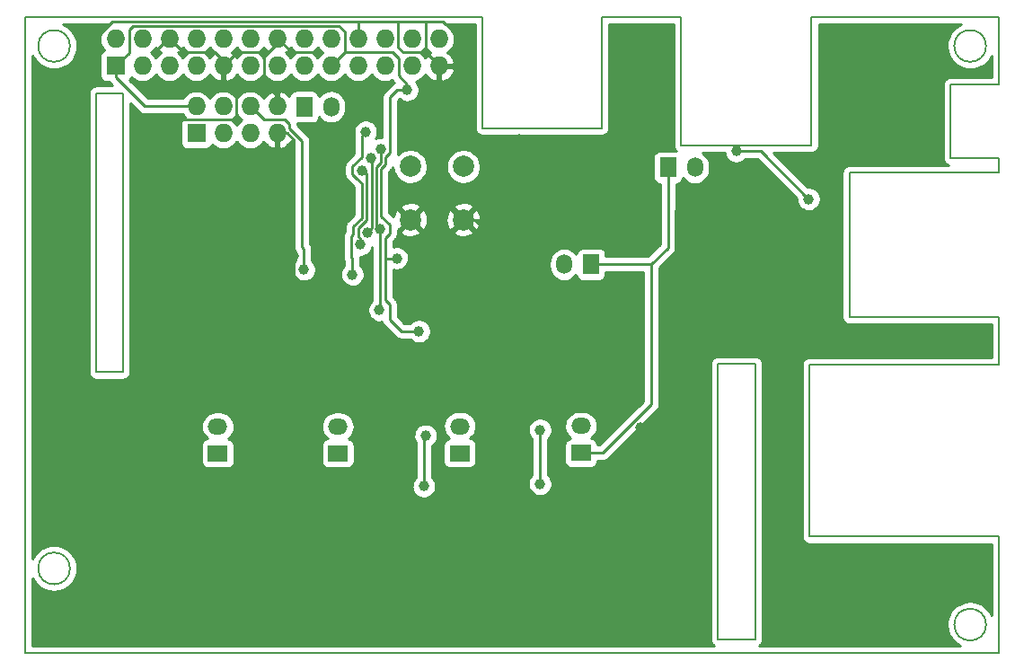
<source format=gbr>
G04 #@! TF.FileFunction,Copper,L2,Bot,Signal*
%FSLAX46Y46*%
G04 Gerber Fmt 4.6, Leading zero omitted, Abs format (unit mm)*
G04 Created by KiCad (PCBNEW 4.0.5-e0-6337~49~ubuntu16.04.1) date Fri Jan 27 20:14:08 2017*
%MOMM*%
%LPD*%
G01*
G04 APERTURE LIST*
%ADD10C,0.100000*%
%ADD11C,0.150000*%
%ADD12R,1.850000X1.524000*%
%ADD13O,1.850000X1.524000*%
%ADD14R,1.727200X1.727200*%
%ADD15O,1.727200X1.727200*%
%ADD16R,1.524000X1.850000*%
%ADD17O,1.524000X1.850000*%
%ADD18C,2.000000*%
%ADD19C,1.000000*%
%ADD20C,0.254000*%
G04 APERTURE END LIST*
D10*
D11*
X123180000Y-106950000D02*
X125680000Y-106950000D01*
X125680000Y-80650000D02*
X125680000Y-106950000D01*
X123180000Y-80650000D02*
X125680000Y-80650000D01*
X123180000Y-80650000D02*
X123180000Y-106950000D01*
X181780000Y-132150000D02*
X181780000Y-106150000D01*
X185280000Y-106150000D02*
X181780000Y-106150000D01*
X185280000Y-132150000D02*
X181780000Y-132150000D01*
X185280000Y-106150000D02*
X185280000Y-132150000D01*
X208280000Y-122450000D02*
X208280000Y-133450000D01*
X190400000Y-122450000D02*
X208280000Y-122450000D01*
X190400000Y-106250000D02*
X190400000Y-122450000D01*
X208280000Y-106250000D02*
X190400000Y-106250000D01*
X208280000Y-101750000D02*
X208280000Y-106250000D01*
X194180000Y-101750000D02*
X208280000Y-101750000D01*
X194180000Y-88150000D02*
X194180000Y-101750000D01*
X208280000Y-88150000D02*
X194180000Y-88150000D01*
X208280000Y-86750000D02*
X208280000Y-88150000D01*
X203700000Y-86750000D02*
X208280000Y-86750000D01*
X203700000Y-79850000D02*
X203700000Y-86750000D01*
X208280000Y-79850000D02*
X203700000Y-79850000D01*
X190600000Y-73450000D02*
X208280000Y-73450000D01*
X190600000Y-85550000D02*
X190600000Y-73450000D01*
X178300000Y-85550000D02*
X190600000Y-85550000D01*
X178300000Y-73450000D02*
X178300000Y-85550000D01*
X170800000Y-73450000D02*
X178300000Y-73450000D01*
X170800000Y-83950000D02*
X170800000Y-73450000D01*
X159600000Y-83950000D02*
X170800000Y-83950000D01*
X159600000Y-73450000D02*
X159600000Y-83950000D01*
X120700000Y-125450000D02*
G75*
G03X120700000Y-125450000I-1500000J0D01*
G01*
X207050000Y-130750000D02*
G75*
G03X207050000Y-130750000I-1500000J0D01*
G01*
X207050000Y-76200000D02*
G75*
G03X207050000Y-76200000I-1500000J0D01*
G01*
X120700000Y-76200000D02*
G75*
G03X120700000Y-76200000I-1500000J0D01*
G01*
X116480000Y-133450000D02*
X116480000Y-73450000D01*
X208280000Y-133450000D02*
X116480000Y-133450000D01*
X208280000Y-73450000D02*
X208280000Y-79850000D01*
X116480000Y-73450000D02*
X159600000Y-73450000D01*
D12*
X157440000Y-114590000D03*
D13*
X157440000Y-112050000D03*
D14*
X125000000Y-78090000D03*
D15*
X125000000Y-75550000D03*
X127540000Y-78090000D03*
X127540000Y-75550000D03*
X130080000Y-78090000D03*
X130080000Y-75550000D03*
X132620000Y-78090000D03*
X132620000Y-75550000D03*
X135160000Y-78090000D03*
X135160000Y-75550000D03*
X137700000Y-78090000D03*
X137700000Y-75550000D03*
X140240000Y-78090000D03*
X140240000Y-75550000D03*
X142780000Y-78090000D03*
X142780000Y-75550000D03*
X145320000Y-78090000D03*
X145320000Y-75550000D03*
X147860000Y-78090000D03*
X147860000Y-75550000D03*
X150400000Y-78090000D03*
X150400000Y-75550000D03*
X152940000Y-78090000D03*
X152940000Y-75550000D03*
X155480000Y-78090000D03*
X155480000Y-75550000D03*
D12*
X134630000Y-114610000D03*
D13*
X134630000Y-112070000D03*
D12*
X145950000Y-114610000D03*
D13*
X145950000Y-112070000D03*
D16*
X177070000Y-87650000D03*
D17*
X179610000Y-87650000D03*
D16*
X169810000Y-96790000D03*
D17*
X167270000Y-96790000D03*
D12*
X168860000Y-114570000D03*
D13*
X168860000Y-112030000D03*
D14*
X132610000Y-84430000D03*
D15*
X132610000Y-81890000D03*
X135150000Y-84430000D03*
X135150000Y-81890000D03*
X137690000Y-84430000D03*
X137690000Y-81890000D03*
X140230000Y-84430000D03*
X140230000Y-81890000D03*
D16*
X142770000Y-81940000D03*
D17*
X145310000Y-81940000D03*
D18*
X152780000Y-87570000D03*
X157780000Y-87570000D03*
X157780000Y-92570000D03*
X152780000Y-92570000D03*
D19*
X153600000Y-103090000D03*
X151500000Y-96210000D03*
X152490000Y-80350000D03*
X127860000Y-83840000D03*
X158280000Y-74840000D03*
X122710000Y-76280000D03*
X160410000Y-91890000D03*
X160080000Y-97310000D03*
X142710000Y-103140000D03*
X135460000Y-109810000D03*
X143030000Y-115110000D03*
X154630000Y-110430000D03*
X166400000Y-110260000D03*
X163060000Y-85000000D03*
X155490000Y-81790000D03*
X161940000Y-88320000D03*
X177210000Y-112170000D03*
X142330000Y-110640000D03*
X141820000Y-95970000D03*
X181850000Y-87030000D03*
X174490000Y-112170000D03*
X181250000Y-90740000D03*
X148090000Y-94910000D03*
X148190000Y-87920000D03*
X149050000Y-86810000D03*
X148720000Y-93780000D03*
X154060000Y-117710000D03*
X154230000Y-112930000D03*
X165010000Y-112400000D03*
X165010000Y-117490000D03*
X190320000Y-90640000D03*
X183520000Y-86130000D03*
X149875998Y-101095998D03*
X149980000Y-85920000D03*
X149960000Y-93450000D03*
X147320000Y-97740000D03*
X148560000Y-84290000D03*
X142750000Y-97270000D03*
D20*
X146590000Y-76820000D02*
X146590000Y-74870000D01*
X146050000Y-74330000D02*
X143570000Y-74330000D01*
X146590000Y-74870000D02*
X146050000Y-74330000D01*
X151500000Y-96210000D02*
X150414002Y-96210000D01*
X150420000Y-96150000D02*
X150414002Y-96150000D01*
X150420000Y-96204002D02*
X150420000Y-96150000D01*
X150414002Y-96210000D02*
X150420000Y-96204002D01*
X153600000Y-103090000D02*
X151910000Y-103090000D01*
X151910000Y-103090000D02*
X150830000Y-102010000D01*
X150830000Y-102010000D02*
X150830000Y-100575998D01*
X150830000Y-100575998D02*
X150414002Y-100160000D01*
X150414002Y-100160000D02*
X150414002Y-96150000D01*
X151550000Y-80350000D02*
X152490000Y-80350000D01*
X150414002Y-96150000D02*
X150414002Y-94295998D01*
X150414002Y-94295998D02*
X150830000Y-93880000D01*
X150830000Y-93880000D02*
X150830000Y-93061996D01*
X150830000Y-93061996D02*
X150028004Y-92260000D01*
X150028004Y-92260000D02*
X150028004Y-87768054D01*
X150028004Y-87768054D02*
X150434002Y-87362056D01*
X150434002Y-87362056D02*
X150434002Y-86715998D01*
X150434002Y-86715998D02*
X150860000Y-86290000D01*
X150860000Y-86290000D02*
X150860000Y-81040000D01*
X150860000Y-81040000D02*
X151550000Y-80350000D01*
X145320000Y-78090000D02*
X145320000Y-77670000D01*
X126260000Y-76830000D02*
X125000000Y-78090000D01*
X143570000Y-74330000D02*
X126610000Y-74330000D01*
X126610000Y-74330000D02*
X126260000Y-74680000D01*
X126260000Y-74680000D02*
X126260000Y-76830000D01*
X132610000Y-81890000D02*
X127730000Y-81890000D01*
X125000000Y-79160000D02*
X125000000Y-78090000D01*
X127730000Y-81890000D02*
X125000000Y-79160000D01*
X152490000Y-80350000D02*
X152490000Y-79810000D01*
X146590000Y-76820000D02*
X145320000Y-78090000D01*
X151120000Y-76820000D02*
X146590000Y-76820000D01*
X151680000Y-77380000D02*
X151120000Y-76820000D01*
X151680000Y-79000000D02*
X151680000Y-77380000D01*
X152490000Y-79810000D02*
X151680000Y-79000000D01*
X133750000Y-83160000D02*
X128540000Y-83160000D01*
X137160000Y-79660000D02*
X136410000Y-80410000D01*
X136410000Y-80410000D02*
X136410000Y-82850000D01*
X136410000Y-82850000D02*
X136100000Y-83160000D01*
X136100000Y-83160000D02*
X133750000Y-83160000D01*
X138970000Y-79660000D02*
X137160000Y-79660000D01*
X128540000Y-83160000D02*
X127860000Y-83840000D01*
X141550000Y-76770000D02*
X144000000Y-76770000D01*
X144000000Y-76770000D02*
X144030000Y-76740000D01*
X140230000Y-81890000D02*
X140230000Y-81980000D01*
X140240000Y-75550000D02*
X140330000Y-75550000D01*
X140330000Y-75550000D02*
X141550000Y-76770000D01*
X141550000Y-76770000D02*
X141590000Y-76810000D01*
X130080000Y-75550000D02*
X129970000Y-75550000D01*
X129970000Y-75550000D02*
X128700000Y-76820000D01*
X151640000Y-73875998D02*
X151640000Y-76360000D01*
X152100000Y-76820000D02*
X154210000Y-76820000D01*
X151640000Y-76360000D02*
X152100000Y-76820000D01*
X154210000Y-73875998D02*
X154210000Y-76820000D01*
X154210000Y-76820000D02*
X155480000Y-78090000D01*
X147870000Y-73875998D02*
X147870000Y-75540000D01*
X147870000Y-75540000D02*
X147860000Y-75550000D01*
X148010000Y-73875998D02*
X151640000Y-73875998D01*
X151640000Y-73875998D02*
X154210000Y-73875998D01*
X154210000Y-73875998D02*
X155865998Y-73875998D01*
X156830000Y-74840000D02*
X158280000Y-74840000D01*
X155865998Y-73875998D02*
X156830000Y-74840000D01*
X155480000Y-78090000D02*
X155400000Y-78090000D01*
X147870000Y-75540000D02*
X147860000Y-75550000D01*
X122710000Y-75870000D02*
X124704002Y-73875998D01*
X124704002Y-73875998D02*
X147870000Y-73875998D01*
X147870000Y-73875998D02*
X148010000Y-73875998D01*
X122710000Y-76280000D02*
X122710000Y-75870000D01*
X148010000Y-73880000D02*
X148010000Y-73875998D01*
X181250000Y-90740000D02*
X178790000Y-90740000D01*
X177810000Y-95602056D02*
X177524002Y-95888054D01*
X177810000Y-91720000D02*
X177810000Y-95602056D01*
X178790000Y-90740000D02*
X177810000Y-91720000D01*
X157780000Y-92570000D02*
X159730000Y-92570000D01*
X159730000Y-92570000D02*
X160410000Y-91890000D01*
X157780000Y-92570000D02*
X158870000Y-92570000D01*
X160080000Y-93780000D02*
X160080000Y-97310000D01*
X158870000Y-92570000D02*
X160080000Y-93780000D01*
X141820000Y-103120000D02*
X142690000Y-103120000D01*
X142690000Y-103120000D02*
X142710000Y-103140000D01*
X142330000Y-110640000D02*
X136290000Y-110640000D01*
X136290000Y-110640000D02*
X135460000Y-109810000D01*
X142330000Y-110640000D02*
X142330000Y-114410000D01*
X142330000Y-114410000D02*
X143030000Y-115110000D01*
X161940000Y-88320000D02*
X161940000Y-85600000D01*
X161940000Y-85600000D02*
X162540000Y-85000000D01*
X162540000Y-85000000D02*
X163060000Y-85000000D01*
X155490000Y-81790000D02*
X155490000Y-88750000D01*
X155480000Y-81780000D02*
X155490000Y-81790000D01*
X155480000Y-78090000D02*
X155480000Y-81780000D01*
X160680000Y-89580000D02*
X161940000Y-88320000D01*
X156320000Y-89580000D02*
X160680000Y-89580000D01*
X155490000Y-88750000D02*
X156320000Y-89580000D01*
X174490000Y-112170000D02*
X177210000Y-112170000D01*
X135160000Y-78090000D02*
X135160000Y-77630000D01*
X135160000Y-77630000D02*
X134350000Y-76820000D01*
X131350000Y-76820000D02*
X130080000Y-75550000D01*
X134350000Y-76820000D02*
X131350000Y-76820000D01*
X140230000Y-81890000D02*
X140230000Y-80920000D01*
X138970000Y-79660000D02*
X138970000Y-76810000D01*
X140230000Y-80920000D02*
X138970000Y-79660000D01*
X140240000Y-75550000D02*
X140240000Y-75960000D01*
X140240000Y-75960000D02*
X139390000Y-76810000D01*
X139390000Y-76810000D02*
X138970000Y-76810000D01*
X136440000Y-76810000D02*
X135160000Y-78090000D01*
X138970000Y-76810000D02*
X136440000Y-76810000D01*
X141820000Y-95970000D02*
X141820000Y-103120000D01*
X141820000Y-103120000D02*
X141820000Y-110130000D01*
X141820000Y-110130000D02*
X142330000Y-110640000D01*
X140230000Y-84430000D02*
X141195998Y-84430000D01*
X141820000Y-85054002D02*
X141820000Y-95970000D01*
X141195998Y-84430000D02*
X141820000Y-85054002D01*
X174490000Y-112170000D02*
X174490000Y-112222056D01*
X176274002Y-97138054D02*
X177524002Y-95888054D01*
X176274002Y-110438054D02*
X176274002Y-97138054D01*
X174490000Y-112222056D02*
X176274002Y-110438054D01*
X181850000Y-87030000D02*
X181250000Y-87630000D01*
X181250000Y-87630000D02*
X181250000Y-90740000D01*
X148190000Y-87920000D02*
X148375998Y-87920000D01*
X148090000Y-94380000D02*
X148090000Y-94910000D01*
X147860000Y-94150000D02*
X148090000Y-94380000D01*
X147860000Y-93400000D02*
X147860000Y-94150000D01*
X148665998Y-92594002D02*
X147860000Y-93400000D01*
X148665998Y-88210000D02*
X148665998Y-92594002D01*
X148375998Y-87920000D02*
X148665998Y-88210000D01*
X149120000Y-89310000D02*
X149120000Y-86880000D01*
X149120000Y-86880000D02*
X149050000Y-86810000D01*
X149120000Y-89310000D02*
X149120000Y-93380000D01*
X149120000Y-93380000D02*
X148720000Y-93780000D01*
X175490000Y-96790000D02*
X175490000Y-109990000D01*
X170910000Y-114570000D02*
X168860000Y-114570000D01*
X175490000Y-109990000D02*
X170910000Y-114570000D01*
X177070000Y-87650000D02*
X177070000Y-95210000D01*
X175490000Y-96790000D02*
X169810000Y-96790000D01*
X177070000Y-95210000D02*
X175490000Y-96790000D01*
X154060000Y-113100000D02*
X154060000Y-117710000D01*
X154230000Y-112930000D02*
X154060000Y-113100000D01*
X165010000Y-112400000D02*
X165010000Y-117490000D01*
X190320000Y-90640000D02*
X185810000Y-86130000D01*
X185810000Y-86130000D02*
X183520000Y-86130000D01*
X149980000Y-85920000D02*
X149980000Y-87174002D01*
X149574002Y-93064002D02*
X149960000Y-93450000D01*
X149574002Y-87580000D02*
X149574002Y-93064002D01*
X149980000Y-87174002D02*
X149574002Y-87580000D01*
X149960000Y-101011996D02*
X149875998Y-101095998D01*
X149960000Y-93450000D02*
X149960000Y-101011996D01*
X148190000Y-86700000D02*
X148190000Y-84660000D01*
X147735998Y-88685998D02*
X147330000Y-88280000D01*
X147330000Y-87560000D02*
X148190000Y-86700000D01*
X147330000Y-88280000D02*
X147330000Y-87560000D01*
X147320000Y-96230000D02*
X147200000Y-96110000D01*
X147200000Y-96110000D02*
X147200000Y-94170000D01*
X147200000Y-94170000D02*
X147405998Y-93964002D01*
X147405998Y-93964002D02*
X147405998Y-93211946D01*
X147405998Y-93211946D02*
X148211996Y-92405948D01*
X148211996Y-92405948D02*
X148211996Y-89161996D01*
X148211996Y-89161996D02*
X147735998Y-88685998D01*
X147320000Y-97740000D02*
X147320000Y-96230000D01*
X148190000Y-84660000D02*
X148560000Y-84290000D01*
X142750000Y-97270000D02*
X142750000Y-95355998D01*
X138960000Y-83160000D02*
X137690000Y-81890000D01*
X140930000Y-83160000D02*
X138960000Y-83160000D01*
X141350000Y-83580000D02*
X140930000Y-83160000D01*
X141350000Y-83941946D02*
X141350000Y-83580000D01*
X142574002Y-85165948D02*
X141350000Y-83941946D01*
X142574002Y-95180000D02*
X142574002Y-85165948D01*
X142750000Y-95355998D02*
X142574002Y-95180000D01*
X142750000Y-97270000D02*
X142770000Y-97250000D01*
X120039646Y-74160000D02*
X124425744Y-74160000D01*
X156056709Y-74160000D02*
X158890000Y-74160000D01*
X171510000Y-74160000D02*
X177590000Y-74160000D01*
X191310000Y-74160000D02*
X204710896Y-74160000D01*
X120421507Y-74363200D02*
X124086855Y-74363200D01*
X156393976Y-74363200D02*
X158890000Y-74363200D01*
X171510000Y-74363200D02*
X177590000Y-74363200D01*
X191310000Y-74363200D02*
X204328195Y-74363200D01*
X120681591Y-74566400D02*
X123872308Y-74566400D01*
X156608297Y-74566400D02*
X158890000Y-74566400D01*
X171510000Y-74566400D02*
X177590000Y-74566400D01*
X191310000Y-74566400D02*
X204075885Y-74566400D01*
X120870817Y-74769600D02*
X123723073Y-74769600D01*
X156758079Y-74769600D02*
X158890000Y-74769600D01*
X171510000Y-74769600D02*
X177590000Y-74769600D01*
X191310000Y-74769600D02*
X203877200Y-74769600D01*
X121032428Y-74972800D02*
X123616109Y-74972800D01*
X156865865Y-74972800D02*
X158890000Y-74972800D01*
X171510000Y-74972800D02*
X177590000Y-74972800D01*
X191310000Y-74972800D02*
X203716146Y-74972800D01*
X121147862Y-75176000D02*
X123551650Y-75176000D01*
X156927214Y-75176000D02*
X158890000Y-75176000D01*
X171510000Y-75176000D02*
X177590000Y-75176000D01*
X191310000Y-75176000D02*
X203603349Y-75176000D01*
X121244912Y-75379200D02*
X123517545Y-75379200D01*
X156962564Y-75379200D02*
X158890000Y-75379200D01*
X171510000Y-75379200D02*
X177590000Y-75379200D01*
X191310000Y-75379200D02*
X203498918Y-75379200D01*
X121312508Y-75582400D02*
X123503865Y-75582400D01*
X156977980Y-75582400D02*
X158890000Y-75582400D01*
X171510000Y-75582400D02*
X177590000Y-75582400D01*
X191310000Y-75582400D02*
X203439005Y-75582400D01*
X121364583Y-75785600D02*
X123523790Y-75785600D01*
X156955187Y-75785600D02*
X158890000Y-75785600D01*
X171510000Y-75785600D02*
X177590000Y-75785600D01*
X191310000Y-75785600D02*
X203380739Y-75785600D01*
X121390253Y-75988800D02*
X123572350Y-75988800D01*
X156907794Y-75988800D02*
X158890000Y-75988800D01*
X171510000Y-75988800D02*
X177590000Y-75988800D01*
X191310000Y-75988800D02*
X203360542Y-75988800D01*
X121409889Y-76192000D02*
X123648332Y-76192000D01*
X156833013Y-76192000D02*
X158890000Y-76192000D01*
X171510000Y-76192000D02*
X177590000Y-76192000D01*
X191310000Y-76192000D02*
X203343478Y-76192000D01*
X121390860Y-76395200D02*
X123758827Y-76395200D01*
X156721303Y-76395200D02*
X158890000Y-76395200D01*
X171510000Y-76395200D02*
X177590000Y-76395200D01*
X191310000Y-76395200D02*
X203358649Y-76395200D01*
X121370936Y-76598400D02*
X123924553Y-76598400D01*
X156553318Y-76598400D02*
X158890000Y-76598400D01*
X171510000Y-76598400D02*
X177590000Y-76598400D01*
X191310000Y-76598400D02*
X203381442Y-76598400D01*
X121315877Y-76801600D02*
X123668414Y-76801600D01*
X156312550Y-76801600D02*
X158890000Y-76801600D01*
X171510000Y-76801600D02*
X177590000Y-76801600D01*
X191310000Y-76801600D02*
X203433375Y-76801600D01*
X121254528Y-77004800D02*
X123543351Y-77004800D01*
X156509782Y-77004800D02*
X158890000Y-77004800D01*
X171510000Y-77004800D02*
X177590000Y-77004800D01*
X191310000Y-77004800D02*
X203497834Y-77004800D01*
X117190000Y-77208000D02*
X117244240Y-77208000D01*
X121155071Y-77208000D02*
X123500943Y-77208000D01*
X156690675Y-77208000D02*
X158890000Y-77208000D01*
X171510000Y-77208000D02*
X177590000Y-77208000D01*
X191310000Y-77208000D02*
X203594240Y-77208000D01*
X207505071Y-77208000D02*
X207570000Y-77208000D01*
X117190000Y-77411200D02*
X117355950Y-77411200D01*
X121047027Y-77411200D02*
X123498328Y-77411200D01*
X156811502Y-77411200D02*
X158890000Y-77411200D01*
X171510000Y-77411200D02*
X177590000Y-77411200D01*
X191310000Y-77411200D02*
X203705950Y-77411200D01*
X207397027Y-77411200D02*
X207570000Y-77411200D01*
X117190000Y-77614400D02*
X117515640Y-77614400D01*
X120884650Y-77614400D02*
X123498328Y-77614400D01*
X156893714Y-77614400D02*
X158890000Y-77614400D01*
X171510000Y-77614400D02*
X177590000Y-77614400D01*
X191310000Y-77614400D02*
X203865640Y-77614400D01*
X207234650Y-77614400D02*
X207570000Y-77614400D01*
X117190000Y-77817600D02*
X117701771Y-77817600D01*
X120695190Y-77817600D02*
X123498328Y-77817600D01*
X156889974Y-77817600D02*
X158890000Y-77817600D01*
X171510000Y-77817600D02*
X177590000Y-77817600D01*
X191310000Y-77817600D02*
X204051771Y-77817600D01*
X207045190Y-77817600D02*
X207570000Y-77817600D01*
X117190000Y-78020800D02*
X117954501Y-78020800D01*
X120449563Y-78020800D02*
X123498328Y-78020800D01*
X135013000Y-78020800D02*
X135307000Y-78020800D01*
X155333000Y-78020800D02*
X158890000Y-78020800D01*
X171510000Y-78020800D02*
X177590000Y-78020800D01*
X191310000Y-78020800D02*
X204304501Y-78020800D01*
X206799563Y-78020800D02*
X207570000Y-78020800D01*
X117190000Y-78224000D02*
X118324153Y-78224000D01*
X120081040Y-78224000D02*
X123498328Y-78224000D01*
X135033000Y-78224000D02*
X135287000Y-78224000D01*
X155353000Y-78224000D02*
X155607000Y-78224000D01*
X156818100Y-78224000D02*
X158890000Y-78224000D01*
X171510000Y-78224000D02*
X177590000Y-78224000D01*
X191310000Y-78224000D02*
X204674153Y-78224000D01*
X206431040Y-78224000D02*
X207570000Y-78224000D01*
X117190000Y-78427200D02*
X123498328Y-78427200D01*
X135033000Y-78427200D02*
X135287000Y-78427200D01*
X155353000Y-78427200D02*
X155607000Y-78427200D01*
X156923628Y-78427200D02*
X158890000Y-78427200D01*
X171510000Y-78427200D02*
X177590000Y-78427200D01*
X191310000Y-78427200D02*
X207570000Y-78427200D01*
X117190000Y-78630400D02*
X123498328Y-78630400D01*
X135033000Y-78630400D02*
X135287000Y-78630400D01*
X155353000Y-78630400D02*
X155607000Y-78630400D01*
X156870784Y-78630400D02*
X158890000Y-78630400D01*
X171510000Y-78630400D02*
X177590000Y-78630400D01*
X191310000Y-78630400D02*
X207570000Y-78630400D01*
X117190000Y-78833600D02*
X123498328Y-78833600D01*
X135033000Y-78833600D02*
X135287000Y-78833600D01*
X155353000Y-78833600D02*
X155607000Y-78833600D01*
X156772970Y-78833600D02*
X158890000Y-78833600D01*
X171510000Y-78833600D02*
X177590000Y-78833600D01*
X191310000Y-78833600D02*
X207570000Y-78833600D01*
X117190000Y-79036800D02*
X123504962Y-79036800D01*
X128698571Y-79036800D02*
X128921690Y-79036800D01*
X131238571Y-79036800D02*
X131461690Y-79036800D01*
X133778571Y-79036800D02*
X134005662Y-79036800D01*
X135033000Y-79036800D02*
X135287000Y-79036800D01*
X136314337Y-79036800D02*
X136541690Y-79036800D01*
X138858571Y-79036800D02*
X139081690Y-79036800D01*
X141398571Y-79036800D02*
X141621690Y-79036800D01*
X143938571Y-79036800D02*
X144161690Y-79036800D01*
X146478571Y-79036800D02*
X146701690Y-79036800D01*
X149018571Y-79036800D02*
X149241690Y-79036800D01*
X154098571Y-79036800D02*
X154325662Y-79036800D01*
X155353000Y-79036800D02*
X155607000Y-79036800D01*
X156634337Y-79036800D02*
X158890000Y-79036800D01*
X171510000Y-79036800D02*
X177590000Y-79036800D01*
X191310000Y-79036800D02*
X207570000Y-79036800D01*
X117190000Y-79240000D02*
X123568577Y-79240000D01*
X126427439Y-79240000D02*
X126581541Y-79240000D01*
X128498915Y-79240000D02*
X129121541Y-79240000D01*
X131038915Y-79240000D02*
X131661541Y-79240000D01*
X133578915Y-79240000D02*
X134207458Y-79240000D01*
X135033000Y-79240000D02*
X135287000Y-79240000D01*
X136112541Y-79240000D02*
X136741541Y-79240000D01*
X138658915Y-79240000D02*
X139281541Y-79240000D01*
X141198915Y-79240000D02*
X141821541Y-79240000D01*
X143738915Y-79240000D02*
X144361541Y-79240000D01*
X146278915Y-79240000D02*
X146901541Y-79240000D01*
X148818915Y-79240000D02*
X149441541Y-79240000D01*
X153898915Y-79240000D02*
X154527458Y-79240000D01*
X155353000Y-79240000D02*
X155607000Y-79240000D01*
X156432541Y-79240000D02*
X158890000Y-79240000D01*
X171510000Y-79240000D02*
X177590000Y-79240000D01*
X191310000Y-79240000D02*
X203341639Y-79240000D01*
X117190000Y-79443200D02*
X123736959Y-79443200D01*
X126360830Y-79443200D02*
X126893511Y-79443200D01*
X128184648Y-79443200D02*
X129433511Y-79443200D01*
X130724648Y-79443200D02*
X131973511Y-79443200D01*
X133264648Y-79443200D02*
X134532805Y-79443200D01*
X134995874Y-79443200D02*
X135324125Y-79443200D01*
X135787194Y-79443200D02*
X137053511Y-79443200D01*
X138344648Y-79443200D02*
X139593511Y-79443200D01*
X140884648Y-79443200D02*
X142133511Y-79443200D01*
X143424648Y-79443200D02*
X144673511Y-79443200D01*
X145964648Y-79443200D02*
X147213511Y-79443200D01*
X148504648Y-79443200D02*
X149753511Y-79443200D01*
X151044647Y-79443200D02*
X151062861Y-79443200D01*
X153584648Y-79443200D02*
X154852805Y-79443200D01*
X155315874Y-79443200D02*
X155644125Y-79443200D01*
X156107194Y-79443200D02*
X158890000Y-79443200D01*
X171510000Y-79443200D02*
X177590000Y-79443200D01*
X191310000Y-79443200D02*
X203118930Y-79443200D01*
X117190000Y-79646400D02*
X124417918Y-79646400D01*
X126564030Y-79646400D02*
X151248770Y-79646400D01*
X153385262Y-79646400D02*
X158890000Y-79646400D01*
X171510000Y-79646400D02*
X177590000Y-79646400D01*
X191310000Y-79646400D02*
X203023274Y-79646400D01*
X117190000Y-79849600D02*
X124611970Y-79849600D01*
X126767230Y-79849600D02*
X150972770Y-79849600D01*
X153511433Y-79849600D02*
X158890000Y-79849600D01*
X171510000Y-79849600D02*
X177590000Y-79849600D01*
X191310000Y-79849600D02*
X202990003Y-79849600D01*
X117190000Y-80052800D02*
X122797155Y-80052800D01*
X126970430Y-80052800D02*
X150769570Y-80052800D01*
X153588238Y-80052800D02*
X158890000Y-80052800D01*
X171510000Y-80052800D02*
X177590000Y-80052800D01*
X191310000Y-80052800D02*
X202990000Y-80052800D01*
X117190000Y-80256000D02*
X122589747Y-80256000D01*
X127173630Y-80256000D02*
X150566370Y-80256000D01*
X153624807Y-80256000D02*
X158890000Y-80256000D01*
X171510000Y-80256000D02*
X177590000Y-80256000D01*
X191310000Y-80256000D02*
X202990000Y-80256000D01*
X117190000Y-80459200D02*
X122499214Y-80459200D01*
X127376830Y-80459200D02*
X132164378Y-80459200D01*
X133054905Y-80459200D02*
X134704378Y-80459200D01*
X135594905Y-80459200D02*
X137244378Y-80459200D01*
X138134905Y-80459200D02*
X139791327Y-80459200D01*
X139917245Y-80459200D02*
X140542756Y-80459200D01*
X140668674Y-80459200D02*
X141703355Y-80459200D01*
X143836236Y-80459200D02*
X144837560Y-80459200D01*
X145778968Y-80459200D02*
X150363170Y-80459200D01*
X153621970Y-80459200D02*
X158890000Y-80459200D01*
X171510000Y-80459200D02*
X177590000Y-80459200D01*
X191310000Y-80459200D02*
X202990000Y-80459200D01*
X117190000Y-80662400D02*
X122470000Y-80662400D01*
X127580030Y-80662400D02*
X131747600Y-80662400D01*
X133474657Y-80662400D02*
X134287600Y-80662400D01*
X136014657Y-80662400D02*
X136827600Y-80662400D01*
X138554657Y-80662400D02*
X139381326Y-80662400D01*
X140103000Y-80662400D02*
X140357000Y-80662400D01*
X141078675Y-80662400D02*
X141478479Y-80662400D01*
X144056200Y-80662400D02*
X144468057Y-80662400D01*
X146152978Y-80662400D02*
X150201966Y-80662400D01*
X153582999Y-80662400D02*
X158890000Y-80662400D01*
X171510000Y-80662400D02*
X177590000Y-80662400D01*
X191310000Y-80662400D02*
X202990000Y-80662400D01*
X117190000Y-80865600D02*
X122470000Y-80865600D01*
X127783230Y-80865600D02*
X131516543Y-80865600D01*
X133705021Y-80865600D02*
X134056543Y-80865600D01*
X136245021Y-80865600D02*
X136596543Y-80865600D01*
X138785021Y-80865600D02*
X139145501Y-80865600D01*
X140103000Y-80865600D02*
X140357000Y-80865600D01*
X141314500Y-80865600D02*
X141391160Y-80865600D01*
X144147058Y-80865600D02*
X144253472Y-80865600D01*
X146366943Y-80865600D02*
X150119719Y-80865600D01*
X153502905Y-80865600D02*
X158890000Y-80865600D01*
X171510000Y-80865600D02*
X177590000Y-80865600D01*
X191310000Y-80865600D02*
X202990000Y-80865600D01*
X117190000Y-81068800D02*
X122470000Y-81068800D01*
X127986430Y-81068800D02*
X131355503Y-81068800D01*
X133866386Y-81068800D02*
X133895503Y-81068800D01*
X136406386Y-81068800D02*
X136435503Y-81068800D01*
X138946386Y-81068800D02*
X138983172Y-81068800D01*
X140103000Y-81068800D02*
X140357000Y-81068800D01*
X146512106Y-81068800D02*
X150098000Y-81068800D01*
X153371984Y-81068800D02*
X158890000Y-81068800D01*
X171510000Y-81068800D02*
X177590000Y-81068800D01*
X191310000Y-81068800D02*
X202990000Y-81068800D01*
X117190000Y-81272000D02*
X122470000Y-81272000D01*
X140103000Y-81272000D02*
X140357000Y-81272000D01*
X146612129Y-81272000D02*
X150098000Y-81272000D01*
X151705630Y-81272000D02*
X151827760Y-81272000D01*
X153155473Y-81272000D02*
X158890000Y-81272000D01*
X171510000Y-81272000D02*
X177590000Y-81272000D01*
X191310000Y-81272000D02*
X202990000Y-81272000D01*
X117190000Y-81475200D02*
X122470000Y-81475200D01*
X140103000Y-81475200D02*
X140357000Y-81475200D01*
X146673479Y-81475200D02*
X150098000Y-81475200D01*
X151622000Y-81475200D02*
X152321899Y-81475200D01*
X152645160Y-81475200D02*
X158890000Y-81475200D01*
X171510000Y-81475200D02*
X177590000Y-81475200D01*
X191310000Y-81475200D02*
X202990000Y-81475200D01*
X117190000Y-81678400D02*
X122470000Y-81678400D01*
X126390000Y-81678400D02*
X126440770Y-81678400D01*
X140103000Y-81678400D02*
X140357000Y-81678400D01*
X146698073Y-81678400D02*
X150098000Y-81678400D01*
X151622000Y-81678400D02*
X158890000Y-81678400D01*
X171510000Y-81678400D02*
X177590000Y-81678400D01*
X191310000Y-81678400D02*
X202990000Y-81678400D01*
X117190000Y-81881600D02*
X122470000Y-81881600D01*
X126390000Y-81881600D02*
X126643970Y-81881600D01*
X140083000Y-81881600D02*
X140377000Y-81881600D01*
X146707000Y-81881600D02*
X150098000Y-81881600D01*
X151622000Y-81881600D02*
X158890000Y-81881600D01*
X171510000Y-81881600D02*
X177590000Y-81881600D01*
X191310000Y-81881600D02*
X202990000Y-81881600D01*
X117190000Y-82084800D02*
X122470000Y-82084800D01*
X126390000Y-82084800D02*
X126847170Y-82084800D01*
X146707000Y-82084800D02*
X150098000Y-82084800D01*
X151622000Y-82084800D02*
X158890000Y-82084800D01*
X171510000Y-82084800D02*
X177590000Y-82084800D01*
X191310000Y-82084800D02*
X202990000Y-82084800D01*
X117190000Y-82288000D02*
X122470000Y-82288000D01*
X126390000Y-82288000D02*
X127050370Y-82288000D01*
X146689147Y-82288000D02*
X150098000Y-82288000D01*
X151622000Y-82288000D02*
X158890000Y-82288000D01*
X171510000Y-82288000D02*
X177590000Y-82288000D01*
X191310000Y-82288000D02*
X202990000Y-82288000D01*
X117190000Y-82491200D02*
X122470000Y-82491200D01*
X126390000Y-82491200D02*
X127266678Y-82491200D01*
X146647859Y-82491200D02*
X150098000Y-82491200D01*
X151622000Y-82491200D02*
X158890000Y-82491200D01*
X171510000Y-82491200D02*
X177590000Y-82491200D01*
X191310000Y-82491200D02*
X202990000Y-82491200D01*
X117190000Y-82694400D02*
X122470000Y-82694400D01*
X126390000Y-82694400D02*
X131344682Y-82694400D01*
X146575607Y-82694400D02*
X150098000Y-82694400D01*
X151622000Y-82694400D02*
X158890000Y-82694400D01*
X171510000Y-82694400D02*
X177590000Y-82694400D01*
X191310000Y-82694400D02*
X202990000Y-82694400D01*
X117190000Y-82897600D02*
X122470000Y-82897600D01*
X126390000Y-82897600D02*
X131501277Y-82897600D01*
X146463897Y-82897600D02*
X150098000Y-82897600D01*
X151622000Y-82897600D02*
X158890000Y-82897600D01*
X171510000Y-82897600D02*
X177590000Y-82897600D01*
X191310000Y-82897600D02*
X202990000Y-82897600D01*
X117190000Y-83100800D02*
X122470000Y-83100800D01*
X126390000Y-83100800D02*
X131313188Y-83100800D01*
X144118648Y-83100800D02*
X144325835Y-83100800D01*
X146294030Y-83100800D02*
X150098000Y-83100800D01*
X151622000Y-83100800D02*
X158890000Y-83100800D01*
X171510000Y-83100800D02*
X177590000Y-83100800D01*
X191310000Y-83100800D02*
X202990000Y-83100800D01*
X117190000Y-83304000D02*
X122470000Y-83304000D01*
X126390000Y-83304000D02*
X131171742Y-83304000D01*
X143987883Y-83304000D02*
X144594069Y-83304000D01*
X146028096Y-83304000D02*
X147993857Y-83304000D01*
X149127994Y-83304000D02*
X150098000Y-83304000D01*
X151622000Y-83304000D02*
X158890000Y-83304000D01*
X171510000Y-83304000D02*
X177590000Y-83304000D01*
X191310000Y-83304000D02*
X202990000Y-83304000D01*
X117190000Y-83507200D02*
X122470000Y-83507200D01*
X126390000Y-83507200D02*
X131116741Y-83507200D01*
X142104891Y-83507200D02*
X145297259Y-83507200D01*
X145303697Y-83507200D02*
X147737090Y-83507200D01*
X149382274Y-83507200D02*
X150098000Y-83507200D01*
X151622000Y-83507200D02*
X158890000Y-83507200D01*
X171510000Y-83507200D02*
X177590000Y-83507200D01*
X191310000Y-83507200D02*
X202990000Y-83507200D01*
X117190000Y-83710400D02*
X122470000Y-83710400D01*
X126390000Y-83710400D02*
X131108328Y-83710400D01*
X142196085Y-83710400D02*
X147581233Y-83710400D01*
X149537648Y-83710400D02*
X150098000Y-83710400D01*
X151622000Y-83710400D02*
X158890000Y-83710400D01*
X171510000Y-83710400D02*
X177590000Y-83710400D01*
X191310000Y-83710400D02*
X202990000Y-83710400D01*
X117190000Y-83913600D02*
X122470000Y-83913600D01*
X126390000Y-83913600D02*
X131108328Y-83913600D01*
X142399285Y-83913600D02*
X147486417Y-83913600D01*
X149632542Y-83913600D02*
X150098000Y-83913600D01*
X151622000Y-83913600D02*
X158890000Y-83913600D01*
X171510000Y-83913600D02*
X177590000Y-83913600D01*
X191310000Y-83913600D02*
X202990000Y-83913600D01*
X117190000Y-84116800D02*
X122470000Y-84116800D01*
X126390000Y-84116800D02*
X131108328Y-84116800D01*
X142602485Y-84116800D02*
X147436409Y-84116800D01*
X149682791Y-84116800D02*
X150098000Y-84116800D01*
X151622000Y-84116800D02*
X158912245Y-84116800D01*
X171488399Y-84116800D02*
X177590000Y-84116800D01*
X191310000Y-84116800D02*
X202990000Y-84116800D01*
X117190000Y-84320000D02*
X122470000Y-84320000D01*
X126390000Y-84320000D02*
X131108328Y-84320000D01*
X140083000Y-84320000D02*
X140377000Y-84320000D01*
X142805685Y-84320000D02*
X147424422Y-84320000D01*
X149693076Y-84320000D02*
X150098000Y-84320000D01*
X151622000Y-84320000D02*
X158996084Y-84320000D01*
X171403230Y-84320000D02*
X177590000Y-84320000D01*
X191310000Y-84320000D02*
X202990000Y-84320000D01*
X117190000Y-84523200D02*
X122470000Y-84523200D01*
X126390000Y-84523200D02*
X131108328Y-84523200D01*
X140083000Y-84523200D02*
X140377000Y-84523200D01*
X143008885Y-84523200D02*
X147441631Y-84523200D01*
X149670992Y-84523200D02*
X150098000Y-84523200D01*
X151622000Y-84523200D02*
X159183819Y-84523200D01*
X171215191Y-84523200D02*
X177590000Y-84523200D01*
X191310000Y-84523200D02*
X202990000Y-84523200D01*
X117190000Y-84726400D02*
X122470000Y-84726400D01*
X126390000Y-84726400D02*
X131108328Y-84726400D01*
X140103000Y-84726400D02*
X140357000Y-84726400D01*
X143194119Y-84726400D02*
X147428000Y-84726400D01*
X149608168Y-84726400D02*
X150098000Y-84726400D01*
X151622000Y-84726400D02*
X177590000Y-84726400D01*
X191310000Y-84726400D02*
X202990000Y-84726400D01*
X117190000Y-84929600D02*
X122470000Y-84929600D01*
X126390000Y-84929600D02*
X131108328Y-84929600D01*
X140103000Y-84929600D02*
X140357000Y-84929600D01*
X143295057Y-84929600D02*
X147428000Y-84929600D01*
X151622000Y-84929600D02*
X177590000Y-84929600D01*
X191310000Y-84929600D02*
X202990000Y-84929600D01*
X117190000Y-85132800D02*
X122470000Y-85132800D01*
X126390000Y-85132800D02*
X131108328Y-85132800D01*
X140103000Y-85132800D02*
X140357000Y-85132800D01*
X143332752Y-85132800D02*
X147428000Y-85132800D01*
X151622000Y-85132800D02*
X177590000Y-85132800D01*
X191310000Y-85132800D02*
X202990000Y-85132800D01*
X117190000Y-85336000D02*
X122470000Y-85336000D01*
X126390000Y-85336000D02*
X131111709Y-85336000D01*
X136342807Y-85336000D02*
X136498414Y-85336000D01*
X138882807Y-85336000D02*
X139038943Y-85336000D01*
X140103000Y-85336000D02*
X140357000Y-85336000D01*
X141421056Y-85336000D02*
X141666423Y-85336000D01*
X143336002Y-85336000D02*
X147428000Y-85336000D01*
X151622000Y-85336000D02*
X177590000Y-85336000D01*
X191310000Y-85336000D02*
X202990000Y-85336000D01*
X117190000Y-85539200D02*
X122470000Y-85539200D01*
X126390000Y-85539200D02*
X131161134Y-85539200D01*
X134055831Y-85539200D02*
X134142222Y-85539200D01*
X136159660Y-85539200D02*
X136682222Y-85539200D01*
X138699660Y-85539200D02*
X139222847Y-85539200D01*
X140103000Y-85539200D02*
X140357000Y-85539200D01*
X141237152Y-85539200D02*
X141812002Y-85539200D01*
X143336002Y-85539200D02*
X147428000Y-85539200D01*
X151622000Y-85539200D02*
X177590000Y-85539200D01*
X191310000Y-85539200D02*
X202990000Y-85539200D01*
X117190000Y-85742400D02*
X122470000Y-85742400D01*
X126390000Y-85742400D02*
X131299088Y-85742400D01*
X133921131Y-85742400D02*
X134428053Y-85742400D01*
X135872691Y-85742400D02*
X136968053Y-85742400D01*
X138412691Y-85742400D02*
X139517318Y-85742400D01*
X140103000Y-85742400D02*
X140357000Y-85742400D01*
X140942681Y-85742400D02*
X141812002Y-85742400D01*
X143336002Y-85742400D02*
X147428000Y-85742400D01*
X151622000Y-85742400D02*
X177619974Y-85742400D01*
X191280279Y-85742400D02*
X202990000Y-85742400D01*
X117190000Y-85945600D02*
X122470000Y-85945600D01*
X126390000Y-85945600D02*
X141812002Y-85945600D01*
X143336002Y-85945600D02*
X147428000Y-85945600D01*
X151622000Y-85945600D02*
X152569509Y-85945600D01*
X152998065Y-85945600D02*
X157569509Y-85945600D01*
X157998065Y-85945600D02*
X177710821Y-85945600D01*
X191189388Y-85945600D02*
X202990000Y-85945600D01*
X117190000Y-86148800D02*
X122470000Y-86148800D01*
X126390000Y-86148800D02*
X141812002Y-86148800D01*
X143336002Y-86148800D02*
X147428000Y-86148800D01*
X151622000Y-86148800D02*
X151965737Y-86148800D01*
X153596966Y-86148800D02*
X156965737Y-86148800D01*
X158596966Y-86148800D02*
X176034313Y-86148800D01*
X190979785Y-86148800D02*
X202990000Y-86148800D01*
X117190000Y-86352000D02*
X122470000Y-86352000D01*
X126390000Y-86352000D02*
X141812002Y-86352000D01*
X143336002Y-86352000D02*
X147428000Y-86352000D01*
X151616164Y-86352000D02*
X151686843Y-86352000D01*
X153874783Y-86352000D02*
X156686843Y-86352000D01*
X158874783Y-86352000D02*
X175795865Y-86352000D01*
X180428318Y-86352000D02*
X182406737Y-86352000D01*
X187109630Y-86352000D02*
X202990000Y-86352000D01*
X117190000Y-86555200D02*
X122470000Y-86555200D01*
X126390000Y-86555200D02*
X141812002Y-86555200D01*
X143336002Y-86555200D02*
X147257170Y-86555200D01*
X154068824Y-86555200D02*
X156493218Y-86555200D01*
X159068824Y-86555200D02*
X175694059Y-86555200D01*
X180650305Y-86555200D02*
X182467572Y-86555200D01*
X187312830Y-86555200D02*
X202990000Y-86555200D01*
X117190000Y-86758400D02*
X122470000Y-86758400D01*
X126390000Y-86758400D02*
X141812002Y-86758400D01*
X143336002Y-86758400D02*
X147053970Y-86758400D01*
X154203829Y-86758400D02*
X156354084Y-86758400D01*
X159203829Y-86758400D02*
X175669928Y-86758400D01*
X180801260Y-86758400D02*
X182574638Y-86758400D01*
X187516030Y-86758400D02*
X202990823Y-86758400D01*
X117190000Y-86961600D02*
X122470000Y-86961600D01*
X126390000Y-86961600D02*
X141812002Y-86961600D01*
X143336002Y-86961600D02*
X146850770Y-86961600D01*
X154297747Y-86961600D02*
X156261839Y-86961600D01*
X159297747Y-86961600D02*
X175669928Y-86961600D01*
X180905970Y-86961600D02*
X182745163Y-86961600D01*
X184292639Y-86961600D02*
X185563970Y-86961600D01*
X187719230Y-86961600D02*
X203025697Y-86961600D01*
X117190000Y-87164800D02*
X122470000Y-87164800D01*
X126390000Y-87164800D02*
X141812002Y-87164800D01*
X143336002Y-87164800D02*
X146681403Y-87164800D01*
X154366583Y-87164800D02*
X156194530Y-87164800D01*
X159366583Y-87164800D02*
X175669928Y-87164800D01*
X180967319Y-87164800D02*
X183053415Y-87164800D01*
X183990875Y-87164800D02*
X185767170Y-87164800D01*
X187922430Y-87164800D02*
X203126480Y-87164800D01*
X117190000Y-87368000D02*
X122470000Y-87368000D01*
X126390000Y-87368000D02*
X141812002Y-87368000D01*
X143336002Y-87368000D02*
X146595302Y-87368000D01*
X154406818Y-87368000D02*
X156151339Y-87368000D01*
X159406818Y-87368000D02*
X175669928Y-87368000D01*
X180996072Y-87368000D02*
X185970370Y-87368000D01*
X188125630Y-87368000D02*
X203357315Y-87368000D01*
X117190000Y-87571200D02*
X122470000Y-87571200D01*
X126390000Y-87571200D02*
X141812002Y-87571200D01*
X143336002Y-87571200D02*
X146568000Y-87571200D01*
X154412814Y-87571200D02*
X156144754Y-87571200D01*
X159412814Y-87571200D02*
X175669928Y-87571200D01*
X181007000Y-87571200D02*
X186173570Y-87571200D01*
X188328830Y-87571200D02*
X193771675Y-87571200D01*
X117190000Y-87774400D02*
X122470000Y-87774400D01*
X126390000Y-87774400D02*
X141812002Y-87774400D01*
X143336002Y-87774400D02*
X146568000Y-87774400D01*
X151073407Y-87774400D02*
X151155134Y-87774400D01*
X154409977Y-87774400D02*
X156155134Y-87774400D01*
X159409977Y-87774400D02*
X175669928Y-87774400D01*
X181007000Y-87774400D02*
X186376770Y-87774400D01*
X188532030Y-87774400D02*
X193579798Y-87774400D01*
X117190000Y-87977600D02*
X122470000Y-87977600D01*
X126390000Y-87977600D02*
X141812002Y-87977600D01*
X143336002Y-87977600D02*
X146568000Y-87977600D01*
X150896088Y-87977600D02*
X151192428Y-87977600D01*
X154364133Y-87977600D02*
X156192428Y-87977600D01*
X159364133Y-87977600D02*
X175669928Y-87977600D01*
X180991435Y-87977600D02*
X186579970Y-87977600D01*
X188735230Y-87977600D02*
X193493377Y-87977600D01*
X117190000Y-88180800D02*
X122470000Y-88180800D01*
X126390000Y-88180800D02*
X141812002Y-88180800D01*
X143336002Y-88180800D02*
X146568000Y-88180800D01*
X150790004Y-88180800D02*
X151263270Y-88180800D01*
X154297861Y-88180800D02*
X156263270Y-88180800D01*
X159297861Y-88180800D02*
X175669928Y-88180800D01*
X180954330Y-88180800D02*
X186783170Y-88180800D01*
X188938430Y-88180800D02*
X193470000Y-88180800D01*
X117190000Y-88384000D02*
X122470000Y-88384000D01*
X126390000Y-88384000D02*
X141812002Y-88384000D01*
X143336002Y-88384000D02*
X146577839Y-88384000D01*
X150790004Y-88384000D02*
X151359387Y-88384000D01*
X154206741Y-88384000D02*
X156359387Y-88384000D01*
X159206741Y-88384000D02*
X175669928Y-88384000D01*
X180886821Y-88384000D02*
X186986370Y-88384000D01*
X189141630Y-88384000D02*
X193470000Y-88384000D01*
X117190000Y-88587200D02*
X122470000Y-88587200D01*
X126390000Y-88587200D02*
X141812002Y-88587200D01*
X143336002Y-88587200D02*
X146634441Y-88587200D01*
X150790004Y-88587200D02*
X151490340Y-88587200D01*
X154063399Y-88587200D02*
X156490340Y-88587200D01*
X159063399Y-88587200D02*
X175670900Y-88587200D01*
X180775112Y-88587200D02*
X187189570Y-88587200D01*
X189344830Y-88587200D02*
X193470000Y-88587200D01*
X117190000Y-88790400D02*
X122470000Y-88790400D01*
X126390000Y-88790400D02*
X141812002Y-88790400D01*
X143336002Y-88790400D02*
X146767077Y-88790400D01*
X150790004Y-88790400D02*
X151685511Y-88790400D01*
X153869428Y-88790400D02*
X156685511Y-88790400D01*
X158869428Y-88790400D02*
X175713381Y-88790400D01*
X178427844Y-88790400D02*
X178606886Y-88790400D01*
X180611148Y-88790400D02*
X187392770Y-88790400D01*
X189548030Y-88790400D02*
X193470000Y-88790400D01*
X117190000Y-88993600D02*
X122470000Y-88993600D01*
X126390000Y-88993600D02*
X141812002Y-88993600D01*
X143336002Y-88993600D02*
X146965970Y-88993600D01*
X150790004Y-88993600D02*
X151963334Y-88993600D01*
X153588255Y-88993600D02*
X156963334Y-88993600D01*
X158588255Y-88993600D02*
X175827291Y-88993600D01*
X178305270Y-88993600D02*
X178856340Y-88993600D01*
X180367118Y-88993600D02*
X187595970Y-88993600D01*
X189751230Y-88993600D02*
X193470000Y-88993600D01*
X117190000Y-89196800D02*
X122470000Y-89196800D01*
X126390000Y-89196800D02*
X141812002Y-89196800D01*
X143336002Y-89196800D02*
X147169170Y-89196800D01*
X150790004Y-89196800D02*
X152564760Y-89196800D01*
X152969952Y-89196800D02*
X157564760Y-89196800D01*
X157969952Y-89196800D02*
X176193497Y-89196800D01*
X177959625Y-89196800D02*
X179403164Y-89196800D01*
X179827852Y-89196800D02*
X187799170Y-89196800D01*
X189954430Y-89196800D02*
X193470000Y-89196800D01*
X117190000Y-89400000D02*
X122470000Y-89400000D01*
X126390000Y-89400000D02*
X141812002Y-89400000D01*
X143336002Y-89400000D02*
X147372370Y-89400000D01*
X150790004Y-89400000D02*
X176308000Y-89400000D01*
X177832000Y-89400000D02*
X188002370Y-89400000D01*
X190157630Y-89400000D02*
X193470000Y-89400000D01*
X117190000Y-89603200D02*
X122470000Y-89603200D01*
X126390000Y-89603200D02*
X141812002Y-89603200D01*
X143336002Y-89603200D02*
X147449996Y-89603200D01*
X150790004Y-89603200D02*
X176308000Y-89603200D01*
X177832000Y-89603200D02*
X188205570Y-89603200D01*
X190782591Y-89603200D02*
X193470000Y-89603200D01*
X117190000Y-89806400D02*
X122470000Y-89806400D01*
X126390000Y-89806400D02*
X141812002Y-89806400D01*
X143336002Y-89806400D02*
X147449996Y-89806400D01*
X150790004Y-89806400D02*
X176308000Y-89806400D01*
X177832000Y-89806400D02*
X188408770Y-89806400D01*
X191091827Y-89806400D02*
X193470000Y-89806400D01*
X117190000Y-90009600D02*
X122470000Y-90009600D01*
X126390000Y-90009600D02*
X141812002Y-90009600D01*
X143336002Y-90009600D02*
X147449996Y-90009600D01*
X150790004Y-90009600D02*
X176308000Y-90009600D01*
X177832000Y-90009600D02*
X188611970Y-90009600D01*
X191263896Y-90009600D02*
X193470000Y-90009600D01*
X117190000Y-90212800D02*
X122470000Y-90212800D01*
X126390000Y-90212800D02*
X141812002Y-90212800D01*
X143336002Y-90212800D02*
X147449996Y-90212800D01*
X150790004Y-90212800D02*
X176308000Y-90212800D01*
X177832000Y-90212800D02*
X188815170Y-90212800D01*
X191371604Y-90212800D02*
X193470000Y-90212800D01*
X117190000Y-90416000D02*
X122470000Y-90416000D01*
X126390000Y-90416000D02*
X141812002Y-90416000D01*
X143336002Y-90416000D02*
X147449996Y-90416000D01*
X150790004Y-90416000D02*
X176308000Y-90416000D01*
X177832000Y-90416000D02*
X189018370Y-90416000D01*
X191432733Y-90416000D02*
X193470000Y-90416000D01*
X117190000Y-90619200D02*
X122470000Y-90619200D01*
X126390000Y-90619200D02*
X141812002Y-90619200D01*
X143336002Y-90619200D02*
X147449996Y-90619200D01*
X150790004Y-90619200D02*
X176308000Y-90619200D01*
X177832000Y-90619200D02*
X189185132Y-90619200D01*
X191453785Y-90619200D02*
X193470000Y-90619200D01*
X117190000Y-90822400D02*
X122470000Y-90822400D01*
X126390000Y-90822400D02*
X141812002Y-90822400D01*
X143336002Y-90822400D02*
X147449996Y-90822400D01*
X150790004Y-90822400D02*
X176308000Y-90822400D01*
X177832000Y-90822400D02*
X189199469Y-90822400D01*
X191442534Y-90822400D02*
X193470000Y-90822400D01*
X117190000Y-91025600D02*
X122470000Y-91025600D01*
X126390000Y-91025600D02*
X141812002Y-91025600D01*
X143336002Y-91025600D02*
X147449996Y-91025600D01*
X150790004Y-91025600D02*
X152243288Y-91025600D01*
X153336333Y-91025600D02*
X157243288Y-91025600D01*
X158336333Y-91025600D02*
X176308000Y-91025600D01*
X177832000Y-91025600D02*
X189251894Y-91025600D01*
X191390785Y-91025600D02*
X193470000Y-91025600D01*
X117190000Y-91228800D02*
X122470000Y-91228800D01*
X126390000Y-91228800D02*
X141812002Y-91228800D01*
X143336002Y-91228800D02*
X147449996Y-91228800D01*
X150790004Y-91228800D02*
X151898727Y-91228800D01*
X153661274Y-91228800D02*
X156898727Y-91228800D01*
X158661274Y-91228800D02*
X176308000Y-91228800D01*
X177832000Y-91228800D02*
X189349117Y-91228800D01*
X191293689Y-91228800D02*
X193470000Y-91228800D01*
X117190000Y-91432000D02*
X122470000Y-91432000D01*
X126390000Y-91432000D02*
X141812002Y-91432000D01*
X143336002Y-91432000D02*
X147449996Y-91432000D01*
X150790004Y-91432000D02*
X151825129Y-91432000D01*
X153734872Y-91432000D02*
X156825129Y-91432000D01*
X158734872Y-91432000D02*
X176308000Y-91432000D01*
X177832000Y-91432000D02*
X189506921Y-91432000D01*
X191134224Y-91432000D02*
X193470000Y-91432000D01*
X117190000Y-91635200D02*
X122470000Y-91635200D01*
X126390000Y-91635200D02*
X141812002Y-91635200D01*
X143336002Y-91635200D02*
X147449996Y-91635200D01*
X150790004Y-91635200D02*
X151586585Y-91635200D01*
X151665595Y-91635200D02*
X152024805Y-91635200D01*
X153535195Y-91635200D02*
X153894405Y-91635200D01*
X153973416Y-91635200D02*
X156586585Y-91635200D01*
X156665595Y-91635200D02*
X157024805Y-91635200D01*
X158535195Y-91635200D02*
X158894405Y-91635200D01*
X158973416Y-91635200D02*
X176308000Y-91635200D01*
X177832000Y-91635200D02*
X189763080Y-91635200D01*
X190870128Y-91635200D02*
X193470000Y-91635200D01*
X117190000Y-91838400D02*
X122470000Y-91838400D01*
X126390000Y-91838400D02*
X141812002Y-91838400D01*
X143336002Y-91838400D02*
X147449996Y-91838400D01*
X150790004Y-91838400D02*
X151317702Y-91838400D01*
X151868795Y-91838400D02*
X152228005Y-91838400D01*
X153331995Y-91838400D02*
X153691205Y-91838400D01*
X154248469Y-91838400D02*
X156317702Y-91838400D01*
X156868795Y-91838400D02*
X157228005Y-91838400D01*
X158331995Y-91838400D02*
X158691205Y-91838400D01*
X159248469Y-91838400D02*
X176308000Y-91838400D01*
X177832000Y-91838400D02*
X193470000Y-91838400D01*
X117190000Y-92041600D02*
X122470000Y-92041600D01*
X126390000Y-92041600D02*
X141812002Y-92041600D01*
X143336002Y-92041600D02*
X147449996Y-92041600D01*
X150887234Y-92041600D02*
X151228277Y-92041600D01*
X152071995Y-92041600D02*
X152431205Y-92041600D01*
X153128795Y-92041600D02*
X153488005Y-92041600D01*
X154327272Y-92041600D02*
X156228277Y-92041600D01*
X157071995Y-92041600D02*
X157431205Y-92041600D01*
X158128795Y-92041600D02*
X158488005Y-92041600D01*
X159327272Y-92041600D02*
X176308000Y-92041600D01*
X177832000Y-92041600D02*
X193470000Y-92041600D01*
X117190000Y-92244800D02*
X122470000Y-92244800D01*
X126390000Y-92244800D02*
X141812002Y-92244800D01*
X143336002Y-92244800D02*
X147295514Y-92244800D01*
X151090434Y-92244800D02*
X151175001Y-92244800D01*
X152275195Y-92244800D02*
X152634405Y-92244800D01*
X152925595Y-92244800D02*
X153284805Y-92244800D01*
X154385706Y-92244800D02*
X156175001Y-92244800D01*
X157275195Y-92244800D02*
X157634405Y-92244800D01*
X157925595Y-92244800D02*
X158284805Y-92244800D01*
X159385706Y-92244800D02*
X176308000Y-92244800D01*
X177832000Y-92244800D02*
X193470000Y-92244800D01*
X117190000Y-92448000D02*
X122470000Y-92448000D01*
X126390000Y-92448000D02*
X141812002Y-92448000D01*
X143336002Y-92448000D02*
X147092314Y-92448000D01*
X152478395Y-92448000D02*
X153081605Y-92448000D01*
X154413572Y-92448000D02*
X156149384Y-92448000D01*
X157478395Y-92448000D02*
X158081605Y-92448000D01*
X159413572Y-92448000D02*
X176308000Y-92448000D01*
X177832000Y-92448000D02*
X193470000Y-92448000D01*
X117190000Y-92651200D02*
X122470000Y-92651200D01*
X126390000Y-92651200D02*
X141812002Y-92651200D01*
X143336002Y-92651200D02*
X146889114Y-92651200D01*
X152519195Y-92651200D02*
X153040805Y-92651200D01*
X154413070Y-92651200D02*
X156140833Y-92651200D01*
X157519195Y-92651200D02*
X158040805Y-92651200D01*
X159413070Y-92651200D02*
X176308000Y-92651200D01*
X177832000Y-92651200D02*
X193470000Y-92651200D01*
X117190000Y-92854400D02*
X122470000Y-92854400D01*
X126390000Y-92854400D02*
X141812002Y-92854400D01*
X143336002Y-92854400D02*
X146737153Y-92854400D01*
X152315995Y-92854400D02*
X152675205Y-92854400D01*
X152884795Y-92854400D02*
X153244005Y-92854400D01*
X154395696Y-92854400D02*
X156168699Y-92854400D01*
X157315995Y-92854400D02*
X157675205Y-92854400D01*
X157884795Y-92854400D02*
X158244005Y-92854400D01*
X159395696Y-92854400D02*
X176308000Y-92854400D01*
X177832000Y-92854400D02*
X193470000Y-92854400D01*
X117190000Y-93057600D02*
X122470000Y-93057600D01*
X126390000Y-93057600D02*
X141812002Y-93057600D01*
X143336002Y-93057600D02*
X146660173Y-93057600D01*
X152112795Y-93057600D02*
X152472005Y-93057600D01*
X153087995Y-93057600D02*
X153447205Y-93057600D01*
X154342420Y-93057600D02*
X156218633Y-93057600D01*
X157112795Y-93057600D02*
X157472005Y-93057600D01*
X158087995Y-93057600D02*
X158447205Y-93057600D01*
X159342420Y-93057600D02*
X176308000Y-93057600D01*
X177832000Y-93057600D02*
X193470000Y-93057600D01*
X117190000Y-93260800D02*
X122470000Y-93260800D01*
X126390000Y-93260800D02*
X141812002Y-93260800D01*
X143336002Y-93260800D02*
X146643998Y-93260800D01*
X151909595Y-93260800D02*
X152268805Y-93260800D01*
X153291195Y-93260800D02*
X153650405Y-93260800D01*
X154262146Y-93260800D02*
X156289723Y-93260800D01*
X156909595Y-93260800D02*
X157268805Y-93260800D01*
X158291195Y-93260800D02*
X158650405Y-93260800D01*
X159262146Y-93260800D02*
X176308000Y-93260800D01*
X177832000Y-93260800D02*
X193470000Y-93260800D01*
X117190000Y-93464000D02*
X122470000Y-93464000D01*
X126390000Y-93464000D02*
X141812002Y-93464000D01*
X143336002Y-93464000D02*
X146643998Y-93464000D01*
X151706395Y-93464000D02*
X152065605Y-93464000D01*
X153494395Y-93464000D02*
X153853605Y-93464000D01*
X154086062Y-93464000D02*
X156473937Y-93464000D01*
X156706395Y-93464000D02*
X157065605Y-93464000D01*
X158494395Y-93464000D02*
X158853605Y-93464000D01*
X159086062Y-93464000D02*
X176308000Y-93464000D01*
X177832000Y-93464000D02*
X193470000Y-93464000D01*
X117190000Y-93667200D02*
X122470000Y-93667200D01*
X126390000Y-93667200D02*
X141812002Y-93667200D01*
X143336002Y-93667200D02*
X146631602Y-93667200D01*
X151592000Y-93667200D02*
X151862405Y-93667200D01*
X153697595Y-93667200D02*
X156862405Y-93667200D01*
X158697595Y-93667200D02*
X176308000Y-93667200D01*
X177832000Y-93667200D02*
X193470000Y-93667200D01*
X117190000Y-93870400D02*
X122470000Y-93870400D01*
X126390000Y-93870400D02*
X141812002Y-93870400D01*
X143336002Y-93870400D02*
X146499434Y-93870400D01*
X151592000Y-93870400D02*
X151883949Y-93870400D01*
X153676050Y-93870400D02*
X156883949Y-93870400D01*
X158676050Y-93870400D02*
X176308000Y-93870400D01*
X177832000Y-93870400D02*
X193470000Y-93870400D01*
X117190000Y-94073600D02*
X122470000Y-94073600D01*
X126390000Y-94073600D02*
X141812002Y-94073600D01*
X143336002Y-94073600D02*
X146447528Y-94073600D01*
X151564191Y-94073600D02*
X152133299Y-94073600D01*
X153434811Y-94073600D02*
X157133299Y-94073600D01*
X158434811Y-94073600D02*
X176308000Y-94073600D01*
X177832000Y-94073600D02*
X193470000Y-94073600D01*
X117190000Y-94276800D02*
X122470000Y-94276800D01*
X126390000Y-94276800D02*
X141812002Y-94276800D01*
X143336002Y-94276800D02*
X146438000Y-94276800D01*
X151477740Y-94276800D02*
X176308000Y-94276800D01*
X177832000Y-94276800D02*
X193470000Y-94276800D01*
X117190000Y-94480000D02*
X122470000Y-94480000D01*
X126390000Y-94480000D02*
X141812002Y-94480000D01*
X143336002Y-94480000D02*
X146438000Y-94480000D01*
X151307630Y-94480000D02*
X176308000Y-94480000D01*
X177832000Y-94480000D02*
X193470000Y-94480000D01*
X117190000Y-94683200D02*
X122470000Y-94683200D01*
X126390000Y-94683200D02*
X141812002Y-94683200D01*
X143336002Y-94683200D02*
X146438000Y-94683200D01*
X151176002Y-94683200D02*
X176308000Y-94683200D01*
X177832000Y-94683200D02*
X193470000Y-94683200D01*
X117190000Y-94886400D02*
X122470000Y-94886400D01*
X126390000Y-94886400D02*
X141812002Y-94886400D01*
X143345609Y-94886400D02*
X146438000Y-94886400D01*
X151176002Y-94886400D02*
X176308000Y-94886400D01*
X177832000Y-94886400D02*
X193470000Y-94886400D01*
X117190000Y-95089600D02*
X122470000Y-95089600D01*
X126390000Y-95089600D02*
X141812002Y-95089600D01*
X143462325Y-95089600D02*
X146438000Y-95089600D01*
X151176002Y-95089600D02*
X151315915Y-95089600D01*
X151686657Y-95089600D02*
X176112770Y-95089600D01*
X177832000Y-95089600D02*
X193470000Y-95089600D01*
X117190000Y-95292800D02*
X122470000Y-95292800D01*
X126390000Y-95292800D02*
X141822611Y-95292800D01*
X143505804Y-95292800D02*
X146438000Y-95292800D01*
X149162032Y-95292800D02*
X149198000Y-95292800D01*
X152169994Y-95292800D02*
X166853282Y-95292800D01*
X167685988Y-95292800D02*
X168768243Y-95292800D01*
X170839854Y-95292800D02*
X175909570Y-95292800D01*
X177823854Y-95292800D02*
X193470000Y-95292800D01*
X117190000Y-95496000D02*
X122470000Y-95496000D01*
X126390000Y-95496000D02*
X141883122Y-95496000D01*
X143512000Y-95496000D02*
X146438000Y-95496000D01*
X149065665Y-95496000D02*
X149198000Y-95496000D01*
X152388352Y-95496000D02*
X166448454Y-95496000D01*
X168093153Y-95496000D02*
X168532456Y-95496000D01*
X171085394Y-95496000D02*
X175706370Y-95496000D01*
X177775575Y-95496000D02*
X193470000Y-95496000D01*
X117190000Y-95699200D02*
X122470000Y-95699200D01*
X126390000Y-95699200D02*
X141988000Y-95699200D01*
X143512000Y-95699200D02*
X146438000Y-95699200D01*
X148907164Y-95699200D02*
X149198000Y-95699200D01*
X152517147Y-95699200D02*
X166227233Y-95699200D01*
X168313567Y-95699200D02*
X168433490Y-95699200D01*
X171181979Y-95699200D02*
X175503170Y-95699200D01*
X177649569Y-95699200D02*
X193470000Y-95699200D01*
X117190000Y-95902400D02*
X122470000Y-95902400D01*
X126390000Y-95902400D02*
X141988000Y-95902400D01*
X143512000Y-95902400D02*
X146438000Y-95902400D01*
X148644540Y-95902400D02*
X149198000Y-95902400D01*
X152596179Y-95902400D02*
X166077621Y-95902400D01*
X171210072Y-95902400D02*
X175299970Y-95902400D01*
X177455230Y-95902400D02*
X193470000Y-95902400D01*
X117190000Y-96105600D02*
X122470000Y-96105600D01*
X126390000Y-96105600D02*
X141988000Y-96105600D01*
X143512000Y-96105600D02*
X146438000Y-96105600D01*
X148070377Y-96105600D02*
X149198000Y-96105600D01*
X152634952Y-96105600D02*
X165974395Y-96105600D01*
X177252030Y-96105600D02*
X193470000Y-96105600D01*
X117190000Y-96308800D02*
X122470000Y-96308800D01*
X126390000Y-96308800D02*
X141988000Y-96308800D01*
X143512000Y-96308800D02*
X146467847Y-96308800D01*
X148082000Y-96308800D02*
X149198000Y-96308800D01*
X152632115Y-96308800D02*
X165909936Y-96308800D01*
X177048830Y-96308800D02*
X193470000Y-96308800D01*
X117190000Y-96512000D02*
X122470000Y-96512000D01*
X126390000Y-96512000D02*
X141901766Y-96512000D01*
X143596901Y-96512000D02*
X146554186Y-96512000D01*
X148082000Y-96512000D02*
X149198000Y-96512000D01*
X152595362Y-96512000D02*
X165883001Y-96512000D01*
X176845630Y-96512000D02*
X193470000Y-96512000D01*
X117190000Y-96715200D02*
X122470000Y-96715200D01*
X126390000Y-96715200D02*
X141754252Y-96715200D01*
X143744125Y-96715200D02*
X146558000Y-96715200D01*
X148082000Y-96715200D02*
X149198000Y-96715200D01*
X152517536Y-96715200D02*
X165873000Y-96715200D01*
X176642430Y-96715200D02*
X193470000Y-96715200D01*
X117190000Y-96918400D02*
X122470000Y-96918400D01*
X126390000Y-96918400D02*
X141665788Y-96918400D01*
X143832764Y-96918400D02*
X146536711Y-96918400D01*
X148103744Y-96918400D02*
X149198000Y-96918400D01*
X152389321Y-96918400D02*
X165873000Y-96918400D01*
X176439230Y-96918400D02*
X193470000Y-96918400D01*
X117190000Y-97121600D02*
X122470000Y-97121600D01*
X126390000Y-97121600D02*
X141621138Y-97121600D01*
X143877702Y-97121600D02*
X146367800Y-97121600D01*
X148271869Y-97121600D02*
X149198000Y-97121600D01*
X152181861Y-97121600D02*
X165888791Y-97121600D01*
X176252000Y-97121600D02*
X193470000Y-97121600D01*
X117190000Y-97324800D02*
X122470000Y-97324800D01*
X126390000Y-97324800D02*
X141614076Y-97324800D01*
X143882729Y-97324800D02*
X146263046Y-97324800D01*
X148376550Y-97324800D02*
X149198000Y-97324800D01*
X151176002Y-97324800D02*
X151284599Y-97324800D01*
X151714141Y-97324800D02*
X165927656Y-97324800D01*
X176252000Y-97324800D02*
X193470000Y-97324800D01*
X117190000Y-97528000D02*
X122470000Y-97528000D01*
X126390000Y-97528000D02*
X141643344Y-97528000D01*
X143855358Y-97528000D02*
X146204656Y-97528000D01*
X148435109Y-97528000D02*
X149198000Y-97528000D01*
X151176002Y-97528000D02*
X165997070Y-97528000D01*
X176252000Y-97528000D02*
X193470000Y-97528000D01*
X117190000Y-97731200D02*
X122470000Y-97731200D01*
X126390000Y-97731200D02*
X141711826Y-97731200D01*
X143787126Y-97731200D02*
X146184964Y-97731200D01*
X148453617Y-97731200D02*
X149198000Y-97731200D01*
X151176002Y-97731200D02*
X166105113Y-97731200D01*
X171207769Y-97731200D02*
X174728000Y-97731200D01*
X176252000Y-97731200D02*
X193470000Y-97731200D01*
X117190000Y-97934400D02*
X122470000Y-97934400D01*
X126390000Y-97934400D02*
X141827838Y-97934400D01*
X143670359Y-97934400D02*
X146201671Y-97934400D01*
X148439808Y-97934400D02*
X149198000Y-97934400D01*
X151176002Y-97934400D02*
X166270148Y-97934400D01*
X168267791Y-97934400D02*
X168454620Y-97934400D01*
X171166041Y-97934400D02*
X174728000Y-97934400D01*
X176252000Y-97934400D02*
X193470000Y-97934400D01*
X117190000Y-98137600D02*
X122470000Y-98137600D01*
X126390000Y-98137600D02*
X142009927Y-98137600D01*
X143484836Y-98137600D02*
X146256645Y-98137600D01*
X148385443Y-98137600D02*
X149198000Y-98137600D01*
X151176002Y-98137600D02*
X166523738Y-98137600D01*
X168019467Y-98137600D02*
X168569948Y-98137600D01*
X171041861Y-98137600D02*
X174728000Y-98137600D01*
X176252000Y-98137600D02*
X193470000Y-98137600D01*
X117190000Y-98340800D02*
X122470000Y-98340800D01*
X126390000Y-98340800D02*
X142365816Y-98340800D01*
X143128061Y-98340800D02*
X146356851Y-98340800D01*
X148285224Y-98340800D02*
X149198000Y-98340800D01*
X151176002Y-98340800D02*
X167101222Y-98340800D01*
X167443900Y-98340800D02*
X168961644Y-98340800D01*
X170686709Y-98340800D02*
X174728000Y-98340800D01*
X176252000Y-98340800D02*
X193470000Y-98340800D01*
X117190000Y-98544000D02*
X122470000Y-98544000D01*
X126390000Y-98544000D02*
X146518510Y-98544000D01*
X148121622Y-98544000D02*
X149198000Y-98544000D01*
X151176002Y-98544000D02*
X174728000Y-98544000D01*
X176252000Y-98544000D02*
X193470000Y-98544000D01*
X117190000Y-98747200D02*
X122470000Y-98747200D01*
X126390000Y-98747200D02*
X146790240Y-98747200D01*
X147851219Y-98747200D02*
X149198000Y-98747200D01*
X151176002Y-98747200D02*
X174728000Y-98747200D01*
X176252000Y-98747200D02*
X193470000Y-98747200D01*
X117190000Y-98950400D02*
X122470000Y-98950400D01*
X126390000Y-98950400D02*
X149198000Y-98950400D01*
X151176002Y-98950400D02*
X174728000Y-98950400D01*
X176252000Y-98950400D02*
X193470000Y-98950400D01*
X117190000Y-99153600D02*
X122470000Y-99153600D01*
X126390000Y-99153600D02*
X149198000Y-99153600D01*
X151176002Y-99153600D02*
X174728000Y-99153600D01*
X176252000Y-99153600D02*
X193470000Y-99153600D01*
X117190000Y-99356800D02*
X122470000Y-99356800D01*
X126390000Y-99356800D02*
X149198000Y-99356800D01*
X151176002Y-99356800D02*
X174728000Y-99356800D01*
X176252000Y-99356800D02*
X193470000Y-99356800D01*
X117190000Y-99560000D02*
X122470000Y-99560000D01*
X126390000Y-99560000D02*
X149198000Y-99560000D01*
X151176002Y-99560000D02*
X174728000Y-99560000D01*
X176252000Y-99560000D02*
X193470000Y-99560000D01*
X117190000Y-99763200D02*
X122470000Y-99763200D01*
X126390000Y-99763200D02*
X149198000Y-99763200D01*
X151176002Y-99763200D02*
X174728000Y-99763200D01*
X176252000Y-99763200D02*
X193470000Y-99763200D01*
X117190000Y-99966400D02*
X122470000Y-99966400D01*
X126390000Y-99966400D02*
X149198000Y-99966400D01*
X151298032Y-99966400D02*
X174728000Y-99966400D01*
X176252000Y-99966400D02*
X193470000Y-99966400D01*
X117190000Y-100169600D02*
X122470000Y-100169600D01*
X126390000Y-100169600D02*
X149198000Y-100169600D01*
X151473534Y-100169600D02*
X174728000Y-100169600D01*
X176252000Y-100169600D02*
X193470000Y-100169600D01*
X117190000Y-100372800D02*
X122470000Y-100372800D01*
X126390000Y-100372800D02*
X148995555Y-100372800D01*
X151560826Y-100372800D02*
X174728000Y-100372800D01*
X176252000Y-100372800D02*
X193470000Y-100372800D01*
X117190000Y-100576000D02*
X122470000Y-100576000D01*
X126390000Y-100576000D02*
X148863960Y-100576000D01*
X151592000Y-100576000D02*
X174728000Y-100576000D01*
X176252000Y-100576000D02*
X193470000Y-100576000D01*
X117190000Y-100779200D02*
X122470000Y-100779200D01*
X126390000Y-100779200D02*
X148782930Y-100779200D01*
X151592000Y-100779200D02*
X174728000Y-100779200D01*
X176252000Y-100779200D02*
X193470000Y-100779200D01*
X117190000Y-100982400D02*
X122470000Y-100982400D01*
X126390000Y-100982400D02*
X148742426Y-100982400D01*
X151592000Y-100982400D02*
X174728000Y-100982400D01*
X176252000Y-100982400D02*
X193470000Y-100982400D01*
X117190000Y-101185600D02*
X122470000Y-101185600D01*
X126390000Y-101185600D02*
X148739588Y-101185600D01*
X151592000Y-101185600D02*
X174728000Y-101185600D01*
X176252000Y-101185600D02*
X193470000Y-101185600D01*
X117190000Y-101388800D02*
X122470000Y-101388800D01*
X126390000Y-101388800D02*
X148775729Y-101388800D01*
X151592000Y-101388800D02*
X174728000Y-101388800D01*
X176252000Y-101388800D02*
X193470000Y-101388800D01*
X117190000Y-101592000D02*
X122470000Y-101592000D01*
X126390000Y-101592000D02*
X148851603Y-101592000D01*
X151592000Y-101592000D02*
X174728000Y-101592000D01*
X176252000Y-101592000D02*
X193470000Y-101592000D01*
X117190000Y-101795200D02*
X122470000Y-101795200D01*
X126390000Y-101795200D02*
X148976265Y-101795200D01*
X151692831Y-101795200D02*
X174728000Y-101795200D01*
X176252000Y-101795200D02*
X193474432Y-101795200D01*
X117190000Y-101998400D02*
X122470000Y-101998400D01*
X126390000Y-101998400D02*
X149185560Y-101998400D01*
X151896031Y-101998400D02*
X153271830Y-101998400D01*
X153926960Y-101998400D02*
X174728000Y-101998400D01*
X176252000Y-101998400D02*
X193516527Y-101998400D01*
X117190000Y-102201600D02*
X122470000Y-102201600D01*
X126390000Y-102201600D02*
X149618761Y-102201600D01*
X152099231Y-102201600D02*
X152884925Y-102201600D01*
X154312692Y-102201600D02*
X174728000Y-102201600D01*
X176252000Y-102201600D02*
X193636413Y-102201600D01*
X117190000Y-102404800D02*
X122470000Y-102404800D01*
X126390000Y-102404800D02*
X150180454Y-102404800D01*
X154507487Y-102404800D02*
X174728000Y-102404800D01*
X176252000Y-102404800D02*
X193905758Y-102404800D01*
X117190000Y-102608000D02*
X122470000Y-102608000D01*
X126390000Y-102608000D02*
X150350369Y-102608000D01*
X154629017Y-102608000D02*
X174728000Y-102608000D01*
X176252000Y-102608000D02*
X207570000Y-102608000D01*
X117190000Y-102811200D02*
X122470000Y-102811200D01*
X126390000Y-102811200D02*
X150553569Y-102811200D01*
X154701882Y-102811200D02*
X174728000Y-102811200D01*
X176252000Y-102811200D02*
X207570000Y-102811200D01*
X117190000Y-103014400D02*
X122470000Y-103014400D01*
X126390000Y-103014400D02*
X150756769Y-103014400D01*
X154734550Y-103014400D02*
X174728000Y-103014400D01*
X176252000Y-103014400D02*
X207570000Y-103014400D01*
X117190000Y-103217600D02*
X122470000Y-103217600D01*
X126390000Y-103217600D02*
X150959969Y-103217600D01*
X154731713Y-103217600D02*
X174728000Y-103217600D01*
X176252000Y-103217600D02*
X207570000Y-103217600D01*
X117190000Y-103420800D02*
X122470000Y-103420800D01*
X126390000Y-103420800D02*
X151163169Y-103420800D01*
X154688818Y-103420800D02*
X174728000Y-103420800D01*
X176252000Y-103420800D02*
X207570000Y-103420800D01*
X117190000Y-103624000D02*
X122470000Y-103624000D01*
X126390000Y-103624000D02*
X151366369Y-103624000D01*
X154604713Y-103624000D02*
X174728000Y-103624000D01*
X176252000Y-103624000D02*
X207570000Y-103624000D01*
X117190000Y-103827200D02*
X122470000Y-103827200D01*
X126390000Y-103827200D02*
X151725884Y-103827200D01*
X154469005Y-103827200D02*
X174728000Y-103827200D01*
X176252000Y-103827200D02*
X207570000Y-103827200D01*
X117190000Y-104030400D02*
X122470000Y-104030400D01*
X126390000Y-104030400D02*
X152964233Y-104030400D01*
X154236479Y-104030400D02*
X174728000Y-104030400D01*
X176252000Y-104030400D02*
X207570000Y-104030400D01*
X117190000Y-104233600D02*
X122470000Y-104233600D01*
X126390000Y-104233600D02*
X174728000Y-104233600D01*
X176252000Y-104233600D02*
X207570000Y-104233600D01*
X117190000Y-104436800D02*
X122470000Y-104436800D01*
X126390000Y-104436800D02*
X174728000Y-104436800D01*
X176252000Y-104436800D02*
X207570000Y-104436800D01*
X117190000Y-104640000D02*
X122470000Y-104640000D01*
X126390000Y-104640000D02*
X174728000Y-104640000D01*
X176252000Y-104640000D02*
X207570000Y-104640000D01*
X117190000Y-104843200D02*
X122470000Y-104843200D01*
X126390000Y-104843200D02*
X174728000Y-104843200D01*
X176252000Y-104843200D02*
X207570000Y-104843200D01*
X117190000Y-105046400D02*
X122470000Y-105046400D01*
X126390000Y-105046400D02*
X174728000Y-105046400D01*
X176252000Y-105046400D02*
X207570000Y-105046400D01*
X117190000Y-105249600D02*
X122470000Y-105249600D01*
X126390000Y-105249600D02*
X174728000Y-105249600D01*
X176252000Y-105249600D02*
X207570000Y-105249600D01*
X117190000Y-105452800D02*
X122470000Y-105452800D01*
X126390000Y-105452800D02*
X174728000Y-105452800D01*
X176252000Y-105452800D02*
X181646198Y-105452800D01*
X185406573Y-105452800D02*
X207570000Y-105452800D01*
X117190000Y-105656000D02*
X122470000Y-105656000D01*
X126390000Y-105656000D02*
X174728000Y-105656000D01*
X176252000Y-105656000D02*
X181271607Y-105656000D01*
X185789496Y-105656000D02*
X190011102Y-105656000D01*
X117190000Y-105859200D02*
X122470000Y-105859200D01*
X126390000Y-105859200D02*
X174728000Y-105859200D01*
X176252000Y-105859200D02*
X181133517Y-105859200D01*
X185925666Y-105859200D02*
X189808017Y-105859200D01*
X117190000Y-106062400D02*
X122470000Y-106062400D01*
X126390000Y-106062400D02*
X174728000Y-106062400D01*
X176252000Y-106062400D02*
X181078704Y-106062400D01*
X185981560Y-106062400D02*
X189718199Y-106062400D01*
X117190000Y-106265600D02*
X122470000Y-106265600D01*
X126390000Y-106265600D02*
X174728000Y-106265600D01*
X176252000Y-106265600D02*
X181070000Y-106265600D01*
X185990000Y-106265600D02*
X189690000Y-106265600D01*
X117190000Y-106468800D02*
X122470000Y-106468800D01*
X126390000Y-106468800D02*
X174728000Y-106468800D01*
X176252000Y-106468800D02*
X181070000Y-106468800D01*
X185990000Y-106468800D02*
X189690000Y-106468800D01*
X117190000Y-106672000D02*
X122470000Y-106672000D01*
X126390000Y-106672000D02*
X174728000Y-106672000D01*
X176252000Y-106672000D02*
X181070000Y-106672000D01*
X185990000Y-106672000D02*
X189690000Y-106672000D01*
X117190000Y-106875200D02*
X122470000Y-106875200D01*
X126390000Y-106875200D02*
X174728000Y-106875200D01*
X176252000Y-106875200D02*
X181070000Y-106875200D01*
X185990000Y-106875200D02*
X189690000Y-106875200D01*
X117190000Y-107078400D02*
X122482153Y-107078400D01*
X126377007Y-107078400D02*
X174728000Y-107078400D01*
X176252000Y-107078400D02*
X181070000Y-107078400D01*
X185990000Y-107078400D02*
X189690000Y-107078400D01*
X117190000Y-107281600D02*
X122556009Y-107281600D01*
X126304053Y-107281600D02*
X174728000Y-107281600D01*
X176252000Y-107281600D02*
X181070000Y-107281600D01*
X185990000Y-107281600D02*
X189690000Y-107281600D01*
X117190000Y-107484800D02*
X122717919Y-107484800D01*
X126142528Y-107484800D02*
X174728000Y-107484800D01*
X176252000Y-107484800D02*
X181070000Y-107484800D01*
X185990000Y-107484800D02*
X189690000Y-107484800D01*
X117190000Y-107688000D02*
X174728000Y-107688000D01*
X176252000Y-107688000D02*
X181070000Y-107688000D01*
X185990000Y-107688000D02*
X189690000Y-107688000D01*
X117190000Y-107891200D02*
X174728000Y-107891200D01*
X176252000Y-107891200D02*
X181070000Y-107891200D01*
X185990000Y-107891200D02*
X189690000Y-107891200D01*
X117190000Y-108094400D02*
X174728000Y-108094400D01*
X176252000Y-108094400D02*
X181070000Y-108094400D01*
X185990000Y-108094400D02*
X189690000Y-108094400D01*
X117190000Y-108297600D02*
X174728000Y-108297600D01*
X176252000Y-108297600D02*
X181070000Y-108297600D01*
X185990000Y-108297600D02*
X189690000Y-108297600D01*
X117190000Y-108500800D02*
X174728000Y-108500800D01*
X176252000Y-108500800D02*
X181070000Y-108500800D01*
X185990000Y-108500800D02*
X189690000Y-108500800D01*
X117190000Y-108704000D02*
X174728000Y-108704000D01*
X176252000Y-108704000D02*
X181070000Y-108704000D01*
X185990000Y-108704000D02*
X189690000Y-108704000D01*
X117190000Y-108907200D02*
X174728000Y-108907200D01*
X176252000Y-108907200D02*
X181070000Y-108907200D01*
X185990000Y-108907200D02*
X189690000Y-108907200D01*
X117190000Y-109110400D02*
X174728000Y-109110400D01*
X176252000Y-109110400D02*
X181070000Y-109110400D01*
X185990000Y-109110400D02*
X189690000Y-109110400D01*
X117190000Y-109313600D02*
X174728000Y-109313600D01*
X176252000Y-109313600D02*
X181070000Y-109313600D01*
X185990000Y-109313600D02*
X189690000Y-109313600D01*
X117190000Y-109516800D02*
X174728000Y-109516800D01*
X176252000Y-109516800D02*
X181070000Y-109516800D01*
X185990000Y-109516800D02*
X189690000Y-109516800D01*
X117190000Y-109720000D02*
X174682370Y-109720000D01*
X176252000Y-109720000D02*
X181070000Y-109720000D01*
X185990000Y-109720000D02*
X189690000Y-109720000D01*
X117190000Y-109923200D02*
X174479170Y-109923200D01*
X176252000Y-109923200D02*
X181070000Y-109923200D01*
X185990000Y-109923200D02*
X189690000Y-109923200D01*
X117190000Y-110126400D02*
X174275970Y-110126400D01*
X176238409Y-110126400D02*
X181070000Y-110126400D01*
X185990000Y-110126400D02*
X189690000Y-110126400D01*
X117190000Y-110329600D02*
X174072770Y-110329600D01*
X176168711Y-110329600D02*
X181070000Y-110329600D01*
X185990000Y-110329600D02*
X189690000Y-110329600D01*
X117190000Y-110532800D02*
X173869570Y-110532800D01*
X176024830Y-110532800D02*
X181070000Y-110532800D01*
X185990000Y-110532800D02*
X189690000Y-110532800D01*
X117190000Y-110736000D02*
X134067564Y-110736000D01*
X135193366Y-110736000D02*
X145387564Y-110736000D01*
X146513366Y-110736000D02*
X156811320Y-110736000D01*
X158066414Y-110736000D02*
X168165077Y-110736000D01*
X169549462Y-110736000D02*
X173666370Y-110736000D01*
X175821630Y-110736000D02*
X181070000Y-110736000D01*
X185990000Y-110736000D02*
X189690000Y-110736000D01*
X117190000Y-110939200D02*
X133646159Y-110939200D01*
X135615888Y-110939200D02*
X144966159Y-110939200D01*
X146935888Y-110939200D02*
X156431636Y-110939200D01*
X158449723Y-110939200D02*
X167827114Y-110939200D01*
X169893558Y-110939200D02*
X173463170Y-110939200D01*
X175618430Y-110939200D02*
X181070000Y-110939200D01*
X185990000Y-110939200D02*
X189690000Y-110939200D01*
X117190000Y-111142400D02*
X133422406Y-111142400D01*
X135838731Y-111142400D02*
X144742406Y-111142400D01*
X147158731Y-111142400D02*
X156215861Y-111142400D01*
X158664811Y-111142400D02*
X167619316Y-111142400D01*
X170100892Y-111142400D02*
X173259970Y-111142400D01*
X175415230Y-111142400D02*
X181070000Y-111142400D01*
X185990000Y-111142400D02*
X189690000Y-111142400D01*
X117190000Y-111345600D02*
X133270580Y-111345600D01*
X135990705Y-111345600D02*
X144590580Y-111345600D01*
X147310705Y-111345600D02*
X156069766Y-111345600D01*
X158811161Y-111345600D02*
X164589757Y-111345600D01*
X165430722Y-111345600D02*
X167478952Y-111345600D01*
X170241617Y-111345600D02*
X173056770Y-111345600D01*
X175212030Y-111345600D02*
X181070000Y-111345600D01*
X185990000Y-111345600D02*
X189690000Y-111345600D01*
X117190000Y-111548800D02*
X133165369Y-111548800D01*
X136096450Y-111548800D02*
X144485369Y-111548800D01*
X147416450Y-111548800D02*
X155969178Y-111548800D01*
X158912336Y-111548800D02*
X164256938Y-111548800D01*
X165764350Y-111548800D02*
X167382987Y-111548800D01*
X170338223Y-111548800D02*
X172853570Y-111548800D01*
X175008830Y-111548800D02*
X181070000Y-111548800D01*
X185990000Y-111548800D02*
X189690000Y-111548800D01*
X117190000Y-111752000D02*
X133102468Y-111752000D01*
X136156255Y-111752000D02*
X144422468Y-111752000D01*
X147476255Y-111752000D02*
X155906277Y-111752000D01*
X158972141Y-111752000D02*
X164078068Y-111752000D01*
X165942203Y-111752000D02*
X167320680Y-111752000D01*
X170398027Y-111752000D02*
X172650370Y-111752000D01*
X174805630Y-111752000D02*
X181070000Y-111752000D01*
X185990000Y-111752000D02*
X189690000Y-111752000D01*
X117190000Y-111955200D02*
X133073527Y-111955200D01*
X136186179Y-111955200D02*
X144393527Y-111955200D01*
X147506179Y-111955200D02*
X153646742Y-111955200D01*
X154814599Y-111955200D02*
X155881425Y-111955200D01*
X158997999Y-111955200D02*
X163965733Y-111955200D01*
X166054350Y-111955200D02*
X167299323Y-111955200D01*
X170419819Y-111955200D02*
X172447170Y-111955200D01*
X174602430Y-111955200D02*
X181070000Y-111955200D01*
X185990000Y-111955200D02*
X189690000Y-111955200D01*
X117190000Y-112158400D02*
X133071418Y-112158400D01*
X136189247Y-112158400D02*
X144391418Y-112158400D01*
X147509247Y-112158400D02*
X153395653Y-112158400D01*
X155063396Y-112158400D02*
X155883238Y-112158400D01*
X158997145Y-112158400D02*
X163900948Y-112158400D01*
X166119248Y-112158400D02*
X167305059Y-112158400D01*
X170415043Y-112158400D02*
X172243970Y-112158400D01*
X174399230Y-112158400D02*
X181070000Y-112158400D01*
X185990000Y-112158400D02*
X189690000Y-112158400D01*
X117190000Y-112361600D02*
X133095975Y-112361600D01*
X136165704Y-112361600D02*
X144415975Y-112361600D01*
X147485704Y-112361600D02*
X153243564Y-112361600D01*
X155215089Y-112361600D02*
X155911862Y-112361600D01*
X158969513Y-112361600D02*
X163875377Y-112361600D01*
X166144031Y-112361600D02*
X167337748Y-112361600D01*
X170383322Y-112361600D02*
X172040770Y-112361600D01*
X174196030Y-112361600D02*
X181070000Y-112361600D01*
X185990000Y-112361600D02*
X189690000Y-112361600D01*
X117190000Y-112564800D02*
X133155780Y-112564800D01*
X136102803Y-112564800D02*
X144475780Y-112564800D01*
X147422803Y-112564800D02*
X153151616Y-112564800D01*
X155307158Y-112564800D02*
X155971666Y-112564800D01*
X158906612Y-112564800D02*
X163886239Y-112564800D01*
X166136533Y-112564800D02*
X167400174Y-112564800D01*
X170320421Y-112564800D02*
X171837570Y-112564800D01*
X173992830Y-112564800D02*
X181070000Y-112564800D01*
X185990000Y-112564800D02*
X189690000Y-112564800D01*
X117190000Y-112768000D02*
X133255493Y-112768000D01*
X136003695Y-112768000D02*
X144575493Y-112768000D01*
X147323695Y-112768000D02*
X153104029Y-112768000D01*
X155355009Y-112768000D02*
X156075949Y-112768000D01*
X158802880Y-112768000D02*
X163934925Y-112768000D01*
X166088621Y-112768000D02*
X167506405Y-112768000D01*
X170212066Y-112768000D02*
X171634370Y-112768000D01*
X173789630Y-112768000D02*
X181070000Y-112768000D01*
X185990000Y-112768000D02*
X189690000Y-112768000D01*
X117190000Y-112971200D02*
X133400043Y-112971200D01*
X135859434Y-112971200D02*
X144720043Y-112971200D01*
X147179434Y-112971200D02*
X153094266Y-112971200D01*
X155362919Y-112971200D02*
X156226123Y-112971200D01*
X158652888Y-112971200D02*
X164027775Y-112971200D01*
X165996105Y-112971200D02*
X167662204Y-112971200D01*
X170056343Y-112971200D02*
X171431170Y-112971200D01*
X173586430Y-112971200D02*
X181070000Y-112971200D01*
X185990000Y-112971200D02*
X189690000Y-112971200D01*
X117190000Y-113174400D02*
X133612650Y-113174400D01*
X135646211Y-113174400D02*
X144932650Y-113174400D01*
X146966211Y-113174400D02*
X153120848Y-113174400D01*
X155338448Y-113174400D02*
X156446485Y-113174400D01*
X158431689Y-113174400D02*
X164179925Y-113174400D01*
X165842705Y-113174400D02*
X167878923Y-113174400D01*
X169827166Y-113174400D02*
X171227970Y-113174400D01*
X173383230Y-113174400D02*
X181070000Y-113174400D01*
X185990000Y-113174400D02*
X189690000Y-113174400D01*
X117190000Y-113377600D02*
X133275879Y-113377600D01*
X135976968Y-113377600D02*
X144595879Y-113377600D01*
X147296968Y-113377600D02*
X153186441Y-113377600D01*
X155273181Y-113377600D02*
X156068833Y-113377600D01*
X158810435Y-113377600D02*
X164248000Y-113377600D01*
X165772000Y-113377600D02*
X167471787Y-113377600D01*
X170253901Y-113377600D02*
X171024770Y-113377600D01*
X173180030Y-113377600D02*
X181070000Y-113377600D01*
X185990000Y-113377600D02*
X189690000Y-113377600D01*
X117190000Y-113580800D02*
X133132506Y-113580800D01*
X136133577Y-113580800D02*
X144452506Y-113580800D01*
X147453577Y-113580800D02*
X153298000Y-113580800D01*
X155159953Y-113580800D02*
X155933491Y-113580800D01*
X158949771Y-113580800D02*
X164248000Y-113580800D01*
X165772000Y-113580800D02*
X167344475Y-113580800D01*
X170375964Y-113580800D02*
X170821570Y-113580800D01*
X172976830Y-113580800D02*
X181070000Y-113580800D01*
X185990000Y-113580800D02*
X189690000Y-113580800D01*
X117190000Y-113784000D02*
X133076024Y-113784000D01*
X136187969Y-113784000D02*
X144396024Y-113784000D01*
X147507969Y-113784000D02*
X153298000Y-113784000D01*
X154979117Y-113784000D02*
X155883181Y-113784000D01*
X158999564Y-113784000D02*
X164248000Y-113784000D01*
X165772000Y-113784000D02*
X167300339Y-113784000D01*
X170421159Y-113784000D02*
X170618370Y-113784000D01*
X172773630Y-113784000D02*
X181070000Y-113784000D01*
X185990000Y-113784000D02*
X189690000Y-113784000D01*
X117190000Y-113987200D02*
X133066928Y-113987200D01*
X136193072Y-113987200D02*
X144386928Y-113987200D01*
X147513072Y-113987200D02*
X153298000Y-113987200D01*
X154822000Y-113987200D02*
X155876928Y-113987200D01*
X159003072Y-113987200D02*
X164248000Y-113987200D01*
X165772000Y-113987200D02*
X167296928Y-113987200D01*
X172570430Y-113987200D02*
X181070000Y-113987200D01*
X185990000Y-113987200D02*
X189690000Y-113987200D01*
X117190000Y-114190400D02*
X133066928Y-114190400D01*
X136193072Y-114190400D02*
X144386928Y-114190400D01*
X147513072Y-114190400D02*
X153298000Y-114190400D01*
X154822000Y-114190400D02*
X155876928Y-114190400D01*
X159003072Y-114190400D02*
X164248000Y-114190400D01*
X165772000Y-114190400D02*
X167296928Y-114190400D01*
X172367230Y-114190400D02*
X181070000Y-114190400D01*
X185990000Y-114190400D02*
X189690000Y-114190400D01*
X117190000Y-114393600D02*
X133066928Y-114393600D01*
X136193072Y-114393600D02*
X144386928Y-114393600D01*
X147513072Y-114393600D02*
X153298000Y-114393600D01*
X154822000Y-114393600D02*
X155876928Y-114393600D01*
X159003072Y-114393600D02*
X164248000Y-114393600D01*
X165772000Y-114393600D02*
X167296928Y-114393600D01*
X172164030Y-114393600D02*
X181070000Y-114393600D01*
X185990000Y-114393600D02*
X189690000Y-114393600D01*
X117190000Y-114596800D02*
X133066928Y-114596800D01*
X136193072Y-114596800D02*
X144386928Y-114596800D01*
X147513072Y-114596800D02*
X153298000Y-114596800D01*
X154822000Y-114596800D02*
X155876928Y-114596800D01*
X159003072Y-114596800D02*
X164248000Y-114596800D01*
X165772000Y-114596800D02*
X167296928Y-114596800D01*
X171960830Y-114596800D02*
X181070000Y-114596800D01*
X185990000Y-114596800D02*
X189690000Y-114596800D01*
X117190000Y-114800000D02*
X133066928Y-114800000D01*
X136193072Y-114800000D02*
X144386928Y-114800000D01*
X147513072Y-114800000D02*
X153298000Y-114800000D01*
X154822000Y-114800000D02*
X155876928Y-114800000D01*
X159003072Y-114800000D02*
X164248000Y-114800000D01*
X165772000Y-114800000D02*
X167296928Y-114800000D01*
X171757630Y-114800000D02*
X181070000Y-114800000D01*
X185990000Y-114800000D02*
X189690000Y-114800000D01*
X117190000Y-115003200D02*
X133066928Y-115003200D01*
X136193072Y-115003200D02*
X144386928Y-115003200D01*
X147513072Y-115003200D02*
X153298000Y-115003200D01*
X154822000Y-115003200D02*
X155876928Y-115003200D01*
X159003072Y-115003200D02*
X164248000Y-115003200D01*
X165772000Y-115003200D02*
X167296928Y-115003200D01*
X171554430Y-115003200D02*
X181070000Y-115003200D01*
X185990000Y-115003200D02*
X189690000Y-115003200D01*
X117190000Y-115206400D02*
X133066928Y-115206400D01*
X136193072Y-115206400D02*
X144386928Y-115206400D01*
X147513072Y-115206400D02*
X153298000Y-115206400D01*
X154822000Y-115206400D02*
X155876928Y-115206400D01*
X159003072Y-115206400D02*
X164248000Y-115206400D01*
X165772000Y-115206400D02*
X167296928Y-115206400D01*
X171328460Y-115206400D02*
X181070000Y-115206400D01*
X185990000Y-115206400D02*
X189690000Y-115206400D01*
X117190000Y-115409600D02*
X133069926Y-115409600D01*
X136187728Y-115409600D02*
X144389926Y-115409600D01*
X147507728Y-115409600D02*
X153298000Y-115409600D01*
X154822000Y-115409600D02*
X155881521Y-115409600D01*
X158994886Y-115409600D02*
X164248000Y-115409600D01*
X165772000Y-115409600D02*
X167303116Y-115409600D01*
X170412044Y-115409600D02*
X181070000Y-115409600D01*
X185990000Y-115409600D02*
X189690000Y-115409600D01*
X117190000Y-115612800D02*
X133118247Y-115612800D01*
X136139394Y-115612800D02*
X144438247Y-115612800D01*
X147459394Y-115612800D02*
X153298000Y-115612800D01*
X154822000Y-115612800D02*
X155934441Y-115612800D01*
X158940379Y-115612800D02*
X164248000Y-115612800D01*
X165772000Y-115612800D02*
X167363487Y-115612800D01*
X170351364Y-115612800D02*
X181070000Y-115612800D01*
X185990000Y-115612800D02*
X189690000Y-115612800D01*
X117190000Y-115816000D02*
X133252056Y-115816000D01*
X136006622Y-115816000D02*
X144572056Y-115816000D01*
X147326622Y-115816000D02*
X153298000Y-115816000D01*
X154822000Y-115816000D02*
X156085522Y-115816000D01*
X158799576Y-115816000D02*
X164248000Y-115816000D01*
X165772000Y-115816000D02*
X167528988Y-115816000D01*
X170198605Y-115816000D02*
X181070000Y-115816000D01*
X185990000Y-115816000D02*
X189690000Y-115816000D01*
X117190000Y-116019200D02*
X153298000Y-116019200D01*
X154822000Y-116019200D02*
X164248000Y-116019200D01*
X165772000Y-116019200D02*
X181070000Y-116019200D01*
X185990000Y-116019200D02*
X189690000Y-116019200D01*
X117190000Y-116222400D02*
X153298000Y-116222400D01*
X154822000Y-116222400D02*
X164248000Y-116222400D01*
X165772000Y-116222400D02*
X181070000Y-116222400D01*
X185990000Y-116222400D02*
X189690000Y-116222400D01*
X117190000Y-116425600D02*
X153298000Y-116425600D01*
X154822000Y-116425600D02*
X164248000Y-116425600D01*
X165772000Y-116425600D02*
X181070000Y-116425600D01*
X185990000Y-116425600D02*
X189690000Y-116425600D01*
X117190000Y-116628800D02*
X153298000Y-116628800D01*
X154822000Y-116628800D02*
X164248000Y-116628800D01*
X165772000Y-116628800D02*
X181070000Y-116628800D01*
X185990000Y-116628800D02*
X189690000Y-116628800D01*
X117190000Y-116832000D02*
X153298000Y-116832000D01*
X154822000Y-116832000D02*
X164084915Y-116832000D01*
X165935559Y-116832000D02*
X181070000Y-116832000D01*
X185990000Y-116832000D02*
X189690000Y-116832000D01*
X117190000Y-117035200D02*
X153146418Y-117035200D01*
X154974397Y-117035200D02*
X163970019Y-117035200D01*
X166050228Y-117035200D02*
X181070000Y-117035200D01*
X185990000Y-117035200D02*
X189690000Y-117035200D01*
X117190000Y-117238400D02*
X153027219Y-117238400D01*
X155093304Y-117238400D02*
X163903074Y-117238400D01*
X166117268Y-117238400D02*
X181070000Y-117238400D01*
X185990000Y-117238400D02*
X189690000Y-117238400D01*
X117190000Y-117441600D02*
X152956645Y-117441600D01*
X155163941Y-117441600D02*
X163875517Y-117441600D01*
X166144170Y-117441600D02*
X181070000Y-117441600D01*
X185990000Y-117441600D02*
X189690000Y-117441600D01*
X117190000Y-117644800D02*
X152925752Y-117644800D01*
X155194405Y-117644800D02*
X163884403Y-117644800D01*
X166138804Y-117644800D02*
X181070000Y-117644800D01*
X185990000Y-117644800D02*
X189690000Y-117644800D01*
X117190000Y-117848000D02*
X152931320Y-117848000D01*
X155191568Y-117848000D02*
X163930966Y-117848000D01*
X166092639Y-117848000D02*
X181070000Y-117848000D01*
X185990000Y-117848000D02*
X189690000Y-117848000D01*
X117190000Y-118051200D02*
X152974314Y-118051200D01*
X155146456Y-118051200D02*
X164021330Y-118051200D01*
X166002603Y-118051200D02*
X181070000Y-118051200D01*
X185990000Y-118051200D02*
X189690000Y-118051200D01*
X117190000Y-118254400D02*
X153060504Y-118254400D01*
X155060083Y-118254400D02*
X164170268Y-118254400D01*
X165853207Y-118254400D02*
X181070000Y-118254400D01*
X185990000Y-118254400D02*
X189690000Y-118254400D01*
X117190000Y-118457600D02*
X153204045Y-118457600D01*
X154920848Y-118457600D02*
X164413369Y-118457600D01*
X165603619Y-118457600D02*
X181070000Y-118457600D01*
X185990000Y-118457600D02*
X189690000Y-118457600D01*
X117190000Y-118660800D02*
X153439197Y-118660800D01*
X154680091Y-118660800D02*
X181070000Y-118660800D01*
X185990000Y-118660800D02*
X189690000Y-118660800D01*
X117190000Y-118864000D02*
X181070000Y-118864000D01*
X185990000Y-118864000D02*
X189690000Y-118864000D01*
X117190000Y-119067200D02*
X181070000Y-119067200D01*
X185990000Y-119067200D02*
X189690000Y-119067200D01*
X117190000Y-119270400D02*
X181070000Y-119270400D01*
X185990000Y-119270400D02*
X189690000Y-119270400D01*
X117190000Y-119473600D02*
X181070000Y-119473600D01*
X185990000Y-119473600D02*
X189690000Y-119473600D01*
X117190000Y-119676800D02*
X181070000Y-119676800D01*
X185990000Y-119676800D02*
X189690000Y-119676800D01*
X117190000Y-119880000D02*
X181070000Y-119880000D01*
X185990000Y-119880000D02*
X189690000Y-119880000D01*
X117190000Y-120083200D02*
X181070000Y-120083200D01*
X185990000Y-120083200D02*
X189690000Y-120083200D01*
X117190000Y-120286400D02*
X181070000Y-120286400D01*
X185990000Y-120286400D02*
X189690000Y-120286400D01*
X117190000Y-120489600D02*
X181070000Y-120489600D01*
X185990000Y-120489600D02*
X189690000Y-120489600D01*
X117190000Y-120692800D02*
X181070000Y-120692800D01*
X185990000Y-120692800D02*
X189690000Y-120692800D01*
X117190000Y-120896000D02*
X181070000Y-120896000D01*
X185990000Y-120896000D02*
X189690000Y-120896000D01*
X117190000Y-121099200D02*
X181070000Y-121099200D01*
X185990000Y-121099200D02*
X189690000Y-121099200D01*
X117190000Y-121302400D02*
X181070000Y-121302400D01*
X185990000Y-121302400D02*
X189690000Y-121302400D01*
X117190000Y-121505600D02*
X181070000Y-121505600D01*
X185990000Y-121505600D02*
X189690000Y-121505600D01*
X117190000Y-121708800D02*
X181070000Y-121708800D01*
X185990000Y-121708800D02*
X189690000Y-121708800D01*
X117190000Y-121912000D02*
X181070000Y-121912000D01*
X185990000Y-121912000D02*
X189690000Y-121912000D01*
X117190000Y-122115200D02*
X181070000Y-122115200D01*
X185990000Y-122115200D02*
X189690000Y-122115200D01*
X117190000Y-122318400D02*
X181070000Y-122318400D01*
X185990000Y-122318400D02*
X189690000Y-122318400D01*
X117190000Y-122521600D02*
X181070000Y-122521600D01*
X185990000Y-122521600D02*
X189696984Y-122521600D01*
X117190000Y-122724800D02*
X181070000Y-122724800D01*
X185990000Y-122724800D02*
X189745826Y-122724800D01*
X117190000Y-122928000D02*
X181070000Y-122928000D01*
X185990000Y-122928000D02*
X189877639Y-122928000D01*
X117190000Y-123131200D02*
X181070000Y-123131200D01*
X185990000Y-123131200D02*
X190210503Y-123131200D01*
X117190000Y-123334400D02*
X118593569Y-123334400D01*
X119801614Y-123334400D02*
X181070000Y-123334400D01*
X185990000Y-123334400D02*
X207570000Y-123334400D01*
X117190000Y-123537600D02*
X118113466Y-123537600D01*
X120292252Y-123537600D02*
X181070000Y-123537600D01*
X185990000Y-123537600D02*
X207570000Y-123537600D01*
X117190000Y-123740800D02*
X117814715Y-123740800D01*
X120584827Y-123740800D02*
X181070000Y-123740800D01*
X185990000Y-123740800D02*
X207570000Y-123740800D01*
X117190000Y-123944000D02*
X117587120Y-123944000D01*
X120805560Y-123944000D02*
X181070000Y-123944000D01*
X185990000Y-123944000D02*
X207570000Y-123944000D01*
X117190000Y-124147200D02*
X117426066Y-124147200D01*
X120980958Y-124147200D02*
X181070000Y-124147200D01*
X185990000Y-124147200D02*
X207570000Y-124147200D01*
X117190000Y-124350400D02*
X117292202Y-124350400D01*
X121104915Y-124350400D02*
X181070000Y-124350400D01*
X185990000Y-124350400D02*
X207570000Y-124350400D01*
X121219763Y-124553600D02*
X181070000Y-124553600D01*
X185990000Y-124553600D02*
X207570000Y-124553600D01*
X121287359Y-124756800D02*
X181070000Y-124756800D01*
X185990000Y-124756800D02*
X207570000Y-124756800D01*
X121354955Y-124960000D02*
X181070000Y-124960000D01*
X185990000Y-124960000D02*
X207570000Y-124960000D01*
X121380703Y-125163200D02*
X181070000Y-125163200D01*
X185990000Y-125163200D02*
X207570000Y-125163200D01*
X121406373Y-125366400D02*
X181070000Y-125366400D01*
X185990000Y-125366400D02*
X207570000Y-125366400D01*
X121398273Y-125569600D02*
X181070000Y-125569600D01*
X185990000Y-125569600D02*
X207570000Y-125569600D01*
X121378349Y-125772800D02*
X181070000Y-125772800D01*
X185990000Y-125772800D02*
X207570000Y-125772800D01*
X121338702Y-125976000D02*
X181070000Y-125976000D01*
X185990000Y-125976000D02*
X207570000Y-125976000D01*
X121277353Y-126179200D02*
X181070000Y-126179200D01*
X185990000Y-126179200D02*
X207570000Y-126179200D01*
X117190000Y-126382400D02*
X117202679Y-126382400D01*
X121195268Y-126382400D02*
X181070000Y-126382400D01*
X185990000Y-126382400D02*
X207570000Y-126382400D01*
X117190000Y-126585600D02*
X117314389Y-126585600D01*
X121087224Y-126585600D02*
X181070000Y-126585600D01*
X185990000Y-126585600D02*
X207570000Y-126585600D01*
X117190000Y-126788800D02*
X117452205Y-126788800D01*
X120946307Y-126788800D02*
X181070000Y-126788800D01*
X185990000Y-126788800D02*
X207570000Y-126788800D01*
X117190000Y-126992000D02*
X117622709Y-126992000D01*
X120780582Y-126992000D02*
X181070000Y-126992000D01*
X185990000Y-126992000D02*
X207570000Y-126992000D01*
X117190000Y-127195200D02*
X117860473Y-127195200D01*
X120540948Y-127195200D02*
X181070000Y-127195200D01*
X185990000Y-127195200D02*
X207570000Y-127195200D01*
X117190000Y-127398400D02*
X118179543Y-127398400D01*
X120220859Y-127398400D02*
X181070000Y-127398400D01*
X185990000Y-127398400D02*
X207570000Y-127398400D01*
X117190000Y-127601600D02*
X118720464Y-127601600D01*
X119687221Y-127601600D02*
X181070000Y-127601600D01*
X185990000Y-127601600D02*
X207570000Y-127601600D01*
X117190000Y-127804800D02*
X181070000Y-127804800D01*
X185990000Y-127804800D02*
X207570000Y-127804800D01*
X117190000Y-128008000D02*
X181070000Y-128008000D01*
X185990000Y-128008000D02*
X207570000Y-128008000D01*
X117190000Y-128211200D02*
X181070000Y-128211200D01*
X185990000Y-128211200D02*
X207570000Y-128211200D01*
X117190000Y-128414400D02*
X181070000Y-128414400D01*
X185990000Y-128414400D02*
X207570000Y-128414400D01*
X117190000Y-128617600D02*
X181070000Y-128617600D01*
X185990000Y-128617600D02*
X204995274Y-128617600D01*
X206091443Y-128617600D02*
X207570000Y-128617600D01*
X117190000Y-128820800D02*
X181070000Y-128820800D01*
X185990000Y-128820800D02*
X204493526Y-128820800D01*
X206608994Y-128820800D02*
X207570000Y-128820800D01*
X117190000Y-129024000D02*
X181070000Y-129024000D01*
X185990000Y-129024000D02*
X204184454Y-129024000D01*
X206913324Y-129024000D02*
X207570000Y-129024000D01*
X117190000Y-129227200D02*
X181070000Y-129227200D01*
X185990000Y-129227200D02*
X203950435Y-129227200D01*
X207141059Y-129227200D02*
X207570000Y-129227200D01*
X117190000Y-129430400D02*
X181070000Y-129430400D01*
X185990000Y-129430400D02*
X203789381Y-129430400D01*
X207316456Y-129430400D02*
X207570000Y-129430400D01*
X117190000Y-129633600D02*
X181070000Y-129633600D01*
X185990000Y-129633600D02*
X203650836Y-129633600D01*
X207445371Y-129633600D02*
X207570000Y-129633600D01*
X117190000Y-129836800D02*
X181070000Y-129836800D01*
X185990000Y-129836800D02*
X203546405Y-129836800D01*
X207560805Y-129836800D02*
X207570000Y-129836800D01*
X117190000Y-130040000D02*
X181070000Y-130040000D01*
X185990000Y-130040000D02*
X203465501Y-130040000D01*
X117190000Y-130243200D02*
X181070000Y-130243200D01*
X185990000Y-130243200D02*
X203407234Y-130243200D01*
X117190000Y-130446400D02*
X181070000Y-130446400D01*
X185990000Y-130446400D02*
X203368301Y-130446400D01*
X117190000Y-130649600D02*
X181070000Y-130649600D01*
X185990000Y-130649600D02*
X203351238Y-130649600D01*
X117190000Y-130852800D02*
X181070000Y-130852800D01*
X185990000Y-130852800D02*
X203348284Y-130852800D01*
X117190000Y-131056000D02*
X181070000Y-131056000D01*
X185990000Y-131056000D02*
X203371077Y-131056000D01*
X117190000Y-131259200D02*
X181070000Y-131259200D01*
X185990000Y-131259200D02*
X203404064Y-131259200D01*
X117190000Y-131462400D02*
X181070000Y-131462400D01*
X185990000Y-131462400D02*
X203468523Y-131462400D01*
X117190000Y-131665600D02*
X181070000Y-131665600D01*
X185990000Y-131665600D02*
X203543443Y-131665600D01*
X117190000Y-131868800D02*
X181070000Y-131868800D01*
X185990000Y-131868800D02*
X203655153Y-131868800D01*
X117190000Y-132072000D02*
X181070000Y-132072000D01*
X185990000Y-132072000D02*
X203788108Y-132072000D01*
X117190000Y-132275200D02*
X181081862Y-132275200D01*
X185977344Y-132275200D02*
X203958613Y-132275200D01*
X117190000Y-132478400D02*
X181154326Y-132478400D01*
X185905812Y-132478400D02*
X204189578Y-132478400D01*
X117190000Y-132681600D02*
X181314051Y-132681600D01*
X185746508Y-132681600D02*
X204497408Y-132681600D01*
X136419299Y-82684276D02*
X136419299Y-82684276D01*
X136266049Y-82887476D02*
X136573020Y-82887476D01*
X136045887Y-83090676D02*
X136792798Y-83090676D01*
X136125233Y-83293876D02*
X136713827Y-83293876D01*
X136319627Y-83497076D02*
X136519785Y-83497076D01*
X136429299Y-76344276D02*
X136429299Y-76344276D01*
X136276049Y-76547476D02*
X136583020Y-76547476D01*
X136055887Y-76750676D02*
X136802798Y-76750676D01*
X136131116Y-76953876D02*
X136723827Y-76953876D01*
X136326826Y-77157076D02*
X136529785Y-77157076D01*
X154209299Y-76344276D02*
X154209299Y-76344276D01*
X154056049Y-76547476D02*
X154363020Y-76547476D01*
X153835887Y-76750676D02*
X154582798Y-76750676D01*
X153915233Y-76953876D02*
X154508885Y-76953876D01*
X154109627Y-77157076D02*
X154313175Y-77157076D01*
X133889299Y-76344276D02*
X133889299Y-76344276D01*
X133736049Y-76547476D02*
X134043020Y-76547476D01*
X133515887Y-76750676D02*
X134262798Y-76750676D01*
X133595233Y-76953876D02*
X134188885Y-76953876D01*
X133789627Y-77157076D02*
X133993175Y-77157076D01*
X138973077Y-76337405D02*
X138973077Y-76337405D01*
X138821814Y-76540605D02*
X139125085Y-76540605D01*
X138604432Y-76743805D02*
X139346091Y-76743805D01*
X138666927Y-76947005D02*
X139272373Y-76947005D01*
X138864023Y-77150205D02*
X139075551Y-77150205D01*
X128813077Y-76337405D02*
X128813077Y-76337405D01*
X128661814Y-76540605D02*
X128965085Y-76540605D01*
X128444432Y-76743805D02*
X129186091Y-76743805D01*
X128506927Y-76947005D02*
X129112373Y-76947005D01*
X128704023Y-77150205D02*
X128915551Y-77150205D01*
X131346249Y-76338539D02*
X131346249Y-76338539D01*
X131193893Y-76541739D02*
X131498341Y-76541739D01*
X130972390Y-76744939D02*
X131715863Y-76744939D01*
X131048298Y-76948139D02*
X131650962Y-76948139D01*
X131244948Y-77151339D02*
X131454599Y-77151339D01*
X141506249Y-76338539D02*
X141506249Y-76338539D01*
X141353893Y-76541739D02*
X141658341Y-76541739D01*
X141132390Y-76744939D02*
X141875863Y-76744939D01*
X141208298Y-76948139D02*
X141810962Y-76948139D01*
X141404948Y-77151339D02*
X141614599Y-77151339D01*
X144049299Y-76344276D02*
X144049299Y-76344276D01*
X143896049Y-76547476D02*
X144203020Y-76547476D01*
X143675887Y-76750676D02*
X144422798Y-76750676D01*
X143755233Y-76953876D02*
X144343827Y-76953876D01*
X143949627Y-77157076D02*
X144149785Y-77157076D01*
X147733000Y-75403000D02*
X147987000Y-75403000D01*
X147713000Y-75606200D02*
X148007000Y-75606200D01*
X129953000Y-75403000D02*
X130207000Y-75403000D01*
X129933000Y-75606200D02*
X130227000Y-75606200D01*
X140113000Y-75403000D02*
X140367000Y-75403000D01*
X140093000Y-75606200D02*
X140387000Y-75606200D01*
X124179422Y-74288774D02*
X123951485Y-74472040D01*
X123763485Y-74696089D01*
X123622584Y-74952388D01*
X123534148Y-75231173D01*
X123501546Y-75521825D01*
X123501400Y-75542749D01*
X123501400Y-75557251D01*
X123529941Y-75848331D01*
X123614475Y-76128323D01*
X123751784Y-76386564D01*
X123936637Y-76613216D01*
X123948707Y-76623201D01*
X123863766Y-76649506D01*
X123713841Y-76748300D01*
X123597375Y-76884950D01*
X123523590Y-77048637D01*
X123498328Y-77226400D01*
X123498328Y-78953600D01*
X123506392Y-79054721D01*
X123559506Y-79226234D01*
X123658300Y-79376159D01*
X123794950Y-79492625D01*
X123958637Y-79566410D01*
X124136400Y-79591672D01*
X124373460Y-79591672D01*
X124409801Y-79636231D01*
X124453714Y-79691240D01*
X124459212Y-79696815D01*
X124459307Y-79696931D01*
X124459415Y-79697020D01*
X124461185Y-79698815D01*
X124702370Y-79940000D01*
X123180000Y-79940000D01*
X123113540Y-79946517D01*
X123046959Y-79952576D01*
X123044569Y-79953279D01*
X123042094Y-79953522D01*
X122978173Y-79972821D01*
X122914029Y-79991699D01*
X122911822Y-79992853D01*
X122909440Y-79993572D01*
X122850486Y-80024919D01*
X122791230Y-80055897D01*
X122789288Y-80057458D01*
X122787092Y-80058626D01*
X122735372Y-80100808D01*
X122683239Y-80142724D01*
X122681636Y-80144634D01*
X122679710Y-80146205D01*
X122637164Y-80197633D01*
X122594169Y-80248873D01*
X122592969Y-80251056D01*
X122591383Y-80252973D01*
X122559609Y-80311738D01*
X122527414Y-80370301D01*
X122526661Y-80372673D01*
X122525477Y-80374864D01*
X122505728Y-80438663D01*
X122485515Y-80502383D01*
X122485237Y-80504860D01*
X122484502Y-80507235D01*
X122477521Y-80573649D01*
X122470069Y-80640087D01*
X122470036Y-80644865D01*
X122470017Y-80645043D01*
X122470033Y-80645222D01*
X122470000Y-80650000D01*
X122470000Y-106950000D01*
X122476517Y-107016460D01*
X122482576Y-107083041D01*
X122483279Y-107085431D01*
X122483522Y-107087906D01*
X122502821Y-107151827D01*
X122521699Y-107215971D01*
X122522853Y-107218178D01*
X122523572Y-107220560D01*
X122554919Y-107279514D01*
X122585897Y-107338770D01*
X122587458Y-107340712D01*
X122588626Y-107342908D01*
X122630808Y-107394628D01*
X122672724Y-107446761D01*
X122674634Y-107448364D01*
X122676205Y-107450290D01*
X122727633Y-107492836D01*
X122778873Y-107535831D01*
X122781056Y-107537031D01*
X122782973Y-107538617D01*
X122841738Y-107570391D01*
X122900301Y-107602586D01*
X122902673Y-107603339D01*
X122904864Y-107604523D01*
X122968663Y-107624272D01*
X123032383Y-107644485D01*
X123034860Y-107644763D01*
X123037235Y-107645498D01*
X123103649Y-107652479D01*
X123170087Y-107659931D01*
X123174865Y-107659964D01*
X123175043Y-107659983D01*
X123175222Y-107659967D01*
X123180000Y-107660000D01*
X125680000Y-107660000D01*
X125746460Y-107653483D01*
X125813041Y-107647424D01*
X125815431Y-107646721D01*
X125817906Y-107646478D01*
X125881827Y-107627179D01*
X125945971Y-107608301D01*
X125948178Y-107607147D01*
X125950560Y-107606428D01*
X126009514Y-107575081D01*
X126068770Y-107544103D01*
X126070712Y-107542542D01*
X126072908Y-107541374D01*
X126124628Y-107499192D01*
X126176761Y-107457276D01*
X126178364Y-107455366D01*
X126180290Y-107453795D01*
X126222836Y-107402367D01*
X126265831Y-107351127D01*
X126267031Y-107348944D01*
X126268617Y-107347027D01*
X126300391Y-107288262D01*
X126332586Y-107229699D01*
X126333339Y-107227327D01*
X126334523Y-107225136D01*
X126354272Y-107161337D01*
X126374485Y-107097617D01*
X126374763Y-107095140D01*
X126375498Y-107092765D01*
X126382479Y-107026351D01*
X126389931Y-106959913D01*
X126389964Y-106955135D01*
X126389983Y-106954957D01*
X126389967Y-106954778D01*
X126390000Y-106950000D01*
X126390000Y-81627630D01*
X127191185Y-82428815D01*
X127245599Y-82473512D01*
X127299495Y-82518736D01*
X127303003Y-82520664D01*
X127306103Y-82523211D01*
X127368169Y-82556490D01*
X127429816Y-82590381D01*
X127433636Y-82591593D01*
X127437167Y-82593486D01*
X127504464Y-82614061D01*
X127571571Y-82635348D01*
X127575554Y-82635795D01*
X127579385Y-82636966D01*
X127649373Y-82644075D01*
X127719361Y-82651926D01*
X127727197Y-82651981D01*
X127727340Y-82651995D01*
X127727473Y-82651982D01*
X127730000Y-82652000D01*
X131322138Y-82652000D01*
X131361784Y-82726564D01*
X131546637Y-82953216D01*
X131558707Y-82963201D01*
X131473766Y-82989506D01*
X131323841Y-83088300D01*
X131207375Y-83224950D01*
X131133590Y-83388637D01*
X131108328Y-83566400D01*
X131108328Y-85293600D01*
X131116392Y-85394721D01*
X131169506Y-85566234D01*
X131268300Y-85716159D01*
X131404950Y-85832625D01*
X131568637Y-85906410D01*
X131746400Y-85931672D01*
X133473600Y-85931672D01*
X133574721Y-85923608D01*
X133746234Y-85870494D01*
X133896159Y-85771700D01*
X134012625Y-85635050D01*
X134080147Y-85485258D01*
X134086637Y-85493216D01*
X134311994Y-85679647D01*
X134569269Y-85818755D01*
X134848665Y-85905242D01*
X135139538Y-85935814D01*
X135430810Y-85909307D01*
X135711385Y-85826729D01*
X135970578Y-85691226D01*
X136198515Y-85507960D01*
X136386515Y-85283911D01*
X136419299Y-85224276D01*
X136441784Y-85266564D01*
X136626637Y-85493216D01*
X136851994Y-85679647D01*
X137109269Y-85818755D01*
X137388665Y-85905242D01*
X137679538Y-85935814D01*
X137970810Y-85909307D01*
X138251385Y-85826729D01*
X138510578Y-85691226D01*
X138738515Y-85507960D01*
X138926515Y-85283911D01*
X138963077Y-85217405D01*
X139023183Y-85318488D01*
X139219707Y-85536854D01*
X139455056Y-85712684D01*
X139720186Y-85839222D01*
X139870974Y-85884958D01*
X140103000Y-85763817D01*
X140103000Y-84557000D01*
X140083000Y-84557000D01*
X140083000Y-84303000D01*
X140103000Y-84303000D01*
X140103000Y-84283000D01*
X140357000Y-84283000D01*
X140357000Y-84303000D01*
X140377000Y-84303000D01*
X140377000Y-84557000D01*
X140357000Y-84557000D01*
X140357000Y-85763817D01*
X140589026Y-85884958D01*
X140739814Y-85839222D01*
X141004944Y-85712684D01*
X141240293Y-85536854D01*
X141436817Y-85318488D01*
X141515905Y-85185482D01*
X141812002Y-85481579D01*
X141812002Y-95180000D01*
X141818877Y-95250114D01*
X141825006Y-95320170D01*
X141826122Y-95324013D01*
X141826514Y-95328007D01*
X141846879Y-95395460D01*
X141866496Y-95462982D01*
X141868339Y-95466538D01*
X141869498Y-95470376D01*
X141902558Y-95532553D01*
X141934935Y-95595014D01*
X141937434Y-95598144D01*
X141939316Y-95601684D01*
X141983803Y-95656231D01*
X141988000Y-95661488D01*
X141988000Y-96427552D01*
X141876332Y-96536906D01*
X141750579Y-96720564D01*
X141662894Y-96925150D01*
X141616616Y-97142871D01*
X141613508Y-97365434D01*
X141653689Y-97584362D01*
X141735628Y-97791317D01*
X141856204Y-97978414D01*
X142010824Y-98138528D01*
X142193600Y-98265561D01*
X142397569Y-98354672D01*
X142614961Y-98402469D01*
X142837497Y-98407131D01*
X143056701Y-98368479D01*
X143264222Y-98287987D01*
X143452157Y-98168720D01*
X143613347Y-98015221D01*
X143741652Y-97833337D01*
X143832186Y-97629995D01*
X143881499Y-97412942D01*
X143885049Y-97158707D01*
X143841815Y-96940362D01*
X143756995Y-96734571D01*
X143633818Y-96549176D01*
X143512000Y-96426504D01*
X143512000Y-95355998D01*
X143505130Y-95285934D01*
X143498997Y-95215828D01*
X143497879Y-95211980D01*
X143497488Y-95207991D01*
X143477135Y-95140580D01*
X143457506Y-95073016D01*
X143455663Y-95069460D01*
X143454504Y-95065622D01*
X143421444Y-95003445D01*
X143389067Y-94940984D01*
X143386568Y-94937854D01*
X143384686Y-94934314D01*
X143340199Y-94879767D01*
X143336002Y-94874510D01*
X143336002Y-85165948D01*
X143329128Y-85095839D01*
X143322998Y-85025777D01*
X143321882Y-85021934D01*
X143321490Y-85017941D01*
X143301128Y-84950500D01*
X143281508Y-84882966D01*
X143279665Y-84879410D01*
X143278506Y-84875572D01*
X143245457Y-84813415D01*
X143213069Y-84750933D01*
X143210568Y-84747801D01*
X143208688Y-84744264D01*
X143164219Y-84689739D01*
X143120288Y-84634708D01*
X143114786Y-84629129D01*
X143114695Y-84629017D01*
X143114591Y-84628931D01*
X143112817Y-84627132D01*
X142112000Y-83626316D01*
X142112000Y-83580000D01*
X142105130Y-83509936D01*
X142104530Y-83503072D01*
X143532000Y-83503072D01*
X143633121Y-83495008D01*
X143804634Y-83441894D01*
X143954559Y-83343100D01*
X144071025Y-83206450D01*
X144144810Y-83042763D01*
X144164305Y-82905579D01*
X144318730Y-83094922D01*
X144528808Y-83268713D01*
X144768641Y-83398391D01*
X145029094Y-83479015D01*
X145300247Y-83507514D01*
X145571772Y-83482803D01*
X145833325Y-83405824D01*
X146074946Y-83279508D01*
X146287430Y-83108666D01*
X146462684Y-82899807D01*
X146594032Y-82660885D01*
X146676472Y-82401001D01*
X146706864Y-82130053D01*
X146707000Y-82110548D01*
X146707000Y-81769452D01*
X146680394Y-81498107D01*
X146601591Y-81237097D01*
X146473591Y-80996364D01*
X146301270Y-80785078D01*
X146091192Y-80611287D01*
X145851359Y-80481609D01*
X145590906Y-80400985D01*
X145319753Y-80372486D01*
X145048228Y-80397197D01*
X144786675Y-80474176D01*
X144545054Y-80600492D01*
X144332570Y-80771334D01*
X144166430Y-80969331D01*
X144162008Y-80913879D01*
X144108894Y-80742366D01*
X144010100Y-80592441D01*
X143873450Y-80475975D01*
X143709763Y-80402190D01*
X143532000Y-80376928D01*
X142008000Y-80376928D01*
X141906879Y-80384992D01*
X141735366Y-80438106D01*
X141585441Y-80536900D01*
X141468975Y-80673550D01*
X141395190Y-80837237D01*
X141380705Y-80939164D01*
X141240293Y-80783146D01*
X141004944Y-80607316D01*
X140739814Y-80480778D01*
X140589026Y-80435042D01*
X140357000Y-80556183D01*
X140357000Y-81763000D01*
X140377000Y-81763000D01*
X140377000Y-82017000D01*
X140357000Y-82017000D01*
X140357000Y-82037000D01*
X140103000Y-82037000D01*
X140103000Y-82017000D01*
X140083000Y-82017000D01*
X140083000Y-81763000D01*
X140103000Y-81763000D01*
X140103000Y-80556183D01*
X139870974Y-80435042D01*
X139720186Y-80480778D01*
X139455056Y-80607316D01*
X139219707Y-80783146D01*
X139023183Y-81001512D01*
X138963751Y-81101461D01*
X138938216Y-81053436D01*
X138753363Y-80826784D01*
X138528006Y-80640353D01*
X138270731Y-80501245D01*
X137991335Y-80414758D01*
X137700462Y-80384186D01*
X137409190Y-80410693D01*
X137128615Y-80493271D01*
X136869422Y-80628774D01*
X136641485Y-80812040D01*
X136453485Y-81036089D01*
X136420701Y-81095724D01*
X136398216Y-81053436D01*
X136213363Y-80826784D01*
X135988006Y-80640353D01*
X135730731Y-80501245D01*
X135451335Y-80414758D01*
X135160462Y-80384186D01*
X134869190Y-80410693D01*
X134588615Y-80493271D01*
X134329422Y-80628774D01*
X134101485Y-80812040D01*
X133913485Y-81036089D01*
X133880701Y-81095724D01*
X133858216Y-81053436D01*
X133673363Y-80826784D01*
X133448006Y-80640353D01*
X133190731Y-80501245D01*
X132911335Y-80414758D01*
X132620462Y-80384186D01*
X132329190Y-80410693D01*
X132048615Y-80493271D01*
X131789422Y-80628774D01*
X131561485Y-80812040D01*
X131373485Y-81036089D01*
X131322957Y-81128000D01*
X128045630Y-81128000D01*
X126315226Y-79397596D01*
X126402625Y-79295050D01*
X126470147Y-79145258D01*
X126476637Y-79153216D01*
X126701994Y-79339647D01*
X126959269Y-79478755D01*
X127238665Y-79565242D01*
X127529538Y-79595814D01*
X127820810Y-79569307D01*
X128101385Y-79486729D01*
X128360578Y-79351226D01*
X128588515Y-79167960D01*
X128776515Y-78943911D01*
X128809299Y-78884276D01*
X128831784Y-78926564D01*
X129016637Y-79153216D01*
X129241994Y-79339647D01*
X129499269Y-79478755D01*
X129778665Y-79565242D01*
X130069538Y-79595814D01*
X130360810Y-79569307D01*
X130641385Y-79486729D01*
X130900578Y-79351226D01*
X131128515Y-79167960D01*
X131316515Y-78943911D01*
X131349299Y-78884276D01*
X131371784Y-78926564D01*
X131556637Y-79153216D01*
X131781994Y-79339647D01*
X132039269Y-79478755D01*
X132318665Y-79565242D01*
X132609538Y-79595814D01*
X132900810Y-79569307D01*
X133181385Y-79486729D01*
X133440578Y-79351226D01*
X133668515Y-79167960D01*
X133856515Y-78943911D01*
X133893077Y-78877405D01*
X133953183Y-78978488D01*
X134149707Y-79196854D01*
X134385056Y-79372684D01*
X134650186Y-79499222D01*
X134800974Y-79544958D01*
X135033000Y-79423817D01*
X135033000Y-78217000D01*
X135013000Y-78217000D01*
X135013000Y-77963000D01*
X135033000Y-77963000D01*
X135033000Y-77943000D01*
X135287000Y-77943000D01*
X135287000Y-77963000D01*
X135307000Y-77963000D01*
X135307000Y-78217000D01*
X135287000Y-78217000D01*
X135287000Y-79423817D01*
X135519026Y-79544958D01*
X135669814Y-79499222D01*
X135934944Y-79372684D01*
X136170293Y-79196854D01*
X136366817Y-78978488D01*
X136426249Y-78878539D01*
X136451784Y-78926564D01*
X136636637Y-79153216D01*
X136861994Y-79339647D01*
X137119269Y-79478755D01*
X137398665Y-79565242D01*
X137689538Y-79595814D01*
X137980810Y-79569307D01*
X138261385Y-79486729D01*
X138520578Y-79351226D01*
X138748515Y-79167960D01*
X138936515Y-78943911D01*
X138969299Y-78884276D01*
X138991784Y-78926564D01*
X139176637Y-79153216D01*
X139401994Y-79339647D01*
X139659269Y-79478755D01*
X139938665Y-79565242D01*
X140229538Y-79595814D01*
X140520810Y-79569307D01*
X140801385Y-79486729D01*
X141060578Y-79351226D01*
X141288515Y-79167960D01*
X141476515Y-78943911D01*
X141509299Y-78884276D01*
X141531784Y-78926564D01*
X141716637Y-79153216D01*
X141941994Y-79339647D01*
X142199269Y-79478755D01*
X142478665Y-79565242D01*
X142769538Y-79595814D01*
X143060810Y-79569307D01*
X143341385Y-79486729D01*
X143600578Y-79351226D01*
X143828515Y-79167960D01*
X144016515Y-78943911D01*
X144049299Y-78884276D01*
X144071784Y-78926564D01*
X144256637Y-79153216D01*
X144481994Y-79339647D01*
X144739269Y-79478755D01*
X145018665Y-79565242D01*
X145309538Y-79595814D01*
X145600810Y-79569307D01*
X145881385Y-79486729D01*
X146140578Y-79351226D01*
X146368515Y-79167960D01*
X146556515Y-78943911D01*
X146589299Y-78884276D01*
X146611784Y-78926564D01*
X146796637Y-79153216D01*
X147021994Y-79339647D01*
X147279269Y-79478755D01*
X147558665Y-79565242D01*
X147849538Y-79595814D01*
X148140810Y-79569307D01*
X148421385Y-79486729D01*
X148680578Y-79351226D01*
X148908515Y-79167960D01*
X149096515Y-78943911D01*
X149129299Y-78884276D01*
X149151784Y-78926564D01*
X149336637Y-79153216D01*
X149561994Y-79339647D01*
X149819269Y-79478755D01*
X150098665Y-79565242D01*
X150389538Y-79595814D01*
X150680810Y-79569307D01*
X150961385Y-79486729D01*
X151057417Y-79436524D01*
X151089801Y-79476231D01*
X151133714Y-79531240D01*
X151139212Y-79536815D01*
X151139307Y-79536931D01*
X151139415Y-79537020D01*
X151141185Y-79538815D01*
X151251948Y-79649578D01*
X151197467Y-79678545D01*
X151134985Y-79710933D01*
X151131853Y-79713434D01*
X151128316Y-79715314D01*
X151073791Y-79759783D01*
X151018760Y-79803714D01*
X151013181Y-79809216D01*
X151013069Y-79809307D01*
X151012983Y-79809411D01*
X151011184Y-79811185D01*
X150321185Y-80501185D01*
X150276488Y-80555599D01*
X150231264Y-80609495D01*
X150229336Y-80613003D01*
X150226789Y-80616103D01*
X150193510Y-80678169D01*
X150159619Y-80739816D01*
X150158407Y-80743636D01*
X150156514Y-80747167D01*
X150135939Y-80814464D01*
X150114652Y-80881571D01*
X150114205Y-80885554D01*
X150113034Y-80889385D01*
X150105925Y-80959373D01*
X150098074Y-81029361D01*
X150098019Y-81037197D01*
X150098005Y-81037340D01*
X150098018Y-81037473D01*
X150098000Y-81040000D01*
X150098000Y-84785748D01*
X149876634Y-84784202D01*
X149657992Y-84825910D01*
X149536323Y-84875068D01*
X149551652Y-84853337D01*
X149642186Y-84649995D01*
X149691499Y-84432942D01*
X149695049Y-84178707D01*
X149651815Y-83960362D01*
X149566995Y-83754571D01*
X149443818Y-83569176D01*
X149286977Y-83411236D01*
X149102446Y-83286768D01*
X148897253Y-83200513D01*
X148679214Y-83155756D01*
X148456634Y-83154202D01*
X148237992Y-83195910D01*
X148031615Y-83279292D01*
X147845363Y-83401171D01*
X147686332Y-83556906D01*
X147560579Y-83740564D01*
X147472894Y-83945150D01*
X147426616Y-84162871D01*
X147423508Y-84385434D01*
X147444760Y-84501229D01*
X147444652Y-84501571D01*
X147444205Y-84505554D01*
X147443034Y-84509385D01*
X147435925Y-84579373D01*
X147428074Y-84649361D01*
X147428019Y-84657197D01*
X147428005Y-84657340D01*
X147428018Y-84657473D01*
X147428000Y-84660000D01*
X147428000Y-86384369D01*
X146791185Y-87021185D01*
X146746488Y-87075599D01*
X146701264Y-87129495D01*
X146699336Y-87133003D01*
X146696789Y-87136103D01*
X146663510Y-87198169D01*
X146629619Y-87259816D01*
X146628407Y-87263636D01*
X146626514Y-87267167D01*
X146605939Y-87334464D01*
X146584652Y-87401571D01*
X146584205Y-87405554D01*
X146583034Y-87409385D01*
X146575925Y-87479373D01*
X146568074Y-87549361D01*
X146568019Y-87557197D01*
X146568005Y-87557340D01*
X146568018Y-87557473D01*
X146568000Y-87560000D01*
X146568000Y-88280000D01*
X146574875Y-88350114D01*
X146581004Y-88420170D01*
X146582120Y-88424013D01*
X146582512Y-88428007D01*
X146602877Y-88495460D01*
X146622494Y-88562982D01*
X146624337Y-88566538D01*
X146625496Y-88570376D01*
X146658556Y-88632553D01*
X146690933Y-88695014D01*
X146693432Y-88698144D01*
X146695314Y-88701684D01*
X146739801Y-88756231D01*
X146783714Y-88811240D01*
X146789212Y-88816815D01*
X146789307Y-88816931D01*
X146789415Y-88817020D01*
X146791185Y-88818815D01*
X147449996Y-89477626D01*
X147449996Y-92090317D01*
X146867183Y-92673131D01*
X146822486Y-92727545D01*
X146777262Y-92781441D01*
X146775334Y-92784949D01*
X146772787Y-92788049D01*
X146739508Y-92850115D01*
X146705617Y-92911762D01*
X146704405Y-92915582D01*
X146702512Y-92919113D01*
X146681937Y-92986410D01*
X146660650Y-93053517D01*
X146660203Y-93057500D01*
X146659032Y-93061331D01*
X146651923Y-93131319D01*
X146644072Y-93201307D01*
X146644017Y-93209143D01*
X146644003Y-93209286D01*
X146644016Y-93209419D01*
X146643998Y-93211946D01*
X146643998Y-93652109D01*
X146616488Y-93685599D01*
X146571264Y-93739495D01*
X146569336Y-93743003D01*
X146566789Y-93746103D01*
X146533510Y-93808169D01*
X146499619Y-93869816D01*
X146498407Y-93873636D01*
X146496514Y-93877167D01*
X146475939Y-93944464D01*
X146454652Y-94011571D01*
X146454205Y-94015554D01*
X146453034Y-94019385D01*
X146445925Y-94089373D01*
X146438074Y-94159361D01*
X146438019Y-94167197D01*
X146438005Y-94167340D01*
X146438018Y-94167473D01*
X146438000Y-94170000D01*
X146438000Y-96110000D01*
X146444875Y-96180114D01*
X146451004Y-96250170D01*
X146452120Y-96254013D01*
X146452512Y-96258007D01*
X146472877Y-96325460D01*
X146492494Y-96392982D01*
X146494337Y-96396538D01*
X146495496Y-96400376D01*
X146528556Y-96462553D01*
X146558000Y-96519356D01*
X146558000Y-96897552D01*
X146446332Y-97006906D01*
X146320579Y-97190564D01*
X146232894Y-97395150D01*
X146186616Y-97612871D01*
X146183508Y-97835434D01*
X146223689Y-98054362D01*
X146305628Y-98261317D01*
X146426204Y-98448414D01*
X146580824Y-98608528D01*
X146763600Y-98735561D01*
X146967569Y-98824672D01*
X147184961Y-98872469D01*
X147407497Y-98877131D01*
X147626701Y-98838479D01*
X147834222Y-98757987D01*
X148022157Y-98638720D01*
X148183347Y-98485221D01*
X148311652Y-98303337D01*
X148402186Y-98099995D01*
X148451499Y-97882942D01*
X148455049Y-97628707D01*
X148411815Y-97410362D01*
X148326995Y-97204571D01*
X148203818Y-97019176D01*
X148082000Y-96896504D01*
X148082000Y-96230000D01*
X148075130Y-96159936D01*
X148068997Y-96089830D01*
X148067879Y-96085982D01*
X148067488Y-96081993D01*
X148056195Y-96044590D01*
X148177497Y-96047131D01*
X148396701Y-96008479D01*
X148604222Y-95927987D01*
X148792157Y-95808720D01*
X148953347Y-95655221D01*
X149081652Y-95473337D01*
X149172186Y-95269995D01*
X149198000Y-95156374D01*
X149198000Y-100183193D01*
X149161361Y-100207169D01*
X149002330Y-100362904D01*
X148876577Y-100546562D01*
X148788892Y-100751148D01*
X148742614Y-100968869D01*
X148739506Y-101191432D01*
X148779687Y-101410360D01*
X148861626Y-101617315D01*
X148982202Y-101804412D01*
X149136822Y-101964526D01*
X149319598Y-102091559D01*
X149523567Y-102180670D01*
X149740959Y-102228467D01*
X149963495Y-102233129D01*
X150098031Y-102209406D01*
X150102877Y-102225460D01*
X150122494Y-102292982D01*
X150124337Y-102296538D01*
X150125496Y-102300376D01*
X150158556Y-102362553D01*
X150190933Y-102425014D01*
X150193432Y-102428144D01*
X150195314Y-102431684D01*
X150239801Y-102486231D01*
X150283714Y-102541240D01*
X150289212Y-102546815D01*
X150289307Y-102546931D01*
X150289415Y-102547020D01*
X150291185Y-102548815D01*
X151371185Y-103628816D01*
X151425629Y-103673537D01*
X151479495Y-103718736D01*
X151483003Y-103720664D01*
X151486103Y-103723211D01*
X151548185Y-103756499D01*
X151609816Y-103790381D01*
X151613634Y-103791592D01*
X151617168Y-103793487D01*
X151684537Y-103814084D01*
X151751571Y-103835348D01*
X151755549Y-103835794D01*
X151759385Y-103836967D01*
X151829422Y-103844081D01*
X151899361Y-103851926D01*
X151907197Y-103851981D01*
X151907340Y-103851995D01*
X151907473Y-103851982D01*
X151910000Y-103852000D01*
X152757951Y-103852000D01*
X152860824Y-103958528D01*
X153043600Y-104085561D01*
X153247569Y-104174672D01*
X153464961Y-104222469D01*
X153687497Y-104227131D01*
X153906701Y-104188479D01*
X154114222Y-104107987D01*
X154302157Y-103988720D01*
X154463347Y-103835221D01*
X154591652Y-103653337D01*
X154682186Y-103449995D01*
X154731499Y-103232942D01*
X154735049Y-102978707D01*
X154691815Y-102760362D01*
X154606995Y-102554571D01*
X154483818Y-102369176D01*
X154326977Y-102211236D01*
X154142446Y-102086768D01*
X153937253Y-102000513D01*
X153719214Y-101955756D01*
X153496634Y-101954202D01*
X153277992Y-101995910D01*
X153071615Y-102079292D01*
X152885363Y-102201171D01*
X152755850Y-102328000D01*
X152225631Y-102328000D01*
X151592000Y-101694370D01*
X151592000Y-100575998D01*
X151585125Y-100505884D01*
X151578996Y-100435828D01*
X151577880Y-100431985D01*
X151577488Y-100427991D01*
X151557123Y-100360538D01*
X151537506Y-100293016D01*
X151535663Y-100289460D01*
X151534504Y-100285622D01*
X151501444Y-100223445D01*
X151469067Y-100160984D01*
X151466568Y-100157854D01*
X151464686Y-100154314D01*
X151420199Y-100099767D01*
X151376286Y-100044758D01*
X151370788Y-100039183D01*
X151370693Y-100039067D01*
X151370585Y-100038978D01*
X151368815Y-100037183D01*
X151176002Y-99844370D01*
X151176002Y-97300923D01*
X151364961Y-97342469D01*
X151587497Y-97347131D01*
X151806701Y-97308479D01*
X152014222Y-97227987D01*
X152202157Y-97108720D01*
X152363347Y-96955221D01*
X152491652Y-96773337D01*
X152582186Y-96569995D01*
X152631499Y-96352942D01*
X152635049Y-96098707D01*
X152591815Y-95880362D01*
X152506995Y-95674571D01*
X152383818Y-95489176D01*
X152226977Y-95331236D01*
X152042446Y-95206768D01*
X151837253Y-95120513D01*
X151619214Y-95075756D01*
X151396634Y-95074202D01*
X151177992Y-95115910D01*
X151176002Y-95116714D01*
X151176002Y-94611628D01*
X151368815Y-94418815D01*
X151413512Y-94364401D01*
X151458736Y-94310505D01*
X151460664Y-94306997D01*
X151463211Y-94303897D01*
X151496490Y-94241831D01*
X151530381Y-94180184D01*
X151531593Y-94176364D01*
X151533486Y-94172833D01*
X151554061Y-94105536D01*
X151575348Y-94038429D01*
X151575795Y-94034446D01*
X151576966Y-94030615D01*
X151584075Y-93960627D01*
X151591926Y-93890639D01*
X151591981Y-93882803D01*
X151591995Y-93882660D01*
X151591982Y-93882527D01*
X151592000Y-93880000D01*
X151592000Y-93705413D01*
X151824192Y-93705413D01*
X151919956Y-93969814D01*
X152209571Y-94110704D01*
X152521108Y-94192384D01*
X152842595Y-94211718D01*
X153161675Y-94167961D01*
X153466088Y-94062795D01*
X153640044Y-93969814D01*
X153735808Y-93705413D01*
X156824192Y-93705413D01*
X156919956Y-93969814D01*
X157209571Y-94110704D01*
X157521108Y-94192384D01*
X157842595Y-94211718D01*
X158161675Y-94167961D01*
X158466088Y-94062795D01*
X158640044Y-93969814D01*
X158735808Y-93705413D01*
X157780000Y-92749605D01*
X156824192Y-93705413D01*
X153735808Y-93705413D01*
X152780000Y-92749605D01*
X151824192Y-93705413D01*
X151592000Y-93705413D01*
X151592000Y-93506761D01*
X151644587Y-93525808D01*
X152600395Y-92570000D01*
X152959605Y-92570000D01*
X153915413Y-93525808D01*
X154179814Y-93430044D01*
X154320704Y-93140429D01*
X154402384Y-92828892D01*
X154414189Y-92632595D01*
X156138282Y-92632595D01*
X156182039Y-92951675D01*
X156287205Y-93256088D01*
X156380186Y-93430044D01*
X156644587Y-93525808D01*
X157600395Y-92570000D01*
X157959605Y-92570000D01*
X158915413Y-93525808D01*
X159179814Y-93430044D01*
X159320704Y-93140429D01*
X159402384Y-92828892D01*
X159421718Y-92507405D01*
X159377961Y-92188325D01*
X159272795Y-91883912D01*
X159179814Y-91709956D01*
X158915413Y-91614192D01*
X157959605Y-92570000D01*
X157600395Y-92570000D01*
X156644587Y-91614192D01*
X156380186Y-91709956D01*
X156239296Y-91999571D01*
X156157616Y-92311108D01*
X156138282Y-92632595D01*
X154414189Y-92632595D01*
X154421718Y-92507405D01*
X154377961Y-92188325D01*
X154272795Y-91883912D01*
X154179814Y-91709956D01*
X153915413Y-91614192D01*
X152959605Y-92570000D01*
X152600395Y-92570000D01*
X151644587Y-91614192D01*
X151380186Y-91709956D01*
X151239296Y-91999571D01*
X151157616Y-92311108D01*
X151157566Y-92311932D01*
X150790004Y-91944370D01*
X150790004Y-91434587D01*
X151824192Y-91434587D01*
X152780000Y-92390395D01*
X153735808Y-91434587D01*
X156824192Y-91434587D01*
X157780000Y-92390395D01*
X158735808Y-91434587D01*
X158640044Y-91170186D01*
X158350429Y-91029296D01*
X158038892Y-90947616D01*
X157717405Y-90928282D01*
X157398325Y-90972039D01*
X157093912Y-91077205D01*
X156919956Y-91170186D01*
X156824192Y-91434587D01*
X153735808Y-91434587D01*
X153640044Y-91170186D01*
X153350429Y-91029296D01*
X153038892Y-90947616D01*
X152717405Y-90928282D01*
X152398325Y-90972039D01*
X152093912Y-91077205D01*
X151919956Y-91170186D01*
X151824192Y-91434587D01*
X150790004Y-91434587D01*
X150790004Y-88083684D01*
X150972817Y-87900871D01*
X151017514Y-87846457D01*
X151062738Y-87792561D01*
X151064666Y-87789053D01*
X151067213Y-87785953D01*
X151100492Y-87723887D01*
X151134383Y-87662240D01*
X151135595Y-87658420D01*
X151137488Y-87654889D01*
X151143877Y-87633991D01*
X151142851Y-87707475D01*
X151200733Y-88022848D01*
X151318768Y-88320971D01*
X151492461Y-88590491D01*
X151715197Y-88821140D01*
X151978490Y-89004133D01*
X152272313Y-89132501D01*
X152585473Y-89201354D01*
X152906043Y-89208069D01*
X153221811Y-89152390D01*
X153520752Y-89036439D01*
X153791477Y-88864632D01*
X154023676Y-88643512D01*
X154208503Y-88381503D01*
X154338919Y-88088583D01*
X154409956Y-87775911D01*
X154410911Y-87707475D01*
X156142851Y-87707475D01*
X156200733Y-88022848D01*
X156318768Y-88320971D01*
X156492461Y-88590491D01*
X156715197Y-88821140D01*
X156978490Y-89004133D01*
X157272313Y-89132501D01*
X157585473Y-89201354D01*
X157906043Y-89208069D01*
X158221811Y-89152390D01*
X158520752Y-89036439D01*
X158791477Y-88864632D01*
X159023676Y-88643512D01*
X159208503Y-88381503D01*
X159338919Y-88088583D01*
X159409956Y-87775911D01*
X159415070Y-87409680D01*
X159352791Y-87095146D01*
X159230604Y-86798700D01*
X159053165Y-86531632D01*
X158827231Y-86304115D01*
X158561408Y-86124816D01*
X158265822Y-86000563D01*
X157951731Y-85936089D01*
X157631099Y-85933851D01*
X157316138Y-85993933D01*
X157018846Y-86114046D01*
X156750546Y-86289617D01*
X156521457Y-86513957D01*
X156340306Y-86778522D01*
X156213993Y-87073233D01*
X156147328Y-87386866D01*
X156142851Y-87707475D01*
X154410911Y-87707475D01*
X154415070Y-87409680D01*
X154352791Y-87095146D01*
X154230604Y-86798700D01*
X154053165Y-86531632D01*
X153827231Y-86304115D01*
X153561408Y-86124816D01*
X153265822Y-86000563D01*
X152951731Y-85936089D01*
X152631099Y-85933851D01*
X152316138Y-85993933D01*
X152018846Y-86114046D01*
X151750546Y-86289617D01*
X151608138Y-86429072D01*
X151614075Y-86370627D01*
X151621926Y-86300639D01*
X151621981Y-86292803D01*
X151621995Y-86292660D01*
X151621982Y-86292527D01*
X151622000Y-86290000D01*
X151622000Y-81355630D01*
X151755708Y-81221922D01*
X151933600Y-81345561D01*
X152137569Y-81434672D01*
X152354961Y-81482469D01*
X152577497Y-81487131D01*
X152796701Y-81448479D01*
X153004222Y-81367987D01*
X153192157Y-81248720D01*
X153353347Y-81095221D01*
X153481652Y-80913337D01*
X153572186Y-80709995D01*
X153621499Y-80492942D01*
X153625049Y-80238707D01*
X153581815Y-80020362D01*
X153496995Y-79814571D01*
X153373818Y-79629176D01*
X153293206Y-79548000D01*
X153501385Y-79486729D01*
X153760578Y-79351226D01*
X153988515Y-79167960D01*
X154176515Y-78943911D01*
X154213077Y-78877405D01*
X154273183Y-78978488D01*
X154469707Y-79196854D01*
X154705056Y-79372684D01*
X154970186Y-79499222D01*
X155120974Y-79544958D01*
X155353000Y-79423817D01*
X155353000Y-78217000D01*
X155607000Y-78217000D01*
X155607000Y-79423817D01*
X155839026Y-79544958D01*
X155989814Y-79499222D01*
X156254944Y-79372684D01*
X156490293Y-79196854D01*
X156686817Y-78978488D01*
X156836964Y-78725978D01*
X156934963Y-78449027D01*
X156814464Y-78217000D01*
X155607000Y-78217000D01*
X155353000Y-78217000D01*
X155333000Y-78217000D01*
X155333000Y-77963000D01*
X155353000Y-77963000D01*
X155353000Y-77943000D01*
X155607000Y-77943000D01*
X155607000Y-77963000D01*
X156814464Y-77963000D01*
X156934963Y-77730973D01*
X156836964Y-77454022D01*
X156686817Y-77201512D01*
X156490293Y-76983146D01*
X156276810Y-76823652D01*
X156300578Y-76811226D01*
X156528515Y-76627960D01*
X156716515Y-76403911D01*
X156857416Y-76147612D01*
X156945852Y-75868827D01*
X156978454Y-75578175D01*
X156978600Y-75557251D01*
X156978600Y-75542749D01*
X156950059Y-75251669D01*
X156865525Y-74971677D01*
X156728216Y-74713436D01*
X156543363Y-74486784D01*
X156318006Y-74300353D01*
X156060731Y-74161245D01*
X156056709Y-74160000D01*
X158890000Y-74160000D01*
X158890000Y-83950000D01*
X158896517Y-84016460D01*
X158902576Y-84083041D01*
X158903279Y-84085431D01*
X158903522Y-84087906D01*
X158922821Y-84151827D01*
X158941699Y-84215971D01*
X158942853Y-84218178D01*
X158943572Y-84220560D01*
X158974919Y-84279514D01*
X159005897Y-84338770D01*
X159007458Y-84340712D01*
X159008626Y-84342908D01*
X159050808Y-84394628D01*
X159092724Y-84446761D01*
X159094634Y-84448364D01*
X159096205Y-84450290D01*
X159147633Y-84492836D01*
X159198873Y-84535831D01*
X159201056Y-84537031D01*
X159202973Y-84538617D01*
X159261738Y-84570391D01*
X159320301Y-84602586D01*
X159322673Y-84603339D01*
X159324864Y-84604523D01*
X159388663Y-84624272D01*
X159452383Y-84644485D01*
X159454860Y-84644763D01*
X159457235Y-84645498D01*
X159523649Y-84652479D01*
X159590087Y-84659931D01*
X159594865Y-84659964D01*
X159595043Y-84659983D01*
X159595222Y-84659967D01*
X159600000Y-84660000D01*
X170800000Y-84660000D01*
X170866460Y-84653483D01*
X170933041Y-84647424D01*
X170935431Y-84646721D01*
X170937906Y-84646478D01*
X171001827Y-84627179D01*
X171065971Y-84608301D01*
X171068178Y-84607147D01*
X171070560Y-84606428D01*
X171129514Y-84575081D01*
X171188770Y-84544103D01*
X171190712Y-84542542D01*
X171192908Y-84541374D01*
X171244628Y-84499192D01*
X171296761Y-84457276D01*
X171298364Y-84455366D01*
X171300290Y-84453795D01*
X171342836Y-84402367D01*
X171385831Y-84351127D01*
X171387031Y-84348944D01*
X171388617Y-84347027D01*
X171420391Y-84288262D01*
X171452586Y-84229699D01*
X171453339Y-84227327D01*
X171454523Y-84225136D01*
X171474272Y-84161337D01*
X171494485Y-84097617D01*
X171494763Y-84095140D01*
X171495498Y-84092765D01*
X171502479Y-84026351D01*
X171509931Y-83959913D01*
X171509964Y-83955135D01*
X171509983Y-83954957D01*
X171509967Y-83954778D01*
X171510000Y-83950000D01*
X171510000Y-74160000D01*
X177590000Y-74160000D01*
X177590000Y-85550000D01*
X177596517Y-85616460D01*
X177602576Y-85683041D01*
X177603279Y-85685431D01*
X177603522Y-85687906D01*
X177622821Y-85751827D01*
X177641699Y-85815971D01*
X177642853Y-85818178D01*
X177643572Y-85820560D01*
X177674919Y-85879514D01*
X177705897Y-85938770D01*
X177707458Y-85940712D01*
X177708626Y-85942908D01*
X177750808Y-85994628D01*
X177792724Y-86046761D01*
X177794634Y-86048364D01*
X177796205Y-86050290D01*
X177842254Y-86088385D01*
X177832000Y-86086928D01*
X176308000Y-86086928D01*
X176206879Y-86094992D01*
X176035366Y-86148106D01*
X175885441Y-86246900D01*
X175768975Y-86383550D01*
X175695190Y-86547237D01*
X175669928Y-86725000D01*
X175669928Y-88575000D01*
X175677992Y-88676121D01*
X175731106Y-88847634D01*
X175829900Y-88997559D01*
X175966550Y-89114025D01*
X176130237Y-89187810D01*
X176308000Y-89213072D01*
X176308000Y-94894369D01*
X175174370Y-96028000D01*
X171210072Y-96028000D01*
X171210072Y-95865000D01*
X171202008Y-95763879D01*
X171148894Y-95592366D01*
X171050100Y-95442441D01*
X170913450Y-95325975D01*
X170749763Y-95252190D01*
X170572000Y-95226928D01*
X169048000Y-95226928D01*
X168946879Y-95234992D01*
X168775366Y-95288106D01*
X168625441Y-95386900D01*
X168508975Y-95523550D01*
X168435190Y-95687237D01*
X168415695Y-95824421D01*
X168261270Y-95635078D01*
X168051192Y-95461287D01*
X167811359Y-95331609D01*
X167550906Y-95250985D01*
X167279753Y-95222486D01*
X167008228Y-95247197D01*
X166746675Y-95324176D01*
X166505054Y-95450492D01*
X166292570Y-95621334D01*
X166117316Y-95830193D01*
X165985968Y-96069115D01*
X165903528Y-96328999D01*
X165873136Y-96599947D01*
X165873000Y-96619452D01*
X165873000Y-96960548D01*
X165899606Y-97231893D01*
X165978409Y-97492903D01*
X166106409Y-97733636D01*
X166278730Y-97944922D01*
X166488808Y-98118713D01*
X166728641Y-98248391D01*
X166989094Y-98329015D01*
X167260247Y-98357514D01*
X167531772Y-98332803D01*
X167793325Y-98255824D01*
X168034946Y-98129508D01*
X168247430Y-97958666D01*
X168413570Y-97760669D01*
X168417992Y-97816121D01*
X168471106Y-97987634D01*
X168569900Y-98137559D01*
X168706550Y-98254025D01*
X168870237Y-98327810D01*
X169048000Y-98353072D01*
X170572000Y-98353072D01*
X170673121Y-98345008D01*
X170844634Y-98291894D01*
X170994559Y-98193100D01*
X171111025Y-98056450D01*
X171184810Y-97892763D01*
X171210072Y-97715000D01*
X171210072Y-97552000D01*
X174728000Y-97552000D01*
X174728000Y-109674370D01*
X170594370Y-113808000D01*
X170423072Y-113808000D01*
X170415008Y-113706879D01*
X170361894Y-113535366D01*
X170263100Y-113385441D01*
X170126450Y-113268975D01*
X169962763Y-113195190D01*
X169825579Y-113175695D01*
X170014922Y-113021270D01*
X170188713Y-112811192D01*
X170318391Y-112571359D01*
X170399015Y-112310906D01*
X170427514Y-112039753D01*
X170402803Y-111768228D01*
X170325824Y-111506675D01*
X170199508Y-111265054D01*
X170028666Y-111052570D01*
X169819807Y-110877316D01*
X169580885Y-110745968D01*
X169321001Y-110663528D01*
X169050053Y-110633136D01*
X169030548Y-110633000D01*
X168689452Y-110633000D01*
X168418107Y-110659606D01*
X168157097Y-110738409D01*
X167916364Y-110866409D01*
X167705078Y-111038730D01*
X167531287Y-111248808D01*
X167401609Y-111488641D01*
X167320985Y-111749094D01*
X167292486Y-112020247D01*
X167317197Y-112291772D01*
X167394176Y-112553325D01*
X167520492Y-112794946D01*
X167691334Y-113007430D01*
X167889331Y-113173570D01*
X167833879Y-113177992D01*
X167662366Y-113231106D01*
X167512441Y-113329900D01*
X167395975Y-113466550D01*
X167322190Y-113630237D01*
X167296928Y-113808000D01*
X167296928Y-115332000D01*
X167304992Y-115433121D01*
X167358106Y-115604634D01*
X167456900Y-115754559D01*
X167593550Y-115871025D01*
X167757237Y-115944810D01*
X167935000Y-115970072D01*
X169785000Y-115970072D01*
X169886121Y-115962008D01*
X170057634Y-115908894D01*
X170207559Y-115810100D01*
X170324025Y-115673450D01*
X170397810Y-115509763D01*
X170423072Y-115332000D01*
X170910000Y-115332000D01*
X170980114Y-115325125D01*
X171050170Y-115318996D01*
X171054013Y-115317880D01*
X171058007Y-115317488D01*
X171125460Y-115297123D01*
X171192982Y-115277506D01*
X171196538Y-115275663D01*
X171200376Y-115274504D01*
X171262553Y-115241444D01*
X171325014Y-115209067D01*
X171328144Y-115206568D01*
X171331684Y-115204686D01*
X171386231Y-115160199D01*
X171441240Y-115116286D01*
X171446815Y-115110788D01*
X171446931Y-115110693D01*
X171447020Y-115110585D01*
X171448815Y-115108815D01*
X176028815Y-110528815D01*
X176073512Y-110474401D01*
X176118736Y-110420505D01*
X176120664Y-110416997D01*
X176123211Y-110413897D01*
X176156490Y-110351831D01*
X176190381Y-110290184D01*
X176191593Y-110286364D01*
X176193486Y-110282833D01*
X176214061Y-110215536D01*
X176235348Y-110148429D01*
X176235795Y-110144446D01*
X176236966Y-110140615D01*
X176244075Y-110070627D01*
X176251926Y-110000639D01*
X176251981Y-109992803D01*
X176251995Y-109992660D01*
X176251982Y-109992527D01*
X176252000Y-109990000D01*
X176252000Y-97105630D01*
X177608815Y-95748816D01*
X177653510Y-95694403D01*
X177698736Y-95640505D01*
X177700666Y-95636994D01*
X177703210Y-95633897D01*
X177736469Y-95571870D01*
X177770381Y-95510184D01*
X177771593Y-95506364D01*
X177773486Y-95502833D01*
X177794061Y-95435536D01*
X177815348Y-95368429D01*
X177815795Y-95364446D01*
X177816966Y-95360615D01*
X177824075Y-95290627D01*
X177831926Y-95220639D01*
X177831981Y-95212803D01*
X177831995Y-95212660D01*
X177831982Y-95212527D01*
X177832000Y-95210000D01*
X177832000Y-89213072D01*
X177933121Y-89205008D01*
X178104634Y-89151894D01*
X178254559Y-89053100D01*
X178371025Y-88916450D01*
X178444810Y-88752763D01*
X178464305Y-88615579D01*
X178618730Y-88804922D01*
X178828808Y-88978713D01*
X179068641Y-89108391D01*
X179329094Y-89189015D01*
X179600247Y-89217514D01*
X179871772Y-89192803D01*
X180133325Y-89115824D01*
X180374946Y-88989508D01*
X180587430Y-88818666D01*
X180762684Y-88609807D01*
X180894032Y-88370885D01*
X180976472Y-88111001D01*
X181006864Y-87840053D01*
X181007000Y-87820548D01*
X181007000Y-87479452D01*
X180980394Y-87208107D01*
X180901591Y-86947097D01*
X180773591Y-86706364D01*
X180601270Y-86495078D01*
X180391192Y-86321287D01*
X180277845Y-86260000D01*
X182389852Y-86260000D01*
X182423689Y-86444362D01*
X182505628Y-86651317D01*
X182626204Y-86838414D01*
X182780824Y-86998528D01*
X182963600Y-87125561D01*
X183167569Y-87214672D01*
X183384961Y-87262469D01*
X183607497Y-87267131D01*
X183826701Y-87228479D01*
X184034222Y-87147987D01*
X184222157Y-87028720D01*
X184365727Y-86892000D01*
X185494370Y-86892000D01*
X189185633Y-90583263D01*
X189183508Y-90735434D01*
X189223689Y-90954362D01*
X189305628Y-91161317D01*
X189426204Y-91348414D01*
X189580824Y-91508528D01*
X189763600Y-91635561D01*
X189967569Y-91724672D01*
X190184961Y-91772469D01*
X190407497Y-91777131D01*
X190626701Y-91738479D01*
X190834222Y-91657987D01*
X191022157Y-91538720D01*
X191183347Y-91385221D01*
X191311652Y-91203337D01*
X191402186Y-90999995D01*
X191451499Y-90782942D01*
X191455049Y-90528707D01*
X191411815Y-90310362D01*
X191326995Y-90104571D01*
X191203818Y-89919176D01*
X191046977Y-89761236D01*
X190862446Y-89636768D01*
X190657253Y-89550513D01*
X190439214Y-89505756D01*
X190262150Y-89504520D01*
X187017630Y-86260000D01*
X190600000Y-86260000D01*
X190666460Y-86253483D01*
X190733041Y-86247424D01*
X190735431Y-86246721D01*
X190737906Y-86246478D01*
X190801827Y-86227179D01*
X190865971Y-86208301D01*
X190868178Y-86207147D01*
X190870560Y-86206428D01*
X190929514Y-86175081D01*
X190988770Y-86144103D01*
X190990712Y-86142542D01*
X190992908Y-86141374D01*
X191044628Y-86099192D01*
X191096761Y-86057276D01*
X191098364Y-86055366D01*
X191100290Y-86053795D01*
X191142836Y-86002367D01*
X191185831Y-85951127D01*
X191187031Y-85948944D01*
X191188617Y-85947027D01*
X191220391Y-85888262D01*
X191252586Y-85829699D01*
X191253339Y-85827327D01*
X191254523Y-85825136D01*
X191274272Y-85761337D01*
X191294485Y-85697617D01*
X191294763Y-85695140D01*
X191295498Y-85692765D01*
X191302479Y-85626351D01*
X191309931Y-85559913D01*
X191309964Y-85555135D01*
X191309983Y-85554957D01*
X191309967Y-85554778D01*
X191310000Y-85550000D01*
X191310000Y-74160000D01*
X204710896Y-74160000D01*
X204665229Y-74174838D01*
X204288723Y-74385260D01*
X203960259Y-74664805D01*
X203692348Y-75002825D01*
X203495194Y-75386445D01*
X203376307Y-75801053D01*
X203340215Y-76230856D01*
X203388294Y-76659485D01*
X203518711Y-77070612D01*
X203726499Y-77448577D01*
X204003744Y-77778985D01*
X204339885Y-78049249D01*
X204722119Y-78249076D01*
X205135887Y-78370855D01*
X205565429Y-78409946D01*
X205994382Y-78364861D01*
X206406409Y-78237318D01*
X206785816Y-78032173D01*
X207118151Y-77757242D01*
X207390756Y-77422995D01*
X207570000Y-77085887D01*
X207570000Y-79140000D01*
X203700000Y-79140000D01*
X203633540Y-79146517D01*
X203566959Y-79152576D01*
X203564569Y-79153279D01*
X203562094Y-79153522D01*
X203498173Y-79172821D01*
X203434029Y-79191699D01*
X203431822Y-79192853D01*
X203429440Y-79193572D01*
X203370486Y-79224919D01*
X203311230Y-79255897D01*
X203309288Y-79257458D01*
X203307092Y-79258626D01*
X203255372Y-79300808D01*
X203203239Y-79342724D01*
X203201636Y-79344634D01*
X203199710Y-79346205D01*
X203157164Y-79397633D01*
X203114169Y-79448873D01*
X203112969Y-79451056D01*
X203111383Y-79452973D01*
X203079609Y-79511738D01*
X203047414Y-79570301D01*
X203046661Y-79572673D01*
X203045477Y-79574864D01*
X203025728Y-79638663D01*
X203005515Y-79702383D01*
X203005237Y-79704860D01*
X203004502Y-79707235D01*
X202997521Y-79773649D01*
X202990069Y-79840087D01*
X202990036Y-79844865D01*
X202990017Y-79845043D01*
X202990033Y-79845222D01*
X202990000Y-79850000D01*
X202990000Y-86750000D01*
X202996517Y-86816460D01*
X203002576Y-86883041D01*
X203003279Y-86885431D01*
X203003522Y-86887906D01*
X203022821Y-86951827D01*
X203041699Y-87015971D01*
X203042853Y-87018178D01*
X203043572Y-87020560D01*
X203074919Y-87079514D01*
X203105897Y-87138770D01*
X203107458Y-87140712D01*
X203108626Y-87142908D01*
X203150808Y-87194628D01*
X203192724Y-87246761D01*
X203194634Y-87248364D01*
X203196205Y-87250290D01*
X203247633Y-87292836D01*
X203298873Y-87335831D01*
X203301056Y-87337031D01*
X203302973Y-87338617D01*
X203361738Y-87370391D01*
X203420301Y-87402586D01*
X203422673Y-87403339D01*
X203424864Y-87404523D01*
X203488663Y-87424272D01*
X203538245Y-87440000D01*
X194180000Y-87440000D01*
X194113540Y-87446517D01*
X194046959Y-87452576D01*
X194044569Y-87453279D01*
X194042094Y-87453522D01*
X193978173Y-87472821D01*
X193914029Y-87491699D01*
X193911822Y-87492853D01*
X193909440Y-87493572D01*
X193850486Y-87524919D01*
X193791230Y-87555897D01*
X193789288Y-87557458D01*
X193787092Y-87558626D01*
X193735372Y-87600808D01*
X193683239Y-87642724D01*
X193681636Y-87644634D01*
X193679710Y-87646205D01*
X193637164Y-87697633D01*
X193594169Y-87748873D01*
X193592969Y-87751056D01*
X193591383Y-87752973D01*
X193559609Y-87811738D01*
X193527414Y-87870301D01*
X193526661Y-87872673D01*
X193525477Y-87874864D01*
X193505728Y-87938663D01*
X193485515Y-88002383D01*
X193485237Y-88004860D01*
X193484502Y-88007235D01*
X193477521Y-88073649D01*
X193470069Y-88140087D01*
X193470036Y-88144865D01*
X193470017Y-88145043D01*
X193470033Y-88145222D01*
X193470000Y-88150000D01*
X193470000Y-101750000D01*
X193476517Y-101816460D01*
X193482576Y-101883041D01*
X193483279Y-101885431D01*
X193483522Y-101887906D01*
X193502821Y-101951827D01*
X193521699Y-102015971D01*
X193522853Y-102018178D01*
X193523572Y-102020560D01*
X193554919Y-102079514D01*
X193585897Y-102138770D01*
X193587458Y-102140712D01*
X193588626Y-102142908D01*
X193630808Y-102194628D01*
X193672724Y-102246761D01*
X193674634Y-102248364D01*
X193676205Y-102250290D01*
X193727633Y-102292836D01*
X193778873Y-102335831D01*
X193781056Y-102337031D01*
X193782973Y-102338617D01*
X193841738Y-102370391D01*
X193900301Y-102402586D01*
X193902673Y-102403339D01*
X193904864Y-102404523D01*
X193968663Y-102424272D01*
X194032383Y-102444485D01*
X194034860Y-102444763D01*
X194037235Y-102445498D01*
X194103649Y-102452479D01*
X194170087Y-102459931D01*
X194174865Y-102459964D01*
X194175043Y-102459983D01*
X194175222Y-102459967D01*
X194180000Y-102460000D01*
X207570000Y-102460000D01*
X207570000Y-105540000D01*
X190400000Y-105540000D01*
X190333540Y-105546517D01*
X190266959Y-105552576D01*
X190264569Y-105553279D01*
X190262094Y-105553522D01*
X190198173Y-105572821D01*
X190134029Y-105591699D01*
X190131822Y-105592853D01*
X190129440Y-105593572D01*
X190070486Y-105624919D01*
X190011230Y-105655897D01*
X190009288Y-105657458D01*
X190007092Y-105658626D01*
X189955372Y-105700808D01*
X189903239Y-105742724D01*
X189901636Y-105744634D01*
X189899710Y-105746205D01*
X189857164Y-105797633D01*
X189814169Y-105848873D01*
X189812969Y-105851056D01*
X189811383Y-105852973D01*
X189779609Y-105911738D01*
X189747414Y-105970301D01*
X189746661Y-105972673D01*
X189745477Y-105974864D01*
X189725728Y-106038663D01*
X189705515Y-106102383D01*
X189705237Y-106104860D01*
X189704502Y-106107235D01*
X189697521Y-106173649D01*
X189690069Y-106240087D01*
X189690036Y-106244865D01*
X189690017Y-106245043D01*
X189690033Y-106245222D01*
X189690000Y-106250000D01*
X189690000Y-122450000D01*
X189696517Y-122516460D01*
X189702576Y-122583041D01*
X189703279Y-122585431D01*
X189703522Y-122587906D01*
X189722821Y-122651827D01*
X189741699Y-122715971D01*
X189742853Y-122718178D01*
X189743572Y-122720560D01*
X189774919Y-122779514D01*
X189805897Y-122838770D01*
X189807458Y-122840712D01*
X189808626Y-122842908D01*
X189850808Y-122894628D01*
X189892724Y-122946761D01*
X189894634Y-122948364D01*
X189896205Y-122950290D01*
X189947633Y-122992836D01*
X189998873Y-123035831D01*
X190001056Y-123037031D01*
X190002973Y-123038617D01*
X190061738Y-123070391D01*
X190120301Y-123102586D01*
X190122673Y-123103339D01*
X190124864Y-123104523D01*
X190188663Y-123124272D01*
X190252383Y-123144485D01*
X190254860Y-123144763D01*
X190257235Y-123145498D01*
X190323649Y-123152479D01*
X190390087Y-123159931D01*
X190394865Y-123159964D01*
X190395043Y-123159983D01*
X190395222Y-123159967D01*
X190400000Y-123160000D01*
X207570000Y-123160000D01*
X207570000Y-129854314D01*
X207568935Y-129851112D01*
X207355890Y-129476085D01*
X207074059Y-129149580D01*
X206734177Y-128884035D01*
X206349190Y-128689564D01*
X205933762Y-128573575D01*
X205503717Y-128540485D01*
X205075435Y-128591554D01*
X204665229Y-128724838D01*
X204288723Y-128935260D01*
X203960259Y-129214805D01*
X203692348Y-129552825D01*
X203495194Y-129936445D01*
X203376307Y-130351053D01*
X203340215Y-130780856D01*
X203388294Y-131209485D01*
X203518711Y-131620612D01*
X203726499Y-131998577D01*
X204003744Y-132328985D01*
X204339885Y-132599249D01*
X204609117Y-132740000D01*
X185674593Y-132740000D01*
X185724628Y-132699192D01*
X185776761Y-132657276D01*
X185778364Y-132655366D01*
X185780290Y-132653795D01*
X185822836Y-132602367D01*
X185865831Y-132551127D01*
X185867031Y-132548944D01*
X185868617Y-132547027D01*
X185900391Y-132488262D01*
X185932586Y-132429699D01*
X185933339Y-132427327D01*
X185934523Y-132425136D01*
X185954272Y-132361337D01*
X185974485Y-132297617D01*
X185974763Y-132295140D01*
X185975498Y-132292765D01*
X185982479Y-132226351D01*
X185989931Y-132159913D01*
X185989964Y-132155135D01*
X185989983Y-132154957D01*
X185989967Y-132154778D01*
X185990000Y-132150000D01*
X185990000Y-106150000D01*
X185983483Y-106083540D01*
X185977424Y-106016959D01*
X185976721Y-106014569D01*
X185976478Y-106012094D01*
X185957179Y-105948173D01*
X185938301Y-105884029D01*
X185937147Y-105881822D01*
X185936428Y-105879440D01*
X185905081Y-105820486D01*
X185874103Y-105761230D01*
X185872542Y-105759288D01*
X185871374Y-105757092D01*
X185829192Y-105705372D01*
X185787276Y-105653239D01*
X185785366Y-105651636D01*
X185783795Y-105649710D01*
X185732367Y-105607164D01*
X185681127Y-105564169D01*
X185678944Y-105562969D01*
X185677027Y-105561383D01*
X185618262Y-105529609D01*
X185559699Y-105497414D01*
X185557327Y-105496661D01*
X185555136Y-105495477D01*
X185491337Y-105475728D01*
X185427617Y-105455515D01*
X185425140Y-105455237D01*
X185422765Y-105454502D01*
X185356351Y-105447521D01*
X185289913Y-105440069D01*
X185285135Y-105440036D01*
X185284957Y-105440017D01*
X185284778Y-105440033D01*
X185280000Y-105440000D01*
X181780000Y-105440000D01*
X181713540Y-105446517D01*
X181646959Y-105452576D01*
X181644569Y-105453279D01*
X181642094Y-105453522D01*
X181578173Y-105472821D01*
X181514029Y-105491699D01*
X181511822Y-105492853D01*
X181509440Y-105493572D01*
X181450486Y-105524919D01*
X181391230Y-105555897D01*
X181389288Y-105557458D01*
X181387092Y-105558626D01*
X181335372Y-105600808D01*
X181283239Y-105642724D01*
X181281636Y-105644634D01*
X181279710Y-105646205D01*
X181237164Y-105697633D01*
X181194169Y-105748873D01*
X181192969Y-105751056D01*
X181191383Y-105752973D01*
X181159609Y-105811738D01*
X181127414Y-105870301D01*
X181126661Y-105872673D01*
X181125477Y-105874864D01*
X181105728Y-105938663D01*
X181085515Y-106002383D01*
X181085237Y-106004860D01*
X181084502Y-106007235D01*
X181077521Y-106073649D01*
X181070069Y-106140087D01*
X181070036Y-106144865D01*
X181070017Y-106145043D01*
X181070033Y-106145222D01*
X181070000Y-106150000D01*
X181070000Y-132150000D01*
X181076517Y-132216460D01*
X181082576Y-132283041D01*
X181083279Y-132285431D01*
X181083522Y-132287906D01*
X181102821Y-132351827D01*
X181121699Y-132415971D01*
X181122853Y-132418178D01*
X181123572Y-132420560D01*
X181154919Y-132479514D01*
X181185897Y-132538770D01*
X181187458Y-132540712D01*
X181188626Y-132542908D01*
X181230808Y-132594628D01*
X181272724Y-132646761D01*
X181274634Y-132648364D01*
X181276205Y-132650290D01*
X181327633Y-132692836D01*
X181378873Y-132735831D01*
X181381056Y-132737031D01*
X181382973Y-132738617D01*
X181385531Y-132740000D01*
X117190000Y-132740000D01*
X117190000Y-126359337D01*
X117376499Y-126698577D01*
X117653744Y-127028985D01*
X117989885Y-127299249D01*
X118372119Y-127499076D01*
X118785887Y-127620855D01*
X119215429Y-127659946D01*
X119644382Y-127614861D01*
X120056409Y-127487318D01*
X120435816Y-127282173D01*
X120768151Y-127007242D01*
X121040756Y-126672995D01*
X121243247Y-126292166D01*
X121367911Y-125879258D01*
X121410000Y-125450000D01*
X121409138Y-125388293D01*
X121355080Y-124960378D01*
X121218935Y-124551112D01*
X121005890Y-124176085D01*
X120724059Y-123849580D01*
X120384177Y-123584035D01*
X119999190Y-123389564D01*
X119583762Y-123273575D01*
X119153717Y-123240485D01*
X118725435Y-123291554D01*
X118315229Y-123424838D01*
X117938723Y-123635260D01*
X117610259Y-123914805D01*
X117342348Y-124252825D01*
X117190000Y-124549262D01*
X117190000Y-117805434D01*
X152923508Y-117805434D01*
X152963689Y-118024362D01*
X153045628Y-118231317D01*
X153166204Y-118418414D01*
X153320824Y-118578528D01*
X153503600Y-118705561D01*
X153707569Y-118794672D01*
X153924961Y-118842469D01*
X154147497Y-118847131D01*
X154366701Y-118808479D01*
X154574222Y-118727987D01*
X154762157Y-118608720D01*
X154923347Y-118455221D01*
X155051652Y-118273337D01*
X155142186Y-118069995D01*
X155191499Y-117852942D01*
X155195049Y-117598707D01*
X155151815Y-117380362D01*
X155066995Y-117174571D01*
X154943818Y-116989176D01*
X154822000Y-116866504D01*
X154822000Y-113898628D01*
X154932157Y-113828720D01*
X155093347Y-113675221D01*
X155221652Y-113493337D01*
X155312186Y-113289995D01*
X155361499Y-113072942D01*
X155365049Y-112818707D01*
X155321815Y-112600362D01*
X155236995Y-112394571D01*
X155113818Y-112209176D01*
X154956977Y-112051236D01*
X154940686Y-112040247D01*
X155872486Y-112040247D01*
X155897197Y-112311772D01*
X155974176Y-112573325D01*
X156100492Y-112814946D01*
X156271334Y-113027430D01*
X156469331Y-113193570D01*
X156413879Y-113197992D01*
X156242366Y-113251106D01*
X156092441Y-113349900D01*
X155975975Y-113486550D01*
X155902190Y-113650237D01*
X155876928Y-113828000D01*
X155876928Y-115352000D01*
X155884992Y-115453121D01*
X155938106Y-115624634D01*
X156036900Y-115774559D01*
X156173550Y-115891025D01*
X156337237Y-115964810D01*
X156515000Y-115990072D01*
X158365000Y-115990072D01*
X158466121Y-115982008D01*
X158637634Y-115928894D01*
X158787559Y-115830100D01*
X158904025Y-115693450D01*
X158977810Y-115529763D01*
X159003072Y-115352000D01*
X159003072Y-113828000D01*
X158995008Y-113726879D01*
X158941894Y-113555366D01*
X158843100Y-113405441D01*
X158706450Y-113288975D01*
X158542763Y-113215190D01*
X158405579Y-113195695D01*
X158594922Y-113041270D01*
X158768713Y-112831192D01*
X158898391Y-112591359D01*
X158928084Y-112495434D01*
X163873508Y-112495434D01*
X163913689Y-112714362D01*
X163995628Y-112921317D01*
X164116204Y-113108414D01*
X164248000Y-113244893D01*
X164248000Y-116647552D01*
X164136332Y-116756906D01*
X164010579Y-116940564D01*
X163922894Y-117145150D01*
X163876616Y-117362871D01*
X163873508Y-117585434D01*
X163913689Y-117804362D01*
X163995628Y-118011317D01*
X164116204Y-118198414D01*
X164270824Y-118358528D01*
X164453600Y-118485561D01*
X164657569Y-118574672D01*
X164874961Y-118622469D01*
X165097497Y-118627131D01*
X165316701Y-118588479D01*
X165524222Y-118507987D01*
X165712157Y-118388720D01*
X165873347Y-118235221D01*
X166001652Y-118053337D01*
X166092186Y-117849995D01*
X166141499Y-117632942D01*
X166145049Y-117378707D01*
X166101815Y-117160362D01*
X166016995Y-116954571D01*
X165893818Y-116769176D01*
X165772000Y-116646504D01*
X165772000Y-113241732D01*
X165873347Y-113145221D01*
X166001652Y-112963337D01*
X166092186Y-112759995D01*
X166141499Y-112542942D01*
X166145049Y-112288707D01*
X166101815Y-112070362D01*
X166016995Y-111864571D01*
X165893818Y-111679176D01*
X165736977Y-111521236D01*
X165552446Y-111396768D01*
X165347253Y-111310513D01*
X165129214Y-111265756D01*
X164906634Y-111264202D01*
X164687992Y-111305910D01*
X164481615Y-111389292D01*
X164295363Y-111511171D01*
X164136332Y-111666906D01*
X164010579Y-111850564D01*
X163922894Y-112055150D01*
X163876616Y-112272871D01*
X163873508Y-112495434D01*
X158928084Y-112495434D01*
X158979015Y-112330906D01*
X159007514Y-112059753D01*
X158982803Y-111788228D01*
X158905824Y-111526675D01*
X158779508Y-111285054D01*
X158608666Y-111072570D01*
X158399807Y-110897316D01*
X158160885Y-110765968D01*
X157901001Y-110683528D01*
X157630053Y-110653136D01*
X157610548Y-110653000D01*
X157269452Y-110653000D01*
X156998107Y-110679606D01*
X156737097Y-110758409D01*
X156496364Y-110886409D01*
X156285078Y-111058730D01*
X156111287Y-111268808D01*
X155981609Y-111508641D01*
X155900985Y-111769094D01*
X155872486Y-112040247D01*
X154940686Y-112040247D01*
X154772446Y-111926768D01*
X154567253Y-111840513D01*
X154349214Y-111795756D01*
X154126634Y-111794202D01*
X153907992Y-111835910D01*
X153701615Y-111919292D01*
X153515363Y-112041171D01*
X153356332Y-112196906D01*
X153230579Y-112380564D01*
X153142894Y-112585150D01*
X153096616Y-112802871D01*
X153093508Y-113025434D01*
X153133689Y-113244362D01*
X153215628Y-113451317D01*
X153298000Y-113579133D01*
X153298000Y-116867552D01*
X153186332Y-116976906D01*
X153060579Y-117160564D01*
X152972894Y-117365150D01*
X152926616Y-117582871D01*
X152923508Y-117805434D01*
X117190000Y-117805434D01*
X117190000Y-112060247D01*
X133062486Y-112060247D01*
X133087197Y-112331772D01*
X133164176Y-112593325D01*
X133290492Y-112834946D01*
X133461334Y-113047430D01*
X133659331Y-113213570D01*
X133603879Y-113217992D01*
X133432366Y-113271106D01*
X133282441Y-113369900D01*
X133165975Y-113506550D01*
X133092190Y-113670237D01*
X133066928Y-113848000D01*
X133066928Y-115372000D01*
X133074992Y-115473121D01*
X133128106Y-115644634D01*
X133226900Y-115794559D01*
X133363550Y-115911025D01*
X133527237Y-115984810D01*
X133705000Y-116010072D01*
X135555000Y-116010072D01*
X135656121Y-116002008D01*
X135827634Y-115948894D01*
X135977559Y-115850100D01*
X136094025Y-115713450D01*
X136167810Y-115549763D01*
X136193072Y-115372000D01*
X136193072Y-113848000D01*
X136185008Y-113746879D01*
X136131894Y-113575366D01*
X136033100Y-113425441D01*
X135896450Y-113308975D01*
X135732763Y-113235190D01*
X135595579Y-113215695D01*
X135784922Y-113061270D01*
X135958713Y-112851192D01*
X136088391Y-112611359D01*
X136169015Y-112350906D01*
X136197514Y-112079753D01*
X136195739Y-112060247D01*
X144382486Y-112060247D01*
X144407197Y-112331772D01*
X144484176Y-112593325D01*
X144610492Y-112834946D01*
X144781334Y-113047430D01*
X144979331Y-113213570D01*
X144923879Y-113217992D01*
X144752366Y-113271106D01*
X144602441Y-113369900D01*
X144485975Y-113506550D01*
X144412190Y-113670237D01*
X144386928Y-113848000D01*
X144386928Y-115372000D01*
X144394992Y-115473121D01*
X144448106Y-115644634D01*
X144546900Y-115794559D01*
X144683550Y-115911025D01*
X144847237Y-115984810D01*
X145025000Y-116010072D01*
X146875000Y-116010072D01*
X146976121Y-116002008D01*
X147147634Y-115948894D01*
X147297559Y-115850100D01*
X147414025Y-115713450D01*
X147487810Y-115549763D01*
X147513072Y-115372000D01*
X147513072Y-113848000D01*
X147505008Y-113746879D01*
X147451894Y-113575366D01*
X147353100Y-113425441D01*
X147216450Y-113308975D01*
X147052763Y-113235190D01*
X146915579Y-113215695D01*
X147104922Y-113061270D01*
X147278713Y-112851192D01*
X147408391Y-112611359D01*
X147489015Y-112350906D01*
X147517514Y-112079753D01*
X147492803Y-111808228D01*
X147415824Y-111546675D01*
X147289508Y-111305054D01*
X147118666Y-111092570D01*
X146909807Y-110917316D01*
X146670885Y-110785968D01*
X146411001Y-110703528D01*
X146140053Y-110673136D01*
X146120548Y-110673000D01*
X145779452Y-110673000D01*
X145508107Y-110699606D01*
X145247097Y-110778409D01*
X145006364Y-110906409D01*
X144795078Y-111078730D01*
X144621287Y-111288808D01*
X144491609Y-111528641D01*
X144410985Y-111789094D01*
X144382486Y-112060247D01*
X136195739Y-112060247D01*
X136172803Y-111808228D01*
X136095824Y-111546675D01*
X135969508Y-111305054D01*
X135798666Y-111092570D01*
X135589807Y-110917316D01*
X135350885Y-110785968D01*
X135091001Y-110703528D01*
X134820053Y-110673136D01*
X134800548Y-110673000D01*
X134459452Y-110673000D01*
X134188107Y-110699606D01*
X133927097Y-110778409D01*
X133686364Y-110906409D01*
X133475078Y-111078730D01*
X133301287Y-111288808D01*
X133171609Y-111528641D01*
X133090985Y-111789094D01*
X133062486Y-112060247D01*
X117190000Y-112060247D01*
X117190000Y-77109337D01*
X117376499Y-77448577D01*
X117653744Y-77778985D01*
X117989885Y-78049249D01*
X118372119Y-78249076D01*
X118785887Y-78370855D01*
X119215429Y-78409946D01*
X119644382Y-78364861D01*
X120056409Y-78237318D01*
X120435816Y-78032173D01*
X120768151Y-77757242D01*
X121040756Y-77422995D01*
X121243247Y-77042166D01*
X121367911Y-76629258D01*
X121410000Y-76200000D01*
X121409138Y-76138293D01*
X121355080Y-75710378D01*
X121218935Y-75301112D01*
X121005890Y-74926085D01*
X120724059Y-74599580D01*
X120384177Y-74334035D01*
X120039646Y-74160000D01*
X124425744Y-74160000D01*
X124179422Y-74288774D01*
X120039646Y-74160000D02*
X124425744Y-74160000D01*
X156056709Y-74160000D02*
X158890000Y-74160000D01*
X171510000Y-74160000D02*
X177590000Y-74160000D01*
X191310000Y-74160000D02*
X204710896Y-74160000D01*
X120421507Y-74363200D02*
X124086855Y-74363200D01*
X156393976Y-74363200D02*
X158890000Y-74363200D01*
X171510000Y-74363200D02*
X177590000Y-74363200D01*
X191310000Y-74363200D02*
X204328195Y-74363200D01*
X120681591Y-74566400D02*
X123872308Y-74566400D01*
X156608297Y-74566400D02*
X158890000Y-74566400D01*
X171510000Y-74566400D02*
X177590000Y-74566400D01*
X191310000Y-74566400D02*
X204075885Y-74566400D01*
X120870817Y-74769600D02*
X123723073Y-74769600D01*
X156758079Y-74769600D02*
X158890000Y-74769600D01*
X171510000Y-74769600D02*
X177590000Y-74769600D01*
X191310000Y-74769600D02*
X203877200Y-74769600D01*
X121032428Y-74972800D02*
X123616109Y-74972800D01*
X156865865Y-74972800D02*
X158890000Y-74972800D01*
X171510000Y-74972800D02*
X177590000Y-74972800D01*
X191310000Y-74972800D02*
X203716146Y-74972800D01*
X121147862Y-75176000D02*
X123551650Y-75176000D01*
X156927214Y-75176000D02*
X158890000Y-75176000D01*
X171510000Y-75176000D02*
X177590000Y-75176000D01*
X191310000Y-75176000D02*
X203603349Y-75176000D01*
X121244912Y-75379200D02*
X123517545Y-75379200D01*
X156962564Y-75379200D02*
X158890000Y-75379200D01*
X171510000Y-75379200D02*
X177590000Y-75379200D01*
X191310000Y-75379200D02*
X203498918Y-75379200D01*
X121312508Y-75582400D02*
X123503865Y-75582400D01*
X156977980Y-75582400D02*
X158890000Y-75582400D01*
X171510000Y-75582400D02*
X177590000Y-75582400D01*
X191310000Y-75582400D02*
X203439005Y-75582400D01*
X121364583Y-75785600D02*
X123523790Y-75785600D01*
X156955187Y-75785600D02*
X158890000Y-75785600D01*
X171510000Y-75785600D02*
X177590000Y-75785600D01*
X191310000Y-75785600D02*
X203380739Y-75785600D01*
X121390253Y-75988800D02*
X123572350Y-75988800D01*
X156907794Y-75988800D02*
X158890000Y-75988800D01*
X171510000Y-75988800D02*
X177590000Y-75988800D01*
X191310000Y-75988800D02*
X203360542Y-75988800D01*
X121409889Y-76192000D02*
X123648332Y-76192000D01*
X156833013Y-76192000D02*
X158890000Y-76192000D01*
X171510000Y-76192000D02*
X177590000Y-76192000D01*
X191310000Y-76192000D02*
X203343478Y-76192000D01*
X121390860Y-76395200D02*
X123758827Y-76395200D01*
X156721303Y-76395200D02*
X158890000Y-76395200D01*
X171510000Y-76395200D02*
X177590000Y-76395200D01*
X191310000Y-76395200D02*
X203358649Y-76395200D01*
X121370936Y-76598400D02*
X123924553Y-76598400D01*
X156553318Y-76598400D02*
X158890000Y-76598400D01*
X171510000Y-76598400D02*
X177590000Y-76598400D01*
X191310000Y-76598400D02*
X203381442Y-76598400D01*
X121315877Y-76801600D02*
X123668414Y-76801600D01*
X156312550Y-76801600D02*
X158890000Y-76801600D01*
X171510000Y-76801600D02*
X177590000Y-76801600D01*
X191310000Y-76801600D02*
X203433375Y-76801600D01*
X121254528Y-77004800D02*
X123543351Y-77004800D01*
X156509782Y-77004800D02*
X158890000Y-77004800D01*
X171510000Y-77004800D02*
X177590000Y-77004800D01*
X191310000Y-77004800D02*
X203497834Y-77004800D01*
X117190000Y-77208000D02*
X117244240Y-77208000D01*
X121155071Y-77208000D02*
X123500943Y-77208000D01*
X156690675Y-77208000D02*
X158890000Y-77208000D01*
X171510000Y-77208000D02*
X177590000Y-77208000D01*
X191310000Y-77208000D02*
X203594240Y-77208000D01*
X207505071Y-77208000D02*
X207570000Y-77208000D01*
X117190000Y-77411200D02*
X117355950Y-77411200D01*
X121047027Y-77411200D02*
X123498328Y-77411200D01*
X156811502Y-77411200D02*
X158890000Y-77411200D01*
X171510000Y-77411200D02*
X177590000Y-77411200D01*
X191310000Y-77411200D02*
X203705950Y-77411200D01*
X207397027Y-77411200D02*
X207570000Y-77411200D01*
X117190000Y-77614400D02*
X117515640Y-77614400D01*
X120884650Y-77614400D02*
X123498328Y-77614400D01*
X156893714Y-77614400D02*
X158890000Y-77614400D01*
X171510000Y-77614400D02*
X177590000Y-77614400D01*
X191310000Y-77614400D02*
X203865640Y-77614400D01*
X207234650Y-77614400D02*
X207570000Y-77614400D01*
X117190000Y-77817600D02*
X117701771Y-77817600D01*
X120695190Y-77817600D02*
X123498328Y-77817600D01*
X156889974Y-77817600D02*
X158890000Y-77817600D01*
X171510000Y-77817600D02*
X177590000Y-77817600D01*
X191310000Y-77817600D02*
X204051771Y-77817600D01*
X207045190Y-77817600D02*
X207570000Y-77817600D01*
X117190000Y-78020800D02*
X117954501Y-78020800D01*
X120449563Y-78020800D02*
X123498328Y-78020800D01*
X135013000Y-78020800D02*
X135307000Y-78020800D01*
X155333000Y-78020800D02*
X158890000Y-78020800D01*
X171510000Y-78020800D02*
X177590000Y-78020800D01*
X191310000Y-78020800D02*
X204304501Y-78020800D01*
X206799563Y-78020800D02*
X207570000Y-78020800D01*
X117190000Y-78224000D02*
X118324153Y-78224000D01*
X120081040Y-78224000D02*
X123498328Y-78224000D01*
X135033000Y-78224000D02*
X135287000Y-78224000D01*
X155353000Y-78224000D02*
X155607000Y-78224000D01*
X156818100Y-78224000D02*
X158890000Y-78224000D01*
X171510000Y-78224000D02*
X177590000Y-78224000D01*
X191310000Y-78224000D02*
X204674153Y-78224000D01*
X206431040Y-78224000D02*
X207570000Y-78224000D01*
X117190000Y-78427200D02*
X123498328Y-78427200D01*
X135033000Y-78427200D02*
X135287000Y-78427200D01*
X155353000Y-78427200D02*
X155607000Y-78427200D01*
X156923628Y-78427200D02*
X158890000Y-78427200D01*
X171510000Y-78427200D02*
X177590000Y-78427200D01*
X191310000Y-78427200D02*
X207570000Y-78427200D01*
X117190000Y-78630400D02*
X123498328Y-78630400D01*
X135033000Y-78630400D02*
X135287000Y-78630400D01*
X155353000Y-78630400D02*
X155607000Y-78630400D01*
X156870784Y-78630400D02*
X158890000Y-78630400D01*
X171510000Y-78630400D02*
X177590000Y-78630400D01*
X191310000Y-78630400D02*
X207570000Y-78630400D01*
X117190000Y-78833600D02*
X123498328Y-78833600D01*
X135033000Y-78833600D02*
X135287000Y-78833600D01*
X155353000Y-78833600D02*
X155607000Y-78833600D01*
X156772970Y-78833600D02*
X158890000Y-78833600D01*
X171510000Y-78833600D02*
X177590000Y-78833600D01*
X191310000Y-78833600D02*
X207570000Y-78833600D01*
X117190000Y-79036800D02*
X123504962Y-79036800D01*
X128698571Y-79036800D02*
X128921690Y-79036800D01*
X131238571Y-79036800D02*
X131461690Y-79036800D01*
X133778571Y-79036800D02*
X134005662Y-79036800D01*
X135033000Y-79036800D02*
X135287000Y-79036800D01*
X136314337Y-79036800D02*
X136541690Y-79036800D01*
X138858571Y-79036800D02*
X139081690Y-79036800D01*
X141398571Y-79036800D02*
X141621690Y-79036800D01*
X143938571Y-79036800D02*
X144161690Y-79036800D01*
X146478571Y-79036800D02*
X146701690Y-79036800D01*
X149018571Y-79036800D02*
X149241690Y-79036800D01*
X154098571Y-79036800D02*
X154325662Y-79036800D01*
X155353000Y-79036800D02*
X155607000Y-79036800D01*
X156634337Y-79036800D02*
X158890000Y-79036800D01*
X171510000Y-79036800D02*
X177590000Y-79036800D01*
X191310000Y-79036800D02*
X207570000Y-79036800D01*
X117190000Y-79240000D02*
X123568577Y-79240000D01*
X126427439Y-79240000D02*
X126581541Y-79240000D01*
X128498915Y-79240000D02*
X129121541Y-79240000D01*
X131038915Y-79240000D02*
X131661541Y-79240000D01*
X133578915Y-79240000D02*
X134207458Y-79240000D01*
X135033000Y-79240000D02*
X135287000Y-79240000D01*
X136112541Y-79240000D02*
X136741541Y-79240000D01*
X138658915Y-79240000D02*
X139281541Y-79240000D01*
X141198915Y-79240000D02*
X141821541Y-79240000D01*
X143738915Y-79240000D02*
X144361541Y-79240000D01*
X146278915Y-79240000D02*
X146901541Y-79240000D01*
X148818915Y-79240000D02*
X149441541Y-79240000D01*
X153898915Y-79240000D02*
X154527458Y-79240000D01*
X155353000Y-79240000D02*
X155607000Y-79240000D01*
X156432541Y-79240000D02*
X158890000Y-79240000D01*
X171510000Y-79240000D02*
X177590000Y-79240000D01*
X191310000Y-79240000D02*
X203341639Y-79240000D01*
X117190000Y-79443200D02*
X123736959Y-79443200D01*
X126360830Y-79443200D02*
X126893511Y-79443200D01*
X128184648Y-79443200D02*
X129433511Y-79443200D01*
X130724648Y-79443200D02*
X131973511Y-79443200D01*
X133264648Y-79443200D02*
X134532805Y-79443200D01*
X134995874Y-79443200D02*
X135324125Y-79443200D01*
X135787194Y-79443200D02*
X137053511Y-79443200D01*
X138344648Y-79443200D02*
X139593511Y-79443200D01*
X140884648Y-79443200D02*
X142133511Y-79443200D01*
X143424648Y-79443200D02*
X144673511Y-79443200D01*
X145964648Y-79443200D02*
X147213511Y-79443200D01*
X148504648Y-79443200D02*
X149753511Y-79443200D01*
X151044647Y-79443200D02*
X151062861Y-79443200D01*
X153584648Y-79443200D02*
X154852805Y-79443200D01*
X155315874Y-79443200D02*
X155644125Y-79443200D01*
X156107194Y-79443200D02*
X158890000Y-79443200D01*
X171510000Y-79443200D02*
X177590000Y-79443200D01*
X191310000Y-79443200D02*
X203118930Y-79443200D01*
X117190000Y-79646400D02*
X124417918Y-79646400D01*
X126564030Y-79646400D02*
X151248770Y-79646400D01*
X153385262Y-79646400D02*
X158890000Y-79646400D01*
X171510000Y-79646400D02*
X177590000Y-79646400D01*
X191310000Y-79646400D02*
X203023274Y-79646400D01*
X117190000Y-79849600D02*
X124611970Y-79849600D01*
X126767230Y-79849600D02*
X150972770Y-79849600D01*
X153511433Y-79849600D02*
X158890000Y-79849600D01*
X171510000Y-79849600D02*
X177590000Y-79849600D01*
X191310000Y-79849600D02*
X202990003Y-79849600D01*
X117190000Y-80052800D02*
X122797155Y-80052800D01*
X126970430Y-80052800D02*
X150769570Y-80052800D01*
X153588238Y-80052800D02*
X158890000Y-80052800D01*
X171510000Y-80052800D02*
X177590000Y-80052800D01*
X191310000Y-80052800D02*
X202990000Y-80052800D01*
X117190000Y-80256000D02*
X122589747Y-80256000D01*
X127173630Y-80256000D02*
X150566370Y-80256000D01*
X153624807Y-80256000D02*
X158890000Y-80256000D01*
X171510000Y-80256000D02*
X177590000Y-80256000D01*
X191310000Y-80256000D02*
X202990000Y-80256000D01*
X117190000Y-80459200D02*
X122499214Y-80459200D01*
X127376830Y-80459200D02*
X132164378Y-80459200D01*
X133054905Y-80459200D02*
X134704378Y-80459200D01*
X135594905Y-80459200D02*
X137244378Y-80459200D01*
X138134905Y-80459200D02*
X139791327Y-80459200D01*
X139917245Y-80459200D02*
X140542756Y-80459200D01*
X140668674Y-80459200D02*
X141703355Y-80459200D01*
X143836236Y-80459200D02*
X144837560Y-80459200D01*
X145778968Y-80459200D02*
X150363170Y-80459200D01*
X153621970Y-80459200D02*
X158890000Y-80459200D01*
X171510000Y-80459200D02*
X177590000Y-80459200D01*
X191310000Y-80459200D02*
X202990000Y-80459200D01*
X117190000Y-80662400D02*
X122470000Y-80662400D01*
X127580030Y-80662400D02*
X131747600Y-80662400D01*
X133474657Y-80662400D02*
X134287600Y-80662400D01*
X136014657Y-80662400D02*
X136827600Y-80662400D01*
X138554657Y-80662400D02*
X139381326Y-80662400D01*
X140103000Y-80662400D02*
X140357000Y-80662400D01*
X141078675Y-80662400D02*
X141478479Y-80662400D01*
X144056200Y-80662400D02*
X144468057Y-80662400D01*
X146152978Y-80662400D02*
X150201966Y-80662400D01*
X153582999Y-80662400D02*
X158890000Y-80662400D01*
X171510000Y-80662400D02*
X177590000Y-80662400D01*
X191310000Y-80662400D02*
X202990000Y-80662400D01*
X117190000Y-80865600D02*
X122470000Y-80865600D01*
X127783230Y-80865600D02*
X131516543Y-80865600D01*
X133705021Y-80865600D02*
X134056543Y-80865600D01*
X136245021Y-80865600D02*
X136596543Y-80865600D01*
X138785021Y-80865600D02*
X139145501Y-80865600D01*
X140103000Y-80865600D02*
X140357000Y-80865600D01*
X141314500Y-80865600D02*
X141391160Y-80865600D01*
X144147058Y-80865600D02*
X144253472Y-80865600D01*
X146366943Y-80865600D02*
X150119719Y-80865600D01*
X153502905Y-80865600D02*
X158890000Y-80865600D01*
X171510000Y-80865600D02*
X177590000Y-80865600D01*
X191310000Y-80865600D02*
X202990000Y-80865600D01*
X117190000Y-81068800D02*
X122470000Y-81068800D01*
X127986430Y-81068800D02*
X131355503Y-81068800D01*
X133866386Y-81068800D02*
X133895503Y-81068800D01*
X136406386Y-81068800D02*
X136435503Y-81068800D01*
X138946386Y-81068800D02*
X138983172Y-81068800D01*
X140103000Y-81068800D02*
X140357000Y-81068800D01*
X146512106Y-81068800D02*
X150098000Y-81068800D01*
X153371984Y-81068800D02*
X158890000Y-81068800D01*
X171510000Y-81068800D02*
X177590000Y-81068800D01*
X191310000Y-81068800D02*
X202990000Y-81068800D01*
X117190000Y-81272000D02*
X122470000Y-81272000D01*
X140103000Y-81272000D02*
X140357000Y-81272000D01*
X146612129Y-81272000D02*
X150098000Y-81272000D01*
X151705630Y-81272000D02*
X151827760Y-81272000D01*
X153155473Y-81272000D02*
X158890000Y-81272000D01*
X171510000Y-81272000D02*
X177590000Y-81272000D01*
X191310000Y-81272000D02*
X202990000Y-81272000D01*
X117190000Y-81475200D02*
X122470000Y-81475200D01*
X140103000Y-81475200D02*
X140357000Y-81475200D01*
X146673479Y-81475200D02*
X150098000Y-81475200D01*
X151622000Y-81475200D02*
X152321899Y-81475200D01*
X152645160Y-81475200D02*
X158890000Y-81475200D01*
X171510000Y-81475200D02*
X177590000Y-81475200D01*
X191310000Y-81475200D02*
X202990000Y-81475200D01*
X117190000Y-81678400D02*
X122470000Y-81678400D01*
X126390000Y-81678400D02*
X126440770Y-81678400D01*
X140103000Y-81678400D02*
X140357000Y-81678400D01*
X146698073Y-81678400D02*
X150098000Y-81678400D01*
X151622000Y-81678400D02*
X158890000Y-81678400D01*
X171510000Y-81678400D02*
X177590000Y-81678400D01*
X191310000Y-81678400D02*
X202990000Y-81678400D01*
X117190000Y-81881600D02*
X122470000Y-81881600D01*
X126390000Y-81881600D02*
X126643970Y-81881600D01*
X140083000Y-81881600D02*
X140377000Y-81881600D01*
X146707000Y-81881600D02*
X150098000Y-81881600D01*
X151622000Y-81881600D02*
X158890000Y-81881600D01*
X171510000Y-81881600D02*
X177590000Y-81881600D01*
X191310000Y-81881600D02*
X202990000Y-81881600D01*
X117190000Y-82084800D02*
X122470000Y-82084800D01*
X126390000Y-82084800D02*
X126847170Y-82084800D01*
X146707000Y-82084800D02*
X150098000Y-82084800D01*
X151622000Y-82084800D02*
X158890000Y-82084800D01*
X171510000Y-82084800D02*
X177590000Y-82084800D01*
X191310000Y-82084800D02*
X202990000Y-82084800D01*
X117190000Y-82288000D02*
X122470000Y-82288000D01*
X126390000Y-82288000D02*
X127050370Y-82288000D01*
X146689147Y-82288000D02*
X150098000Y-82288000D01*
X151622000Y-82288000D02*
X158890000Y-82288000D01*
X171510000Y-82288000D02*
X177590000Y-82288000D01*
X191310000Y-82288000D02*
X202990000Y-82288000D01*
X117190000Y-82491200D02*
X122470000Y-82491200D01*
X126390000Y-82491200D02*
X127266678Y-82491200D01*
X146647859Y-82491200D02*
X150098000Y-82491200D01*
X151622000Y-82491200D02*
X158890000Y-82491200D01*
X171510000Y-82491200D02*
X177590000Y-82491200D01*
X191310000Y-82491200D02*
X202990000Y-82491200D01*
X117190000Y-82694400D02*
X122470000Y-82694400D01*
X126390000Y-82694400D02*
X131344682Y-82694400D01*
X146575607Y-82694400D02*
X150098000Y-82694400D01*
X151622000Y-82694400D02*
X158890000Y-82694400D01*
X171510000Y-82694400D02*
X177590000Y-82694400D01*
X191310000Y-82694400D02*
X202990000Y-82694400D01*
X117190000Y-82897600D02*
X122470000Y-82897600D01*
X126390000Y-82897600D02*
X131501277Y-82897600D01*
X146463897Y-82897600D02*
X150098000Y-82897600D01*
X151622000Y-82897600D02*
X158890000Y-82897600D01*
X171510000Y-82897600D02*
X177590000Y-82897600D01*
X191310000Y-82897600D02*
X202990000Y-82897600D01*
X117190000Y-83100800D02*
X122470000Y-83100800D01*
X126390000Y-83100800D02*
X131313188Y-83100800D01*
X144118648Y-83100800D02*
X144325835Y-83100800D01*
X146294030Y-83100800D02*
X150098000Y-83100800D01*
X151622000Y-83100800D02*
X158890000Y-83100800D01*
X171510000Y-83100800D02*
X177590000Y-83100800D01*
X191310000Y-83100800D02*
X202990000Y-83100800D01*
X117190000Y-83304000D02*
X122470000Y-83304000D01*
X126390000Y-83304000D02*
X131171742Y-83304000D01*
X143987883Y-83304000D02*
X144594069Y-83304000D01*
X146028096Y-83304000D02*
X147993857Y-83304000D01*
X149127994Y-83304000D02*
X150098000Y-83304000D01*
X151622000Y-83304000D02*
X158890000Y-83304000D01*
X171510000Y-83304000D02*
X177590000Y-83304000D01*
X191310000Y-83304000D02*
X202990000Y-83304000D01*
X117190000Y-83507200D02*
X122470000Y-83507200D01*
X126390000Y-83507200D02*
X131116741Y-83507200D01*
X142104891Y-83507200D02*
X145297259Y-83507200D01*
X145303697Y-83507200D02*
X147737090Y-83507200D01*
X149382274Y-83507200D02*
X150098000Y-83507200D01*
X151622000Y-83507200D02*
X158890000Y-83507200D01*
X171510000Y-83507200D02*
X177590000Y-83507200D01*
X191310000Y-83507200D02*
X202990000Y-83507200D01*
X117190000Y-83710400D02*
X122470000Y-83710400D01*
X126390000Y-83710400D02*
X131108328Y-83710400D01*
X142196085Y-83710400D02*
X147581233Y-83710400D01*
X149537648Y-83710400D02*
X150098000Y-83710400D01*
X151622000Y-83710400D02*
X158890000Y-83710400D01*
X171510000Y-83710400D02*
X177590000Y-83710400D01*
X191310000Y-83710400D02*
X202990000Y-83710400D01*
X117190000Y-83913600D02*
X122470000Y-83913600D01*
X126390000Y-83913600D02*
X131108328Y-83913600D01*
X142399285Y-83913600D02*
X147486417Y-83913600D01*
X149632542Y-83913600D02*
X150098000Y-83913600D01*
X151622000Y-83913600D02*
X158890000Y-83913600D01*
X171510000Y-83913600D02*
X177590000Y-83913600D01*
X191310000Y-83913600D02*
X202990000Y-83913600D01*
X117190000Y-84116800D02*
X122470000Y-84116800D01*
X126390000Y-84116800D02*
X131108328Y-84116800D01*
X142602485Y-84116800D02*
X147436409Y-84116800D01*
X149682791Y-84116800D02*
X150098000Y-84116800D01*
X151622000Y-84116800D02*
X158912245Y-84116800D01*
X171488399Y-84116800D02*
X177590000Y-84116800D01*
X191310000Y-84116800D02*
X202990000Y-84116800D01*
X117190000Y-84320000D02*
X122470000Y-84320000D01*
X126390000Y-84320000D02*
X131108328Y-84320000D01*
X140083000Y-84320000D02*
X140377000Y-84320000D01*
X142805685Y-84320000D02*
X147424422Y-84320000D01*
X149693076Y-84320000D02*
X150098000Y-84320000D01*
X151622000Y-84320000D02*
X158996084Y-84320000D01*
X171403230Y-84320000D02*
X177590000Y-84320000D01*
X191310000Y-84320000D02*
X202990000Y-84320000D01*
X117190000Y-84523200D02*
X122470000Y-84523200D01*
X126390000Y-84523200D02*
X131108328Y-84523200D01*
X140083000Y-84523200D02*
X140377000Y-84523200D01*
X143008885Y-84523200D02*
X147441631Y-84523200D01*
X149670992Y-84523200D02*
X150098000Y-84523200D01*
X151622000Y-84523200D02*
X159183819Y-84523200D01*
X171215191Y-84523200D02*
X177590000Y-84523200D01*
X191310000Y-84523200D02*
X202990000Y-84523200D01*
X117190000Y-84726400D02*
X122470000Y-84726400D01*
X126390000Y-84726400D02*
X131108328Y-84726400D01*
X140103000Y-84726400D02*
X140357000Y-84726400D01*
X143194119Y-84726400D02*
X147428000Y-84726400D01*
X149608168Y-84726400D02*
X150098000Y-84726400D01*
X151622000Y-84726400D02*
X177590000Y-84726400D01*
X191310000Y-84726400D02*
X202990000Y-84726400D01*
X117190000Y-84929600D02*
X122470000Y-84929600D01*
X126390000Y-84929600D02*
X131108328Y-84929600D01*
X140103000Y-84929600D02*
X140357000Y-84929600D01*
X143295057Y-84929600D02*
X147428000Y-84929600D01*
X151622000Y-84929600D02*
X177590000Y-84929600D01*
X191310000Y-84929600D02*
X202990000Y-84929600D01*
X117190000Y-85132800D02*
X122470000Y-85132800D01*
X126390000Y-85132800D02*
X131108328Y-85132800D01*
X140103000Y-85132800D02*
X140357000Y-85132800D01*
X143332752Y-85132800D02*
X147428000Y-85132800D01*
X151622000Y-85132800D02*
X177590000Y-85132800D01*
X191310000Y-85132800D02*
X202990000Y-85132800D01*
X117190000Y-85336000D02*
X122470000Y-85336000D01*
X126390000Y-85336000D02*
X131111709Y-85336000D01*
X136342807Y-85336000D02*
X136498414Y-85336000D01*
X138882807Y-85336000D02*
X139038943Y-85336000D01*
X140103000Y-85336000D02*
X140357000Y-85336000D01*
X141421056Y-85336000D02*
X141666423Y-85336000D01*
X143336002Y-85336000D02*
X147428000Y-85336000D01*
X151622000Y-85336000D02*
X177590000Y-85336000D01*
X191310000Y-85336000D02*
X202990000Y-85336000D01*
X117190000Y-85539200D02*
X122470000Y-85539200D01*
X126390000Y-85539200D02*
X131161134Y-85539200D01*
X134055831Y-85539200D02*
X134142222Y-85539200D01*
X136159660Y-85539200D02*
X136682222Y-85539200D01*
X138699660Y-85539200D02*
X139222847Y-85539200D01*
X140103000Y-85539200D02*
X140357000Y-85539200D01*
X141237152Y-85539200D02*
X141812002Y-85539200D01*
X143336002Y-85539200D02*
X147428000Y-85539200D01*
X151622000Y-85539200D02*
X177590000Y-85539200D01*
X191310000Y-85539200D02*
X202990000Y-85539200D01*
X117190000Y-85742400D02*
X122470000Y-85742400D01*
X126390000Y-85742400D02*
X131299088Y-85742400D01*
X133921131Y-85742400D02*
X134428053Y-85742400D01*
X135872691Y-85742400D02*
X136968053Y-85742400D01*
X138412691Y-85742400D02*
X139517318Y-85742400D01*
X140103000Y-85742400D02*
X140357000Y-85742400D01*
X140942681Y-85742400D02*
X141812002Y-85742400D01*
X143336002Y-85742400D02*
X147428000Y-85742400D01*
X151622000Y-85742400D02*
X177619974Y-85742400D01*
X191280279Y-85742400D02*
X202990000Y-85742400D01*
X117190000Y-85945600D02*
X122470000Y-85945600D01*
X126390000Y-85945600D02*
X141812002Y-85945600D01*
X143336002Y-85945600D02*
X147428000Y-85945600D01*
X151622000Y-85945600D02*
X152569509Y-85945600D01*
X152998065Y-85945600D02*
X157569509Y-85945600D01*
X157998065Y-85945600D02*
X177710821Y-85945600D01*
X191189388Y-85945600D02*
X202990000Y-85945600D01*
X117190000Y-86148800D02*
X122470000Y-86148800D01*
X126390000Y-86148800D02*
X141812002Y-86148800D01*
X143336002Y-86148800D02*
X147428000Y-86148800D01*
X151622000Y-86148800D02*
X151965737Y-86148800D01*
X153596966Y-86148800D02*
X156965737Y-86148800D01*
X158596966Y-86148800D02*
X176034313Y-86148800D01*
X190979785Y-86148800D02*
X202990000Y-86148800D01*
X117190000Y-86352000D02*
X122470000Y-86352000D01*
X126390000Y-86352000D02*
X141812002Y-86352000D01*
X143336002Y-86352000D02*
X147428000Y-86352000D01*
X151616164Y-86352000D02*
X151686843Y-86352000D01*
X153874783Y-86352000D02*
X156686843Y-86352000D01*
X158874783Y-86352000D02*
X175795865Y-86352000D01*
X180428318Y-86352000D02*
X182406737Y-86352000D01*
X187109630Y-86352000D02*
X202990000Y-86352000D01*
X117190000Y-86555200D02*
X122470000Y-86555200D01*
X126390000Y-86555200D02*
X141812002Y-86555200D01*
X143336002Y-86555200D02*
X147257170Y-86555200D01*
X154068824Y-86555200D02*
X156493218Y-86555200D01*
X159068824Y-86555200D02*
X175694059Y-86555200D01*
X180650305Y-86555200D02*
X182467572Y-86555200D01*
X187312830Y-86555200D02*
X202990000Y-86555200D01*
X117190000Y-86758400D02*
X122470000Y-86758400D01*
X126390000Y-86758400D02*
X141812002Y-86758400D01*
X143336002Y-86758400D02*
X147053970Y-86758400D01*
X154203829Y-86758400D02*
X156354084Y-86758400D01*
X159203829Y-86758400D02*
X175669928Y-86758400D01*
X180801260Y-86758400D02*
X182574638Y-86758400D01*
X187516030Y-86758400D02*
X202990823Y-86758400D01*
X117190000Y-86961600D02*
X122470000Y-86961600D01*
X126390000Y-86961600D02*
X141812002Y-86961600D01*
X143336002Y-86961600D02*
X146850770Y-86961600D01*
X154297747Y-86961600D02*
X156261839Y-86961600D01*
X159297747Y-86961600D02*
X175669928Y-86961600D01*
X180905970Y-86961600D02*
X182745163Y-86961600D01*
X184292639Y-86961600D02*
X185563970Y-86961600D01*
X187719230Y-86961600D02*
X203025697Y-86961600D01*
X117190000Y-87164800D02*
X122470000Y-87164800D01*
X126390000Y-87164800D02*
X141812002Y-87164800D01*
X143336002Y-87164800D02*
X146681403Y-87164800D01*
X154366583Y-87164800D02*
X156194530Y-87164800D01*
X159366583Y-87164800D02*
X175669928Y-87164800D01*
X180967319Y-87164800D02*
X183053415Y-87164800D01*
X183990875Y-87164800D02*
X185767170Y-87164800D01*
X187922430Y-87164800D02*
X203126480Y-87164800D01*
X117190000Y-87368000D02*
X122470000Y-87368000D01*
X126390000Y-87368000D02*
X141812002Y-87368000D01*
X143336002Y-87368000D02*
X146595302Y-87368000D01*
X154406818Y-87368000D02*
X156151339Y-87368000D01*
X159406818Y-87368000D02*
X175669928Y-87368000D01*
X180996072Y-87368000D02*
X185970370Y-87368000D01*
X188125630Y-87368000D02*
X203357315Y-87368000D01*
X117190000Y-87571200D02*
X122470000Y-87571200D01*
X126390000Y-87571200D02*
X141812002Y-87571200D01*
X143336002Y-87571200D02*
X146568000Y-87571200D01*
X154412814Y-87571200D02*
X156144754Y-87571200D01*
X159412814Y-87571200D02*
X175669928Y-87571200D01*
X181007000Y-87571200D02*
X186173570Y-87571200D01*
X188328830Y-87571200D02*
X193771675Y-87571200D01*
X117190000Y-87774400D02*
X122470000Y-87774400D01*
X126390000Y-87774400D02*
X141812002Y-87774400D01*
X143336002Y-87774400D02*
X146568000Y-87774400D01*
X151073407Y-87774400D02*
X151155134Y-87774400D01*
X154409977Y-87774400D02*
X156155134Y-87774400D01*
X159409977Y-87774400D02*
X175669928Y-87774400D01*
X181007000Y-87774400D02*
X186376770Y-87774400D01*
X188532030Y-87774400D02*
X193579798Y-87774400D01*
X117190000Y-87977600D02*
X122470000Y-87977600D01*
X126390000Y-87977600D02*
X141812002Y-87977600D01*
X143336002Y-87977600D02*
X146568000Y-87977600D01*
X150896088Y-87977600D02*
X151192428Y-87977600D01*
X154364133Y-87977600D02*
X156192428Y-87977600D01*
X159364133Y-87977600D02*
X175669928Y-87977600D01*
X180991435Y-87977600D02*
X186579970Y-87977600D01*
X188735230Y-87977600D02*
X193493377Y-87977600D01*
X117190000Y-88180800D02*
X122470000Y-88180800D01*
X126390000Y-88180800D02*
X141812002Y-88180800D01*
X143336002Y-88180800D02*
X146568000Y-88180800D01*
X150790004Y-88180800D02*
X151263270Y-88180800D01*
X154297861Y-88180800D02*
X156263270Y-88180800D01*
X159297861Y-88180800D02*
X175669928Y-88180800D01*
X180954330Y-88180800D02*
X186783170Y-88180800D01*
X188938430Y-88180800D02*
X193470000Y-88180800D01*
X117190000Y-88384000D02*
X122470000Y-88384000D01*
X126390000Y-88384000D02*
X141812002Y-88384000D01*
X143336002Y-88384000D02*
X146577839Y-88384000D01*
X150790004Y-88384000D02*
X151359387Y-88384000D01*
X154206741Y-88384000D02*
X156359387Y-88384000D01*
X159206741Y-88384000D02*
X175669928Y-88384000D01*
X180886821Y-88384000D02*
X186986370Y-88384000D01*
X189141630Y-88384000D02*
X193470000Y-88384000D01*
X117190000Y-88587200D02*
X122470000Y-88587200D01*
X126390000Y-88587200D02*
X141812002Y-88587200D01*
X143336002Y-88587200D02*
X146634441Y-88587200D01*
X150790004Y-88587200D02*
X151490340Y-88587200D01*
X154063399Y-88587200D02*
X156490340Y-88587200D01*
X159063399Y-88587200D02*
X175670900Y-88587200D01*
X180775112Y-88587200D02*
X187189570Y-88587200D01*
X189344830Y-88587200D02*
X193470000Y-88587200D01*
X117190000Y-88790400D02*
X122470000Y-88790400D01*
X126390000Y-88790400D02*
X141812002Y-88790400D01*
X143336002Y-88790400D02*
X146767077Y-88790400D01*
X150790004Y-88790400D02*
X151685511Y-88790400D01*
X153869428Y-88790400D02*
X156685511Y-88790400D01*
X158869428Y-88790400D02*
X175713381Y-88790400D01*
X178427844Y-88790400D02*
X178606886Y-88790400D01*
X180611148Y-88790400D02*
X187392770Y-88790400D01*
X189548030Y-88790400D02*
X193470000Y-88790400D01*
X117190000Y-88993600D02*
X122470000Y-88993600D01*
X126390000Y-88993600D02*
X141812002Y-88993600D01*
X143336002Y-88993600D02*
X146965970Y-88993600D01*
X150790004Y-88993600D02*
X151963334Y-88993600D01*
X153588255Y-88993600D02*
X156963334Y-88993600D01*
X158588255Y-88993600D02*
X175827291Y-88993600D01*
X178305270Y-88993600D02*
X178856340Y-88993600D01*
X180367118Y-88993600D02*
X187595970Y-88993600D01*
X189751230Y-88993600D02*
X193470000Y-88993600D01*
X117190000Y-89196800D02*
X122470000Y-89196800D01*
X126390000Y-89196800D02*
X141812002Y-89196800D01*
X143336002Y-89196800D02*
X147169170Y-89196800D01*
X150790004Y-89196800D02*
X152564760Y-89196800D01*
X152969952Y-89196800D02*
X157564760Y-89196800D01*
X157969952Y-89196800D02*
X176193497Y-89196800D01*
X177959625Y-89196800D02*
X179403164Y-89196800D01*
X179827852Y-89196800D02*
X187799170Y-89196800D01*
X189954430Y-89196800D02*
X193470000Y-89196800D01*
X117190000Y-89400000D02*
X122470000Y-89400000D01*
X126390000Y-89400000D02*
X141812002Y-89400000D01*
X143336002Y-89400000D02*
X147372370Y-89400000D01*
X150790004Y-89400000D02*
X176308000Y-89400000D01*
X177832000Y-89400000D02*
X188002370Y-89400000D01*
X190157630Y-89400000D02*
X193470000Y-89400000D01*
X117190000Y-89603200D02*
X122470000Y-89603200D01*
X126390000Y-89603200D02*
X141812002Y-89603200D01*
X143336002Y-89603200D02*
X147449996Y-89603200D01*
X150790004Y-89603200D02*
X176308000Y-89603200D01*
X177832000Y-89603200D02*
X188205570Y-89603200D01*
X190782591Y-89603200D02*
X193470000Y-89603200D01*
X117190000Y-89806400D02*
X122470000Y-89806400D01*
X126390000Y-89806400D02*
X141812002Y-89806400D01*
X143336002Y-89806400D02*
X147449996Y-89806400D01*
X150790004Y-89806400D02*
X176308000Y-89806400D01*
X177832000Y-89806400D02*
X188408770Y-89806400D01*
X191091827Y-89806400D02*
X193470000Y-89806400D01*
X117190000Y-90009600D02*
X122470000Y-90009600D01*
X126390000Y-90009600D02*
X141812002Y-90009600D01*
X143336002Y-90009600D02*
X147449996Y-90009600D01*
X150790004Y-90009600D02*
X176308000Y-90009600D01*
X177832000Y-90009600D02*
X188611970Y-90009600D01*
X191263896Y-90009600D02*
X193470000Y-90009600D01*
X117190000Y-90212800D02*
X122470000Y-90212800D01*
X126390000Y-90212800D02*
X141812002Y-90212800D01*
X143336002Y-90212800D02*
X147449996Y-90212800D01*
X150790004Y-90212800D02*
X176308000Y-90212800D01*
X177832000Y-90212800D02*
X188815170Y-90212800D01*
X191371604Y-90212800D02*
X193470000Y-90212800D01*
X117190000Y-90416000D02*
X122470000Y-90416000D01*
X126390000Y-90416000D02*
X141812002Y-90416000D01*
X143336002Y-90416000D02*
X147449996Y-90416000D01*
X150790004Y-90416000D02*
X176308000Y-90416000D01*
X177832000Y-90416000D02*
X189018370Y-90416000D01*
X191432733Y-90416000D02*
X193470000Y-90416000D01*
X117190000Y-90619200D02*
X122470000Y-90619200D01*
X126390000Y-90619200D02*
X141812002Y-90619200D01*
X143336002Y-90619200D02*
X147449996Y-90619200D01*
X150790004Y-90619200D02*
X176308000Y-90619200D01*
X177832000Y-90619200D02*
X189185132Y-90619200D01*
X191453785Y-90619200D02*
X193470000Y-90619200D01*
X117190000Y-90822400D02*
X122470000Y-90822400D01*
X126390000Y-90822400D02*
X141812002Y-90822400D01*
X143336002Y-90822400D02*
X147449996Y-90822400D01*
X150790004Y-90822400D02*
X176308000Y-90822400D01*
X177832000Y-90822400D02*
X189199469Y-90822400D01*
X191442534Y-90822400D02*
X193470000Y-90822400D01*
X117190000Y-91025600D02*
X122470000Y-91025600D01*
X126390000Y-91025600D02*
X141812002Y-91025600D01*
X143336002Y-91025600D02*
X147449996Y-91025600D01*
X150790004Y-91025600D02*
X152243288Y-91025600D01*
X153336333Y-91025600D02*
X157243288Y-91025600D01*
X158336333Y-91025600D02*
X176308000Y-91025600D01*
X177832000Y-91025600D02*
X189251894Y-91025600D01*
X191390785Y-91025600D02*
X193470000Y-91025600D01*
X117190000Y-91228800D02*
X122470000Y-91228800D01*
X126390000Y-91228800D02*
X141812002Y-91228800D01*
X143336002Y-91228800D02*
X147449996Y-91228800D01*
X150790004Y-91228800D02*
X151898727Y-91228800D01*
X153661274Y-91228800D02*
X156898727Y-91228800D01*
X158661274Y-91228800D02*
X176308000Y-91228800D01*
X177832000Y-91228800D02*
X189349117Y-91228800D01*
X191293689Y-91228800D02*
X193470000Y-91228800D01*
X117190000Y-91432000D02*
X122470000Y-91432000D01*
X126390000Y-91432000D02*
X141812002Y-91432000D01*
X143336002Y-91432000D02*
X147449996Y-91432000D01*
X150790004Y-91432000D02*
X151825129Y-91432000D01*
X153734872Y-91432000D02*
X156825129Y-91432000D01*
X158734872Y-91432000D02*
X176308000Y-91432000D01*
X177832000Y-91432000D02*
X189506921Y-91432000D01*
X191134224Y-91432000D02*
X193470000Y-91432000D01*
X117190000Y-91635200D02*
X122470000Y-91635200D01*
X126390000Y-91635200D02*
X141812002Y-91635200D01*
X143336002Y-91635200D02*
X147449996Y-91635200D01*
X150790004Y-91635200D02*
X151586585Y-91635200D01*
X151665595Y-91635200D02*
X152024805Y-91635200D01*
X153535195Y-91635200D02*
X153894405Y-91635200D01*
X153973416Y-91635200D02*
X156586585Y-91635200D01*
X156665595Y-91635200D02*
X157024805Y-91635200D01*
X158535195Y-91635200D02*
X158894405Y-91635200D01*
X158973416Y-91635200D02*
X176308000Y-91635200D01*
X177832000Y-91635200D02*
X189763080Y-91635200D01*
X190870128Y-91635200D02*
X193470000Y-91635200D01*
X117190000Y-91838400D02*
X122470000Y-91838400D01*
X126390000Y-91838400D02*
X141812002Y-91838400D01*
X143336002Y-91838400D02*
X147449996Y-91838400D01*
X150790004Y-91838400D02*
X151317702Y-91838400D01*
X151868795Y-91838400D02*
X152228005Y-91838400D01*
X153331995Y-91838400D02*
X153691205Y-91838400D01*
X154248469Y-91838400D02*
X156317702Y-91838400D01*
X156868795Y-91838400D02*
X157228005Y-91838400D01*
X158331995Y-91838400D02*
X158691205Y-91838400D01*
X159248469Y-91838400D02*
X176308000Y-91838400D01*
X177832000Y-91838400D02*
X193470000Y-91838400D01*
X117190000Y-92041600D02*
X122470000Y-92041600D01*
X126390000Y-92041600D02*
X141812002Y-92041600D01*
X143336002Y-92041600D02*
X147449996Y-92041600D01*
X150887234Y-92041600D02*
X151228277Y-92041600D01*
X152071995Y-92041600D02*
X152431205Y-92041600D01*
X153128795Y-92041600D02*
X153488005Y-92041600D01*
X154327272Y-92041600D02*
X156228277Y-92041600D01*
X157071995Y-92041600D02*
X157431205Y-92041600D01*
X158128795Y-92041600D02*
X158488005Y-92041600D01*
X159327272Y-92041600D02*
X176308000Y-92041600D01*
X177832000Y-92041600D02*
X193470000Y-92041600D01*
X117190000Y-92244800D02*
X122470000Y-92244800D01*
X126390000Y-92244800D02*
X141812002Y-92244800D01*
X143336002Y-92244800D02*
X147295514Y-92244800D01*
X151090434Y-92244800D02*
X151175001Y-92244800D01*
X152275195Y-92244800D02*
X152634405Y-92244800D01*
X152925595Y-92244800D02*
X153284805Y-92244800D01*
X154385706Y-92244800D02*
X156175001Y-92244800D01*
X157275195Y-92244800D02*
X157634405Y-92244800D01*
X157925595Y-92244800D02*
X158284805Y-92244800D01*
X159385706Y-92244800D02*
X176308000Y-92244800D01*
X177832000Y-92244800D02*
X193470000Y-92244800D01*
X117190000Y-92448000D02*
X122470000Y-92448000D01*
X126390000Y-92448000D02*
X141812002Y-92448000D01*
X143336002Y-92448000D02*
X147092314Y-92448000D01*
X152478395Y-92448000D02*
X153081605Y-92448000D01*
X154413572Y-92448000D02*
X156149384Y-92448000D01*
X157478395Y-92448000D02*
X158081605Y-92448000D01*
X159413572Y-92448000D02*
X176308000Y-92448000D01*
X177832000Y-92448000D02*
X193470000Y-92448000D01*
X117190000Y-92651200D02*
X122470000Y-92651200D01*
X126390000Y-92651200D02*
X141812002Y-92651200D01*
X143336002Y-92651200D02*
X146889114Y-92651200D01*
X152519195Y-92651200D02*
X153040805Y-92651200D01*
X154413070Y-92651200D02*
X156140833Y-92651200D01*
X157519195Y-92651200D02*
X158040805Y-92651200D01*
X159413070Y-92651200D02*
X176308000Y-92651200D01*
X177832000Y-92651200D02*
X193470000Y-92651200D01*
X117190000Y-92854400D02*
X122470000Y-92854400D01*
X126390000Y-92854400D02*
X141812002Y-92854400D01*
X143336002Y-92854400D02*
X146737153Y-92854400D01*
X152315995Y-92854400D02*
X152675205Y-92854400D01*
X152884795Y-92854400D02*
X153244005Y-92854400D01*
X154395696Y-92854400D02*
X156168699Y-92854400D01*
X157315995Y-92854400D02*
X157675205Y-92854400D01*
X157884795Y-92854400D02*
X158244005Y-92854400D01*
X159395696Y-92854400D02*
X176308000Y-92854400D01*
X177832000Y-92854400D02*
X193470000Y-92854400D01*
X117190000Y-93057600D02*
X122470000Y-93057600D01*
X126390000Y-93057600D02*
X141812002Y-93057600D01*
X143336002Y-93057600D02*
X146660173Y-93057600D01*
X152112795Y-93057600D02*
X152472005Y-93057600D01*
X153087995Y-93057600D02*
X153447205Y-93057600D01*
X154342420Y-93057600D02*
X156218633Y-93057600D01*
X157112795Y-93057600D02*
X157472005Y-93057600D01*
X158087995Y-93057600D02*
X158447205Y-93057600D01*
X159342420Y-93057600D02*
X176308000Y-93057600D01*
X177832000Y-93057600D02*
X193470000Y-93057600D01*
X117190000Y-93260800D02*
X122470000Y-93260800D01*
X126390000Y-93260800D02*
X141812002Y-93260800D01*
X143336002Y-93260800D02*
X146643998Y-93260800D01*
X151909595Y-93260800D02*
X152268805Y-93260800D01*
X153291195Y-93260800D02*
X153650405Y-93260800D01*
X154262146Y-93260800D02*
X156289723Y-93260800D01*
X156909595Y-93260800D02*
X157268805Y-93260800D01*
X158291195Y-93260800D02*
X158650405Y-93260800D01*
X159262146Y-93260800D02*
X176308000Y-93260800D01*
X177832000Y-93260800D02*
X193470000Y-93260800D01*
X117190000Y-93464000D02*
X122470000Y-93464000D01*
X126390000Y-93464000D02*
X141812002Y-93464000D01*
X143336002Y-93464000D02*
X146643998Y-93464000D01*
X151706395Y-93464000D02*
X152065605Y-93464000D01*
X153494395Y-93464000D02*
X153853605Y-93464000D01*
X154086062Y-93464000D02*
X156473937Y-93464000D01*
X156706395Y-93464000D02*
X157065605Y-93464000D01*
X158494395Y-93464000D02*
X158853605Y-93464000D01*
X159086062Y-93464000D02*
X176308000Y-93464000D01*
X177832000Y-93464000D02*
X193470000Y-93464000D01*
X117190000Y-93667200D02*
X122470000Y-93667200D01*
X126390000Y-93667200D02*
X141812002Y-93667200D01*
X143336002Y-93667200D02*
X146631602Y-93667200D01*
X151592000Y-93667200D02*
X151862405Y-93667200D01*
X153697595Y-93667200D02*
X156862405Y-93667200D01*
X158697595Y-93667200D02*
X176308000Y-93667200D01*
X177832000Y-93667200D02*
X193470000Y-93667200D01*
X117190000Y-93870400D02*
X122470000Y-93870400D01*
X126390000Y-93870400D02*
X141812002Y-93870400D01*
X143336002Y-93870400D02*
X146499434Y-93870400D01*
X151592000Y-93870400D02*
X151883949Y-93870400D01*
X153676050Y-93870400D02*
X156883949Y-93870400D01*
X158676050Y-93870400D02*
X176308000Y-93870400D01*
X177832000Y-93870400D02*
X193470000Y-93870400D01*
X117190000Y-94073600D02*
X122470000Y-94073600D01*
X126390000Y-94073600D02*
X141812002Y-94073600D01*
X143336002Y-94073600D02*
X146447528Y-94073600D01*
X151564191Y-94073600D02*
X152133299Y-94073600D01*
X153434811Y-94073600D02*
X157133299Y-94073600D01*
X158434811Y-94073600D02*
X176308000Y-94073600D01*
X177832000Y-94073600D02*
X193470000Y-94073600D01*
X117190000Y-94276800D02*
X122470000Y-94276800D01*
X126390000Y-94276800D02*
X141812002Y-94276800D01*
X143336002Y-94276800D02*
X146438000Y-94276800D01*
X151477740Y-94276800D02*
X176308000Y-94276800D01*
X177832000Y-94276800D02*
X193470000Y-94276800D01*
X117190000Y-94480000D02*
X122470000Y-94480000D01*
X126390000Y-94480000D02*
X141812002Y-94480000D01*
X143336002Y-94480000D02*
X146438000Y-94480000D01*
X151307630Y-94480000D02*
X176308000Y-94480000D01*
X177832000Y-94480000D02*
X193470000Y-94480000D01*
X117190000Y-94683200D02*
X122470000Y-94683200D01*
X126390000Y-94683200D02*
X141812002Y-94683200D01*
X143336002Y-94683200D02*
X146438000Y-94683200D01*
X151176002Y-94683200D02*
X176308000Y-94683200D01*
X177832000Y-94683200D02*
X193470000Y-94683200D01*
X117190000Y-94886400D02*
X122470000Y-94886400D01*
X126390000Y-94886400D02*
X141812002Y-94886400D01*
X143345609Y-94886400D02*
X146438000Y-94886400D01*
X151176002Y-94886400D02*
X176308000Y-94886400D01*
X177832000Y-94886400D02*
X193470000Y-94886400D01*
X117190000Y-95089600D02*
X122470000Y-95089600D01*
X126390000Y-95089600D02*
X141812002Y-95089600D01*
X143462325Y-95089600D02*
X146438000Y-95089600D01*
X151176002Y-95089600D02*
X151315915Y-95089600D01*
X151686657Y-95089600D02*
X176112770Y-95089600D01*
X177832000Y-95089600D02*
X193470000Y-95089600D01*
X117190000Y-95292800D02*
X122470000Y-95292800D01*
X126390000Y-95292800D02*
X141822611Y-95292800D01*
X143505804Y-95292800D02*
X146438000Y-95292800D01*
X149162032Y-95292800D02*
X149198000Y-95292800D01*
X152169994Y-95292800D02*
X166853282Y-95292800D01*
X167685988Y-95292800D02*
X168768243Y-95292800D01*
X170839854Y-95292800D02*
X175909570Y-95292800D01*
X177823854Y-95292800D02*
X193470000Y-95292800D01*
X117190000Y-95496000D02*
X122470000Y-95496000D01*
X126390000Y-95496000D02*
X141883122Y-95496000D01*
X143512000Y-95496000D02*
X146438000Y-95496000D01*
X149065665Y-95496000D02*
X149198000Y-95496000D01*
X152388352Y-95496000D02*
X166448454Y-95496000D01*
X168093153Y-95496000D02*
X168532456Y-95496000D01*
X171085394Y-95496000D02*
X175706370Y-95496000D01*
X177775575Y-95496000D02*
X193470000Y-95496000D01*
X117190000Y-95699200D02*
X122470000Y-95699200D01*
X126390000Y-95699200D02*
X141988000Y-95699200D01*
X143512000Y-95699200D02*
X146438000Y-95699200D01*
X148907164Y-95699200D02*
X149198000Y-95699200D01*
X152517147Y-95699200D02*
X166227233Y-95699200D01*
X168313567Y-95699200D02*
X168433490Y-95699200D01*
X171181979Y-95699200D02*
X175503170Y-95699200D01*
X177649569Y-95699200D02*
X193470000Y-95699200D01*
X117190000Y-95902400D02*
X122470000Y-95902400D01*
X126390000Y-95902400D02*
X141988000Y-95902400D01*
X143512000Y-95902400D02*
X146438000Y-95902400D01*
X148644540Y-95902400D02*
X149198000Y-95902400D01*
X152596179Y-95902400D02*
X166077621Y-95902400D01*
X171210072Y-95902400D02*
X175299970Y-95902400D01*
X177455230Y-95902400D02*
X193470000Y-95902400D01*
X117190000Y-96105600D02*
X122470000Y-96105600D01*
X126390000Y-96105600D02*
X141988000Y-96105600D01*
X143512000Y-96105600D02*
X146438000Y-96105600D01*
X148070377Y-96105600D02*
X149198000Y-96105600D01*
X152634952Y-96105600D02*
X165974395Y-96105600D01*
X177252030Y-96105600D02*
X193470000Y-96105600D01*
X117190000Y-96308800D02*
X122470000Y-96308800D01*
X126390000Y-96308800D02*
X141988000Y-96308800D01*
X143512000Y-96308800D02*
X146467847Y-96308800D01*
X148082000Y-96308800D02*
X149198000Y-96308800D01*
X152632115Y-96308800D02*
X165909936Y-96308800D01*
X177048830Y-96308800D02*
X193470000Y-96308800D01*
X117190000Y-96512000D02*
X122470000Y-96512000D01*
X126390000Y-96512000D02*
X141901766Y-96512000D01*
X143596901Y-96512000D02*
X146554186Y-96512000D01*
X148082000Y-96512000D02*
X149198000Y-96512000D01*
X152595362Y-96512000D02*
X165883001Y-96512000D01*
X176845630Y-96512000D02*
X193470000Y-96512000D01*
X117190000Y-96715200D02*
X122470000Y-96715200D01*
X126390000Y-96715200D02*
X141754252Y-96715200D01*
X143744125Y-96715200D02*
X146558000Y-96715200D01*
X148082000Y-96715200D02*
X149198000Y-96715200D01*
X152517536Y-96715200D02*
X165873000Y-96715200D01*
X176642430Y-96715200D02*
X193470000Y-96715200D01*
X117190000Y-96918400D02*
X122470000Y-96918400D01*
X126390000Y-96918400D02*
X141665788Y-96918400D01*
X143832764Y-96918400D02*
X146536711Y-96918400D01*
X148103744Y-96918400D02*
X149198000Y-96918400D01*
X152389321Y-96918400D02*
X165873000Y-96918400D01*
X176439230Y-96918400D02*
X193470000Y-96918400D01*
X117190000Y-97121600D02*
X122470000Y-97121600D01*
X126390000Y-97121600D02*
X141621138Y-97121600D01*
X143877702Y-97121600D02*
X146367800Y-97121600D01*
X148271869Y-97121600D02*
X149198000Y-97121600D01*
X152181861Y-97121600D02*
X165888791Y-97121600D01*
X176252000Y-97121600D02*
X193470000Y-97121600D01*
X117190000Y-97324800D02*
X122470000Y-97324800D01*
X126390000Y-97324800D02*
X141614076Y-97324800D01*
X143882729Y-97324800D02*
X146263046Y-97324800D01*
X148376550Y-97324800D02*
X149198000Y-97324800D01*
X151176002Y-97324800D02*
X151284599Y-97324800D01*
X151714141Y-97324800D02*
X165927656Y-97324800D01*
X176252000Y-97324800D02*
X193470000Y-97324800D01*
X117190000Y-97528000D02*
X122470000Y-97528000D01*
X126390000Y-97528000D02*
X141643344Y-97528000D01*
X143855358Y-97528000D02*
X146204656Y-97528000D01*
X148435109Y-97528000D02*
X149198000Y-97528000D01*
X151176002Y-97528000D02*
X165997070Y-97528000D01*
X176252000Y-97528000D02*
X193470000Y-97528000D01*
X117190000Y-97731200D02*
X122470000Y-97731200D01*
X126390000Y-97731200D02*
X141711826Y-97731200D01*
X143787126Y-97731200D02*
X146184964Y-97731200D01*
X148453617Y-97731200D02*
X149198000Y-97731200D01*
X151176002Y-97731200D02*
X166105113Y-97731200D01*
X171207769Y-97731200D02*
X174728000Y-97731200D01*
X176252000Y-97731200D02*
X193470000Y-97731200D01*
X117190000Y-97934400D02*
X122470000Y-97934400D01*
X126390000Y-97934400D02*
X141827838Y-97934400D01*
X143670359Y-97934400D02*
X146201671Y-97934400D01*
X148439808Y-97934400D02*
X149198000Y-97934400D01*
X151176002Y-97934400D02*
X166270148Y-97934400D01*
X168267791Y-97934400D02*
X168454620Y-97934400D01*
X171166041Y-97934400D02*
X174728000Y-97934400D01*
X176252000Y-97934400D02*
X193470000Y-97934400D01*
X117190000Y-98137600D02*
X122470000Y-98137600D01*
X126390000Y-98137600D02*
X142009927Y-98137600D01*
X143484836Y-98137600D02*
X146256645Y-98137600D01*
X148385443Y-98137600D02*
X149198000Y-98137600D01*
X151176002Y-98137600D02*
X166523738Y-98137600D01*
X168019467Y-98137600D02*
X168569948Y-98137600D01*
X171041861Y-98137600D02*
X174728000Y-98137600D01*
X176252000Y-98137600D02*
X193470000Y-98137600D01*
X117190000Y-98340800D02*
X122470000Y-98340800D01*
X126390000Y-98340800D02*
X142365816Y-98340800D01*
X143128061Y-98340800D02*
X146356851Y-98340800D01*
X148285224Y-98340800D02*
X149198000Y-98340800D01*
X151176002Y-98340800D02*
X167101222Y-98340800D01*
X167443900Y-98340800D02*
X168961644Y-98340800D01*
X170686709Y-98340800D02*
X174728000Y-98340800D01*
X176252000Y-98340800D02*
X193470000Y-98340800D01*
X117190000Y-98544000D02*
X122470000Y-98544000D01*
X126390000Y-98544000D02*
X146518510Y-98544000D01*
X148121622Y-98544000D02*
X149198000Y-98544000D01*
X151176002Y-98544000D02*
X174728000Y-98544000D01*
X176252000Y-98544000D02*
X193470000Y-98544000D01*
X117190000Y-98747200D02*
X122470000Y-98747200D01*
X126390000Y-98747200D02*
X146790240Y-98747200D01*
X147851219Y-98747200D02*
X149198000Y-98747200D01*
X151176002Y-98747200D02*
X174728000Y-98747200D01*
X176252000Y-98747200D02*
X193470000Y-98747200D01*
X117190000Y-98950400D02*
X122470000Y-98950400D01*
X126390000Y-98950400D02*
X149198000Y-98950400D01*
X151176002Y-98950400D02*
X174728000Y-98950400D01*
X176252000Y-98950400D02*
X193470000Y-98950400D01*
X117190000Y-99153600D02*
X122470000Y-99153600D01*
X126390000Y-99153600D02*
X149198000Y-99153600D01*
X151176002Y-99153600D02*
X174728000Y-99153600D01*
X176252000Y-99153600D02*
X193470000Y-99153600D01*
X117190000Y-99356800D02*
X122470000Y-99356800D01*
X126390000Y-99356800D02*
X149198000Y-99356800D01*
X151176002Y-99356800D02*
X174728000Y-99356800D01*
X176252000Y-99356800D02*
X193470000Y-99356800D01*
X117190000Y-99560000D02*
X122470000Y-99560000D01*
X126390000Y-99560000D02*
X149198000Y-99560000D01*
X151176002Y-99560000D02*
X174728000Y-99560000D01*
X176252000Y-99560000D02*
X193470000Y-99560000D01*
X117190000Y-99763200D02*
X122470000Y-99763200D01*
X126390000Y-99763200D02*
X149198000Y-99763200D01*
X151176002Y-99763200D02*
X174728000Y-99763200D01*
X176252000Y-99763200D02*
X193470000Y-99763200D01*
X117190000Y-99966400D02*
X122470000Y-99966400D01*
X126390000Y-99966400D02*
X149198000Y-99966400D01*
X151298032Y-99966400D02*
X174728000Y-99966400D01*
X176252000Y-99966400D02*
X193470000Y-99966400D01*
X117190000Y-100169600D02*
X122470000Y-100169600D01*
X126390000Y-100169600D02*
X149198000Y-100169600D01*
X151473534Y-100169600D02*
X174728000Y-100169600D01*
X176252000Y-100169600D02*
X193470000Y-100169600D01*
X117190000Y-100372800D02*
X122470000Y-100372800D01*
X126390000Y-100372800D02*
X148995555Y-100372800D01*
X151560826Y-100372800D02*
X174728000Y-100372800D01*
X176252000Y-100372800D02*
X193470000Y-100372800D01*
X117190000Y-100576000D02*
X122470000Y-100576000D01*
X126390000Y-100576000D02*
X148863960Y-100576000D01*
X151592000Y-100576000D02*
X174728000Y-100576000D01*
X176252000Y-100576000D02*
X193470000Y-100576000D01*
X117190000Y-100779200D02*
X122470000Y-100779200D01*
X126390000Y-100779200D02*
X148782930Y-100779200D01*
X151592000Y-100779200D02*
X174728000Y-100779200D01*
X176252000Y-100779200D02*
X193470000Y-100779200D01*
X117190000Y-100982400D02*
X122470000Y-100982400D01*
X126390000Y-100982400D02*
X148742426Y-100982400D01*
X151592000Y-100982400D02*
X174728000Y-100982400D01*
X176252000Y-100982400D02*
X193470000Y-100982400D01*
X117190000Y-101185600D02*
X122470000Y-101185600D01*
X126390000Y-101185600D02*
X148739588Y-101185600D01*
X151592000Y-101185600D02*
X174728000Y-101185600D01*
X176252000Y-101185600D02*
X193470000Y-101185600D01*
X117190000Y-101388800D02*
X122470000Y-101388800D01*
X126390000Y-101388800D02*
X148775729Y-101388800D01*
X151592000Y-101388800D02*
X174728000Y-101388800D01*
X176252000Y-101388800D02*
X193470000Y-101388800D01*
X117190000Y-101592000D02*
X122470000Y-101592000D01*
X126390000Y-101592000D02*
X148851603Y-101592000D01*
X151592000Y-101592000D02*
X174728000Y-101592000D01*
X176252000Y-101592000D02*
X193470000Y-101592000D01*
X117190000Y-101795200D02*
X122470000Y-101795200D01*
X126390000Y-101795200D02*
X148976265Y-101795200D01*
X151692831Y-101795200D02*
X174728000Y-101795200D01*
X176252000Y-101795200D02*
X193474432Y-101795200D01*
X117190000Y-101998400D02*
X122470000Y-101998400D01*
X126390000Y-101998400D02*
X149185560Y-101998400D01*
X151896031Y-101998400D02*
X153271830Y-101998400D01*
X153926960Y-101998400D02*
X174728000Y-101998400D01*
X176252000Y-101998400D02*
X193516527Y-101998400D01*
X117190000Y-102201600D02*
X122470000Y-102201600D01*
X126390000Y-102201600D02*
X149618761Y-102201600D01*
X152099231Y-102201600D02*
X152884925Y-102201600D01*
X154312692Y-102201600D02*
X174728000Y-102201600D01*
X176252000Y-102201600D02*
X193636413Y-102201600D01*
X117190000Y-102404800D02*
X122470000Y-102404800D01*
X126390000Y-102404800D02*
X150180454Y-102404800D01*
X154507487Y-102404800D02*
X174728000Y-102404800D01*
X176252000Y-102404800D02*
X193905758Y-102404800D01*
X117190000Y-102608000D02*
X122470000Y-102608000D01*
X126390000Y-102608000D02*
X150350369Y-102608000D01*
X154629017Y-102608000D02*
X174728000Y-102608000D01*
X176252000Y-102608000D02*
X207570000Y-102608000D01*
X117190000Y-102811200D02*
X122470000Y-102811200D01*
X126390000Y-102811200D02*
X150553569Y-102811200D01*
X154701882Y-102811200D02*
X174728000Y-102811200D01*
X176252000Y-102811200D02*
X207570000Y-102811200D01*
X117190000Y-103014400D02*
X122470000Y-103014400D01*
X126390000Y-103014400D02*
X150756769Y-103014400D01*
X154734550Y-103014400D02*
X174728000Y-103014400D01*
X176252000Y-103014400D02*
X207570000Y-103014400D01*
X117190000Y-103217600D02*
X122470000Y-103217600D01*
X126390000Y-103217600D02*
X150959969Y-103217600D01*
X154731713Y-103217600D02*
X174728000Y-103217600D01*
X176252000Y-103217600D02*
X207570000Y-103217600D01*
X117190000Y-103420800D02*
X122470000Y-103420800D01*
X126390000Y-103420800D02*
X151163169Y-103420800D01*
X154688818Y-103420800D02*
X174728000Y-103420800D01*
X176252000Y-103420800D02*
X207570000Y-103420800D01*
X117190000Y-103624000D02*
X122470000Y-103624000D01*
X126390000Y-103624000D02*
X151366369Y-103624000D01*
X154604713Y-103624000D02*
X174728000Y-103624000D01*
X176252000Y-103624000D02*
X207570000Y-103624000D01*
X117190000Y-103827200D02*
X122470000Y-103827200D01*
X126390000Y-103827200D02*
X151725884Y-103827200D01*
X154469005Y-103827200D02*
X174728000Y-103827200D01*
X176252000Y-103827200D02*
X207570000Y-103827200D01*
X117190000Y-104030400D02*
X122470000Y-104030400D01*
X126390000Y-104030400D02*
X152964233Y-104030400D01*
X154236479Y-104030400D02*
X174728000Y-104030400D01*
X176252000Y-104030400D02*
X207570000Y-104030400D01*
X117190000Y-104233600D02*
X122470000Y-104233600D01*
X126390000Y-104233600D02*
X174728000Y-104233600D01*
X176252000Y-104233600D02*
X207570000Y-104233600D01*
X117190000Y-104436800D02*
X122470000Y-104436800D01*
X126390000Y-104436800D02*
X174728000Y-104436800D01*
X176252000Y-104436800D02*
X207570000Y-104436800D01*
X117190000Y-104640000D02*
X122470000Y-104640000D01*
X126390000Y-104640000D02*
X174728000Y-104640000D01*
X176252000Y-104640000D02*
X207570000Y-104640000D01*
X117190000Y-104843200D02*
X122470000Y-104843200D01*
X126390000Y-104843200D02*
X174728000Y-104843200D01*
X176252000Y-104843200D02*
X207570000Y-104843200D01*
X117190000Y-105046400D02*
X122470000Y-105046400D01*
X126390000Y-105046400D02*
X174728000Y-105046400D01*
X176252000Y-105046400D02*
X207570000Y-105046400D01*
X117190000Y-105249600D02*
X122470000Y-105249600D01*
X126390000Y-105249600D02*
X174728000Y-105249600D01*
X176252000Y-105249600D02*
X207570000Y-105249600D01*
X117190000Y-105452800D02*
X122470000Y-105452800D01*
X126390000Y-105452800D02*
X174728000Y-105452800D01*
X176252000Y-105452800D02*
X181646198Y-105452800D01*
X185406573Y-105452800D02*
X207570000Y-105452800D01*
X117190000Y-105656000D02*
X122470000Y-105656000D01*
X126390000Y-105656000D02*
X174728000Y-105656000D01*
X176252000Y-105656000D02*
X181271607Y-105656000D01*
X185789496Y-105656000D02*
X190011102Y-105656000D01*
X117190000Y-105859200D02*
X122470000Y-105859200D01*
X126390000Y-105859200D02*
X174728000Y-105859200D01*
X176252000Y-105859200D02*
X181133517Y-105859200D01*
X185925666Y-105859200D02*
X189808017Y-105859200D01*
X117190000Y-106062400D02*
X122470000Y-106062400D01*
X126390000Y-106062400D02*
X174728000Y-106
... [908221 chars truncated]
</source>
